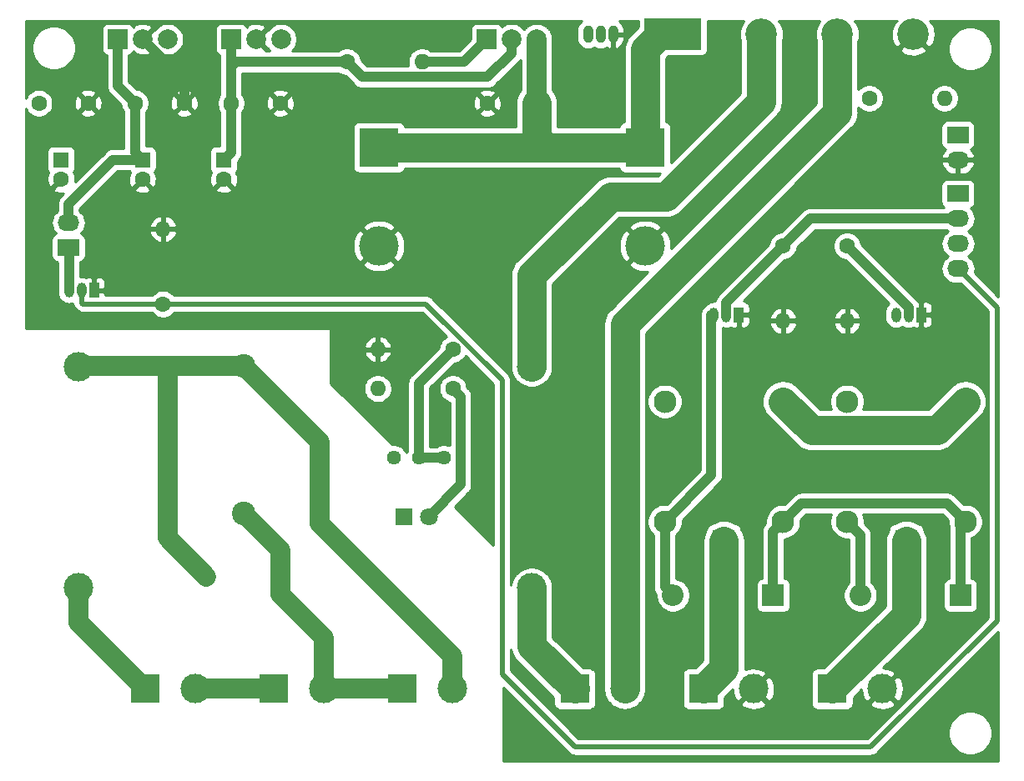
<source format=gbr>
G04 #@! TF.GenerationSoftware,KiCad,Pcbnew,(5.1.7)-1*
G04 #@! TF.CreationDate,2020-11-03T19:28:51+01:00*
G04 #@! TF.ProjectId,PSU,5053552e-6b69-4636-9164-5f7063625858,rev?*
G04 #@! TF.SameCoordinates,Original*
G04 #@! TF.FileFunction,Copper,L1,Top*
G04 #@! TF.FilePolarity,Positive*
%FSLAX46Y46*%
G04 Gerber Fmt 4.6, Leading zero omitted, Abs format (unit mm)*
G04 Created by KiCad (PCBNEW (5.1.7)-1) date 2020-11-03 19:28:51*
%MOMM*%
%LPD*%
G01*
G04 APERTURE LIST*
G04 #@! TA.AperFunction,ComponentPad*
%ADD10O,1.000000X1.800000*%
G04 #@! TD*
G04 #@! TA.AperFunction,ComponentPad*
%ADD11O,1.600000X1.600000*%
G04 #@! TD*
G04 #@! TA.AperFunction,ComponentPad*
%ADD12C,1.600000*%
G04 #@! TD*
G04 #@! TA.AperFunction,ComponentPad*
%ADD13R,1.000000X1.500000*%
G04 #@! TD*
G04 #@! TA.AperFunction,ComponentPad*
%ADD14O,1.000000X1.500000*%
G04 #@! TD*
G04 #@! TA.AperFunction,ComponentPad*
%ADD15O,2.200000X1.700000*%
G04 #@! TD*
G04 #@! TA.AperFunction,ComponentPad*
%ADD16R,2.200000X1.700000*%
G04 #@! TD*
G04 #@! TA.AperFunction,ComponentPad*
%ADD17C,2.000000*%
G04 #@! TD*
G04 #@! TA.AperFunction,ComponentPad*
%ADD18R,2.000000X2.000000*%
G04 #@! TD*
G04 #@! TA.AperFunction,ComponentPad*
%ADD19R,1.600000X1.600000*%
G04 #@! TD*
G04 #@! TA.AperFunction,ComponentPad*
%ADD20C,1.440000*%
G04 #@! TD*
G04 #@! TA.AperFunction,ComponentPad*
%ADD21C,1.800000*%
G04 #@! TD*
G04 #@! TA.AperFunction,ComponentPad*
%ADD22C,2.300000*%
G04 #@! TD*
G04 #@! TA.AperFunction,ComponentPad*
%ADD23R,2.300000X2.300000*%
G04 #@! TD*
G04 #@! TA.AperFunction,ComponentPad*
%ADD24C,3.000000*%
G04 #@! TD*
G04 #@! TA.AperFunction,ComponentPad*
%ADD25R,3.000000X3.000000*%
G04 #@! TD*
G04 #@! TA.AperFunction,ComponentPad*
%ADD26R,1.800000X1.800000*%
G04 #@! TD*
G04 #@! TA.AperFunction,ComponentPad*
%ADD27O,2.200000X2.200000*%
G04 #@! TD*
G04 #@! TA.AperFunction,ComponentPad*
%ADD28R,2.200000X2.200000*%
G04 #@! TD*
G04 #@! TA.AperFunction,ComponentPad*
%ADD29R,3.200000X3.200000*%
G04 #@! TD*
G04 #@! TA.AperFunction,ComponentPad*
%ADD30C,3.200000*%
G04 #@! TD*
G04 #@! TA.AperFunction,ComponentPad*
%ADD31C,4.000000*%
G04 #@! TD*
G04 #@! TA.AperFunction,ComponentPad*
%ADD32R,4.000000X4.000000*%
G04 #@! TD*
G04 #@! TA.AperFunction,ComponentPad*
%ADD33C,2.400000*%
G04 #@! TD*
G04 #@! TA.AperFunction,ViaPad*
%ADD34C,0.800000*%
G04 #@! TD*
G04 #@! TA.AperFunction,Conductor*
%ADD35C,3.000000*%
G04 #@! TD*
G04 #@! TA.AperFunction,Conductor*
%ADD36C,2.000000*%
G04 #@! TD*
G04 #@! TA.AperFunction,Conductor*
%ADD37C,1.000000*%
G04 #@! TD*
G04 #@! TA.AperFunction,Conductor*
%ADD38C,0.500000*%
G04 #@! TD*
G04 #@! TA.AperFunction,Conductor*
%ADD39C,0.254000*%
G04 #@! TD*
G04 #@! TA.AperFunction,Conductor*
%ADD40C,0.100000*%
G04 #@! TD*
G04 APERTURE END LIST*
D10*
X156710000Y-39000000D03*
X157980000Y-39000000D03*
X159250000Y-39000000D03*
D11*
X113600000Y-58780000D03*
D12*
X113600000Y-66400000D03*
D13*
X106600000Y-65000000D03*
D14*
X104060000Y-65000000D03*
X105330000Y-65000000D03*
D15*
X104000000Y-58130000D03*
D16*
X104000000Y-60670000D03*
D17*
X125580000Y-39500000D03*
X123040000Y-39500000D03*
D18*
X120500000Y-39500000D03*
D11*
X192870000Y-45500000D03*
D12*
X185250000Y-45500000D03*
D15*
X194250000Y-51770000D03*
D16*
X194250000Y-49230000D03*
D15*
X194250000Y-62810000D03*
X194250000Y-60270000D03*
X194250000Y-57730000D03*
D16*
X194250000Y-55190000D03*
D12*
X106000000Y-46000000D03*
X101000000Y-46000000D03*
X103250000Y-53750000D03*
D19*
X103250000Y-51750000D03*
D12*
X115750000Y-46000000D03*
X110750000Y-46000000D03*
X125500000Y-46000000D03*
X120500000Y-46000000D03*
X111500000Y-53750000D03*
D19*
X111500000Y-51750000D03*
D12*
X119750000Y-53750000D03*
D19*
X119750000Y-51750000D03*
D12*
X146500000Y-46000000D03*
X151500000Y-46000000D03*
D17*
X114080000Y-39500000D03*
X111540000Y-39500000D03*
D18*
X109000000Y-39500000D03*
D17*
X151500000Y-39500000D03*
X148960000Y-39500000D03*
D18*
X146420000Y-39500000D03*
D20*
X142080000Y-82000000D03*
X139540000Y-82000000D03*
X137000000Y-82000000D03*
D21*
X125500000Y-95900000D03*
X118000000Y-94100000D03*
D22*
X183000000Y-76300000D03*
X195000000Y-76300000D03*
X183000000Y-88500000D03*
X195000000Y-88500000D03*
D23*
X189000000Y-90500000D03*
D22*
X164500000Y-76300000D03*
X176500000Y-76300000D03*
X164500000Y-88500000D03*
X176500000Y-88500000D03*
D23*
X170500000Y-90500000D03*
D11*
X135380000Y-71000000D03*
D12*
X143000000Y-71000000D03*
D11*
X135380000Y-75000000D03*
D12*
X143000000Y-75000000D03*
D11*
X183000000Y-68120000D03*
D12*
X183000000Y-60500000D03*
D11*
X176500000Y-68120000D03*
D12*
X176500000Y-60500000D03*
D11*
X139870000Y-41800000D03*
D12*
X132250000Y-41800000D03*
D13*
X190500000Y-67500000D03*
D14*
X187960000Y-67500000D03*
X189230000Y-67500000D03*
D13*
X172000000Y-67500000D03*
D14*
X169460000Y-67500000D03*
X170730000Y-67500000D03*
D24*
X186580000Y-105500000D03*
D25*
X181500000Y-105500000D03*
D24*
X173507379Y-105500000D03*
D25*
X168427379Y-105500000D03*
D24*
X129902619Y-105500000D03*
D25*
X124822619Y-105500000D03*
D24*
X116830000Y-105500000D03*
D25*
X111750000Y-105500000D03*
D24*
X142975238Y-105500000D03*
D25*
X137895238Y-105500000D03*
D24*
X160434760Y-105500000D03*
D25*
X155354760Y-105500000D03*
D24*
X151000000Y-95250000D03*
X151000000Y-72750000D03*
X105000000Y-95250000D03*
X105000000Y-72750000D03*
D21*
X140540000Y-88000000D03*
D26*
X138000000Y-88000000D03*
D27*
X184340000Y-96000000D03*
D28*
X194500000Y-96000000D03*
D27*
X165340000Y-96000000D03*
D28*
X175500000Y-96000000D03*
D29*
X166600000Y-39000000D03*
D30*
X174300000Y-39000000D03*
X182000000Y-39000000D03*
X189700000Y-39000000D03*
D29*
X164060000Y-39000000D03*
D31*
X162500000Y-60500000D03*
D32*
X162500000Y-50500000D03*
D31*
X135500000Y-60500000D03*
D32*
X135500000Y-50500000D03*
D33*
X121800000Y-87700000D03*
X121800000Y-72700000D03*
D34*
X170000000Y-41500000D03*
X146500000Y-86500000D03*
X151000000Y-111000000D03*
X146000000Y-59000000D03*
X146000000Y-63500000D03*
X146000000Y-68500000D03*
X153000000Y-80000000D03*
X153500000Y-88500000D03*
X165000000Y-84000000D03*
X173000000Y-86000000D03*
X176000000Y-81000000D03*
X183000000Y-83000000D03*
X194000000Y-83500000D03*
X192000000Y-72500000D03*
X182000000Y-53500000D03*
X177000000Y-105500000D03*
X189500000Y-105500000D03*
X117500000Y-57500000D03*
X117500000Y-60500000D03*
X120000000Y-57500000D03*
X120000000Y-60500000D03*
X132500000Y-69000000D03*
X121500000Y-68000000D03*
X100500000Y-67500000D03*
X101000000Y-53500000D03*
X197500000Y-45000000D03*
X187000000Y-40000000D03*
X187000000Y-42500000D03*
X196500000Y-103500000D03*
X190500000Y-110500000D03*
X155000000Y-42500000D03*
X189750000Y-46250000D03*
D35*
X166600000Y-39000000D02*
X164060000Y-39000000D01*
X162500000Y-40560000D02*
X164060000Y-39000000D01*
X162500000Y-50500000D02*
X162500000Y-40560000D01*
X150750000Y-50500000D02*
X135500000Y-50500000D01*
X151500000Y-49500000D02*
X152500000Y-50500000D01*
X151500000Y-46000000D02*
X151500000Y-49500000D01*
X152500000Y-50500000D02*
X150750000Y-50500000D01*
X162500000Y-50500000D02*
X152500000Y-50500000D01*
D36*
X151500000Y-39500000D02*
X151500000Y-46000000D01*
D37*
X115750000Y-43710000D02*
X111540000Y-39500000D01*
X115750000Y-46000000D02*
X115750000Y-43710000D01*
D36*
X125500000Y-91400000D02*
X121800000Y-87700000D01*
X125500000Y-95900000D02*
X125500000Y-91400000D01*
X129902619Y-100302619D02*
X125500000Y-95900000D01*
X129902619Y-105500000D02*
X129902619Y-100302619D01*
X137895238Y-105500000D02*
X129902619Y-105500000D01*
X105050000Y-72700000D02*
X105000000Y-72750000D01*
X114050000Y-90150000D02*
X114050000Y-72700000D01*
X118000000Y-94100000D02*
X114050000Y-90150000D01*
X114050000Y-72700000D02*
X105050000Y-72700000D01*
X121800000Y-72700000D02*
X114050000Y-72700000D01*
X129500009Y-88704769D02*
X142975238Y-102179998D01*
X142975238Y-102179998D02*
X142975238Y-105500000D01*
X121800000Y-72700000D02*
X129500009Y-80400009D01*
X129500009Y-80400009D02*
X129500009Y-88704769D01*
D37*
X120250000Y-46250000D02*
X120500000Y-46000000D01*
D35*
X179400001Y-79200001D02*
X176500000Y-76300000D01*
X192099999Y-79200001D02*
X179400001Y-79200001D01*
X195000000Y-76300000D02*
X192099999Y-79200001D01*
D37*
X121000000Y-41800000D02*
X120500000Y-42300000D01*
X132250000Y-41800000D02*
X121000000Y-41800000D01*
X120500000Y-42300000D02*
X120500000Y-39500000D01*
X120500000Y-46000000D02*
X120500000Y-42300000D01*
X148960000Y-40914213D02*
X148960000Y-39500000D01*
X146524212Y-43350001D02*
X148960000Y-40914213D01*
X133800001Y-43350001D02*
X146524212Y-43350001D01*
X132250000Y-41800000D02*
X133800001Y-43350001D01*
X120500000Y-51000000D02*
X119750000Y-51750000D01*
X120500000Y-46000000D02*
X120500000Y-51000000D01*
D35*
X151000000Y-63500000D02*
X159000000Y-55500000D01*
X159000000Y-55500000D02*
X164650002Y-55500000D01*
X174300000Y-45850002D02*
X164650002Y-55500000D01*
X174300000Y-39000000D02*
X174300000Y-45850002D01*
X151000000Y-72750000D02*
X151000000Y-63500000D01*
X182000000Y-46920002D02*
X182000000Y-39025010D01*
X160434760Y-68485242D02*
X182000000Y-46920002D01*
X160434760Y-105500000D02*
X160434760Y-68485242D01*
D37*
X169229990Y-83770010D02*
X169229990Y-67500000D01*
X164500000Y-88500000D02*
X169229990Y-83770010D01*
X164500000Y-95160000D02*
X165340000Y-96000000D01*
X164500000Y-88500000D02*
X164500000Y-95160000D01*
X184340000Y-89840000D02*
X183000000Y-88500000D01*
X184340000Y-96000000D02*
X184340000Y-89840000D01*
X143799999Y-84740001D02*
X140540000Y-88000000D01*
X143799999Y-75799999D02*
X143799999Y-84740001D01*
X143000000Y-75000000D02*
X143799999Y-75799999D01*
D36*
X105000000Y-98750000D02*
X111750000Y-105500000D01*
X105000000Y-95250000D02*
X105000000Y-98750000D01*
D35*
X151000000Y-101145240D02*
X155354760Y-105500000D01*
X151000000Y-95250000D02*
X151000000Y-101145240D01*
D36*
X124822619Y-105500000D02*
X116830000Y-105500000D01*
D37*
X170730000Y-66270000D02*
X170730000Y-67500000D01*
X176500000Y-60500000D02*
X170730000Y-66270000D01*
X189230000Y-66730000D02*
X189230000Y-67500000D01*
X183000000Y-60500000D02*
X189230000Y-66730000D01*
D35*
X170500000Y-103427379D02*
X170500000Y-90500000D01*
X168427379Y-105500000D02*
X170500000Y-103427379D01*
X189000000Y-98000000D02*
X189000000Y-90500000D01*
X181500000Y-105500000D02*
X189000000Y-98000000D01*
D38*
X105480000Y-66400000D02*
X113600000Y-66400000D01*
X105330000Y-66250000D02*
X105480000Y-66400000D01*
X105330000Y-65000000D02*
X105330000Y-66250000D01*
X140250002Y-66400000D02*
X148000000Y-74149998D01*
X113600000Y-66400000D02*
X140250002Y-66400000D01*
X148000000Y-74149998D02*
X148000000Y-104000000D01*
X148000000Y-104000000D02*
X155400000Y-111400000D01*
X155400000Y-111400000D02*
X185400000Y-111400000D01*
X185400000Y-111400000D02*
X198200000Y-98600000D01*
X198200000Y-66760000D02*
X194250000Y-62810000D01*
X198200000Y-98600000D02*
X198200000Y-66760000D01*
D37*
X179270000Y-57730000D02*
X194250000Y-57730000D01*
X176500000Y-60500000D02*
X179270000Y-57730000D01*
X139540000Y-82000000D02*
X142080000Y-82000000D01*
X139540000Y-74460000D02*
X139540000Y-82000000D01*
X143000000Y-71000000D02*
X139540000Y-74460000D01*
X144120000Y-41800000D02*
X146420000Y-39500000D01*
X139870000Y-41800000D02*
X144120000Y-41800000D01*
X109000000Y-39500000D02*
X109000000Y-44250000D01*
X109000000Y-44250000D02*
X110750000Y-46000000D01*
X175500000Y-89500000D02*
X176500000Y-88500000D01*
X175500000Y-96000000D02*
X175500000Y-89500000D01*
X194500000Y-89000000D02*
X195000000Y-88500000D01*
X194500000Y-96000000D02*
X194500000Y-89000000D01*
X178350001Y-86649999D02*
X193149999Y-86649999D01*
X193149999Y-86649999D02*
X195000000Y-88500000D01*
X176500000Y-88500000D02*
X178350001Y-86649999D01*
X108530000Y-51750000D02*
X111500000Y-51750000D01*
X104000000Y-56280000D02*
X108530000Y-51750000D01*
X104000000Y-58130000D02*
X104000000Y-56280000D01*
X110750000Y-51000000D02*
X111500000Y-51750000D01*
X110750000Y-46000000D02*
X110750000Y-51000000D01*
X104060000Y-60730000D02*
X104000000Y-60670000D01*
X104060000Y-65000000D02*
X104060000Y-60730000D01*
D39*
X198340001Y-112840000D02*
X148127000Y-112840000D01*
X148127000Y-105378578D01*
X154743470Y-111995049D01*
X154771183Y-112028817D01*
X154804951Y-112056530D01*
X154804953Y-112056532D01*
X154876452Y-112115210D01*
X154905941Y-112139411D01*
X155059687Y-112221589D01*
X155226510Y-112272195D01*
X155356523Y-112285000D01*
X155356533Y-112285000D01*
X155399999Y-112289281D01*
X155443465Y-112285000D01*
X185356531Y-112285000D01*
X185400000Y-112289281D01*
X185443469Y-112285000D01*
X185443477Y-112285000D01*
X185573490Y-112272195D01*
X185740313Y-112221589D01*
X185894059Y-112139411D01*
X186028817Y-112028817D01*
X186056534Y-111995044D01*
X188271706Y-109779872D01*
X193265000Y-109779872D01*
X193265000Y-110220128D01*
X193350890Y-110651925D01*
X193519369Y-111058669D01*
X193763962Y-111424729D01*
X194075271Y-111736038D01*
X194441331Y-111980631D01*
X194848075Y-112149110D01*
X195279872Y-112235000D01*
X195720128Y-112235000D01*
X196151925Y-112149110D01*
X196558669Y-111980631D01*
X196924729Y-111736038D01*
X197236038Y-111424729D01*
X197480631Y-111058669D01*
X197649110Y-110651925D01*
X197735000Y-110220128D01*
X197735000Y-109779872D01*
X197649110Y-109348075D01*
X197480631Y-108941331D01*
X197236038Y-108575271D01*
X196924729Y-108263962D01*
X196558669Y-108019369D01*
X196151925Y-107850890D01*
X195720128Y-107765000D01*
X195279872Y-107765000D01*
X194848075Y-107850890D01*
X194441331Y-108019369D01*
X194075271Y-108263962D01*
X193763962Y-108575271D01*
X193519369Y-108941331D01*
X193350890Y-109348075D01*
X193265000Y-109779872D01*
X188271706Y-109779872D01*
X198340001Y-99711578D01*
X198340001Y-112840000D01*
G04 #@! TA.AperFunction,Conductor*
D40*
G36*
X198340001Y-112840000D02*
G01*
X148127000Y-112840000D01*
X148127000Y-105378578D01*
X154743470Y-111995049D01*
X154771183Y-112028817D01*
X154804951Y-112056530D01*
X154804953Y-112056532D01*
X154876452Y-112115210D01*
X154905941Y-112139411D01*
X155059687Y-112221589D01*
X155226510Y-112272195D01*
X155356523Y-112285000D01*
X155356533Y-112285000D01*
X155399999Y-112289281D01*
X155443465Y-112285000D01*
X185356531Y-112285000D01*
X185400000Y-112289281D01*
X185443469Y-112285000D01*
X185443477Y-112285000D01*
X185573490Y-112272195D01*
X185740313Y-112221589D01*
X185894059Y-112139411D01*
X186028817Y-112028817D01*
X186056534Y-111995044D01*
X188271706Y-109779872D01*
X193265000Y-109779872D01*
X193265000Y-110220128D01*
X193350890Y-110651925D01*
X193519369Y-111058669D01*
X193763962Y-111424729D01*
X194075271Y-111736038D01*
X194441331Y-111980631D01*
X194848075Y-112149110D01*
X195279872Y-112235000D01*
X195720128Y-112235000D01*
X196151925Y-112149110D01*
X196558669Y-111980631D01*
X196924729Y-111736038D01*
X197236038Y-111424729D01*
X197480631Y-111058669D01*
X197649110Y-110651925D01*
X197735000Y-110220128D01*
X197735000Y-109779872D01*
X197649110Y-109348075D01*
X197480631Y-108941331D01*
X197236038Y-108575271D01*
X196924729Y-108263962D01*
X196558669Y-108019369D01*
X196151925Y-107850890D01*
X195720128Y-107765000D01*
X195279872Y-107765000D01*
X194848075Y-107850890D01*
X194441331Y-108019369D01*
X194075271Y-108263962D01*
X193763962Y-108575271D01*
X193519369Y-108941331D01*
X193350890Y-109348075D01*
X193265000Y-109779872D01*
X188271706Y-109779872D01*
X198340001Y-99711578D01*
X198340001Y-112840000D01*
G37*
G04 #@! TD.AperFunction*
D39*
X155903552Y-37793551D02*
X155761717Y-37966377D01*
X155656324Y-38163553D01*
X155591423Y-38377501D01*
X155575000Y-38544248D01*
X155575000Y-39455751D01*
X155591423Y-39622498D01*
X155656324Y-39836446D01*
X155761716Y-40033623D01*
X155903551Y-40206449D01*
X156076377Y-40348284D01*
X156273553Y-40453676D01*
X156487501Y-40518577D01*
X156710000Y-40540491D01*
X156932498Y-40518577D01*
X157146446Y-40453676D01*
X157343623Y-40348284D01*
X157345000Y-40347154D01*
X157346377Y-40348284D01*
X157543553Y-40453676D01*
X157757501Y-40518577D01*
X157980000Y-40540491D01*
X158202498Y-40518577D01*
X158416446Y-40453676D01*
X158613623Y-40348284D01*
X158617927Y-40344752D01*
X158725024Y-40414276D01*
X158948126Y-40494119D01*
X159123000Y-40367954D01*
X159123000Y-39127000D01*
X159377000Y-39127000D01*
X159377000Y-40367954D01*
X159551874Y-40494119D01*
X159774976Y-40414276D01*
X159962764Y-40292369D01*
X160123161Y-40136169D01*
X160250003Y-39951678D01*
X160338415Y-39745987D01*
X160385000Y-39527000D01*
X160385000Y-39127000D01*
X159377000Y-39127000D01*
X159123000Y-39127000D01*
X159115000Y-39127000D01*
X159115000Y-38873000D01*
X159123000Y-38873000D01*
X159123000Y-38853000D01*
X159377000Y-38853000D01*
X159377000Y-38873000D01*
X160385000Y-38873000D01*
X160385000Y-38473000D01*
X160338415Y-38254013D01*
X160250003Y-38048322D01*
X160123161Y-37863831D01*
X159962764Y-37707631D01*
X159889392Y-37660000D01*
X161821928Y-37660000D01*
X161821928Y-38218726D01*
X161064487Y-38976168D01*
X160983024Y-39043023D01*
X160916168Y-39124487D01*
X160916165Y-39124490D01*
X160716224Y-39368119D01*
X160517975Y-39739018D01*
X160395893Y-40141467D01*
X160354671Y-40560000D01*
X160365001Y-40664882D01*
X160365000Y-47877379D01*
X160255820Y-47910498D01*
X160145506Y-47969463D01*
X160048815Y-48048815D01*
X159969463Y-48145506D01*
X159910498Y-48255820D01*
X159877379Y-48365000D01*
X153635000Y-48365000D01*
X153635000Y-45895118D01*
X153604108Y-45581467D01*
X153482026Y-45179018D01*
X153283777Y-44808119D01*
X153135000Y-44626834D01*
X153135000Y-39338967D01*
X153119254Y-39259807D01*
X153111343Y-39179484D01*
X153087914Y-39102249D01*
X153072168Y-39023088D01*
X153041281Y-38948521D01*
X153017852Y-38871285D01*
X152979804Y-38800102D01*
X152948918Y-38725537D01*
X152904079Y-38658431D01*
X152866031Y-38587248D01*
X152814826Y-38524854D01*
X152769987Y-38457748D01*
X152712920Y-38400681D01*
X152661714Y-38338286D01*
X152599320Y-38287081D01*
X152542252Y-38230013D01*
X152475142Y-38185171D01*
X152412751Y-38133969D01*
X152341573Y-38095924D01*
X152274463Y-38051082D01*
X152199893Y-38020194D01*
X152128714Y-37982148D01*
X152051482Y-37958720D01*
X151976912Y-37927832D01*
X151897748Y-37912085D01*
X151820515Y-37888657D01*
X151740194Y-37880746D01*
X151661033Y-37865000D01*
X151580322Y-37865000D01*
X151500000Y-37857089D01*
X151419678Y-37865000D01*
X151338967Y-37865000D01*
X151259807Y-37880746D01*
X151179484Y-37888657D01*
X151102249Y-37912086D01*
X151023088Y-37927832D01*
X150948521Y-37958719D01*
X150871285Y-37982148D01*
X150800102Y-38020196D01*
X150725537Y-38051082D01*
X150658431Y-38095921D01*
X150587248Y-38133969D01*
X150524854Y-38185174D01*
X150457748Y-38230013D01*
X150400681Y-38287080D01*
X150338286Y-38338286D01*
X150287081Y-38400680D01*
X150230013Y-38457748D01*
X150230000Y-38457767D01*
X150229987Y-38457748D01*
X150002252Y-38230013D01*
X149734463Y-38051082D01*
X149436912Y-37927832D01*
X149121033Y-37865000D01*
X148798967Y-37865000D01*
X148483088Y-37927832D01*
X148185537Y-38051082D01*
X147975191Y-38191630D01*
X147950537Y-38145506D01*
X147871185Y-38048815D01*
X147774494Y-37969463D01*
X147664180Y-37910498D01*
X147544482Y-37874188D01*
X147420000Y-37861928D01*
X145420000Y-37861928D01*
X145295518Y-37874188D01*
X145175820Y-37910498D01*
X145065506Y-37969463D01*
X144968815Y-38048815D01*
X144889463Y-38145506D01*
X144830498Y-38255820D01*
X144794188Y-38375518D01*
X144781928Y-38500000D01*
X144781928Y-39532940D01*
X143649869Y-40665000D01*
X140754284Y-40665000D01*
X140549727Y-40528320D01*
X140288574Y-40420147D01*
X140011335Y-40365000D01*
X139728665Y-40365000D01*
X139451426Y-40420147D01*
X139190273Y-40528320D01*
X138955241Y-40685363D01*
X138755363Y-40885241D01*
X138598320Y-41120273D01*
X138490147Y-41381426D01*
X138435000Y-41658665D01*
X138435000Y-41941335D01*
X138489436Y-42215001D01*
X134270133Y-42215001D01*
X133677850Y-41622718D01*
X133629853Y-41381426D01*
X133521680Y-41120273D01*
X133364637Y-40885241D01*
X133164759Y-40685363D01*
X132929727Y-40528320D01*
X132668574Y-40420147D01*
X132391335Y-40365000D01*
X132108665Y-40365000D01*
X131831426Y-40420147D01*
X131570273Y-40528320D01*
X131365716Y-40665000D01*
X126727239Y-40665000D01*
X126849987Y-40542252D01*
X127028918Y-40274463D01*
X127152168Y-39976912D01*
X127215000Y-39661033D01*
X127215000Y-39338967D01*
X127152168Y-39023088D01*
X127028918Y-38725537D01*
X126849987Y-38457748D01*
X126622252Y-38230013D01*
X126354463Y-38051082D01*
X126056912Y-37927832D01*
X125741033Y-37865000D01*
X125418967Y-37865000D01*
X125103088Y-37927832D01*
X124805537Y-38051082D01*
X124537748Y-38230013D01*
X124310013Y-38457748D01*
X124237280Y-38566600D01*
X124175413Y-38544192D01*
X123219605Y-39500000D01*
X124175413Y-40455808D01*
X124237280Y-40433400D01*
X124310013Y-40542252D01*
X124432761Y-40665000D01*
X123985092Y-40665000D01*
X123995808Y-40635413D01*
X123040000Y-39679605D01*
X123025858Y-39693748D01*
X122846253Y-39514143D01*
X122860395Y-39500000D01*
X122846253Y-39485858D01*
X123025858Y-39306253D01*
X123040000Y-39320395D01*
X123995808Y-38364587D01*
X123900044Y-38100186D01*
X123610429Y-37959296D01*
X123298892Y-37877616D01*
X122977405Y-37858282D01*
X122658325Y-37902039D01*
X122353912Y-38007205D01*
X122179956Y-38100186D01*
X122105037Y-38307033D01*
X122089502Y-38255820D01*
X122030537Y-38145506D01*
X121951185Y-38048815D01*
X121854494Y-37969463D01*
X121744180Y-37910498D01*
X121624482Y-37874188D01*
X121500000Y-37861928D01*
X119500000Y-37861928D01*
X119375518Y-37874188D01*
X119255820Y-37910498D01*
X119145506Y-37969463D01*
X119048815Y-38048815D01*
X118969463Y-38145506D01*
X118910498Y-38255820D01*
X118874188Y-38375518D01*
X118861928Y-38500000D01*
X118861928Y-40500000D01*
X118874188Y-40624482D01*
X118910498Y-40744180D01*
X118969463Y-40854494D01*
X119048815Y-40951185D01*
X119145506Y-41030537D01*
X119255820Y-41089502D01*
X119365000Y-41122622D01*
X119365000Y-42244248D01*
X119359509Y-42300000D01*
X119365000Y-42355751D01*
X119365001Y-42355761D01*
X119365000Y-45115716D01*
X119228320Y-45320273D01*
X119120147Y-45581426D01*
X119065000Y-45858665D01*
X119065000Y-46141335D01*
X119120147Y-46418574D01*
X119127973Y-46437467D01*
X119131423Y-46472498D01*
X119196324Y-46686446D01*
X119301717Y-46883622D01*
X119365000Y-46960733D01*
X119365001Y-50311928D01*
X118950000Y-50311928D01*
X118825518Y-50324188D01*
X118705820Y-50360498D01*
X118595506Y-50419463D01*
X118498815Y-50498815D01*
X118419463Y-50595506D01*
X118360498Y-50705820D01*
X118324188Y-50825518D01*
X118311928Y-50950000D01*
X118311928Y-52550000D01*
X118324188Y-52674482D01*
X118360498Y-52794180D01*
X118419463Y-52904494D01*
X118498815Y-53001185D01*
X118511758Y-53011807D01*
X118392429Y-53263996D01*
X118323700Y-53538184D01*
X118309783Y-53820512D01*
X118351213Y-54100130D01*
X118446397Y-54366292D01*
X118513329Y-54491514D01*
X118757298Y-54563097D01*
X119570395Y-53750000D01*
X119556253Y-53735858D01*
X119735858Y-53556253D01*
X119750000Y-53570395D01*
X119764143Y-53556253D01*
X119943748Y-53735858D01*
X119929605Y-53750000D01*
X120742702Y-54563097D01*
X120986671Y-54491514D01*
X121107571Y-54236004D01*
X121176300Y-53961816D01*
X121190217Y-53679488D01*
X121148787Y-53399870D01*
X121053603Y-53133708D01*
X120988384Y-53011691D01*
X121001185Y-53001185D01*
X121080537Y-52904494D01*
X121139502Y-52794180D01*
X121175812Y-52674482D01*
X121188072Y-52550000D01*
X121188072Y-51917059D01*
X121263135Y-51841996D01*
X121306449Y-51806449D01*
X121448284Y-51633623D01*
X121553676Y-51436447D01*
X121618577Y-51222499D01*
X121635000Y-51055752D01*
X121635000Y-51055745D01*
X121640490Y-51000001D01*
X121635000Y-50944257D01*
X121635000Y-46992702D01*
X124686903Y-46992702D01*
X124758486Y-47236671D01*
X125013996Y-47357571D01*
X125288184Y-47426300D01*
X125570512Y-47440217D01*
X125850130Y-47398787D01*
X126116292Y-47303603D01*
X126241514Y-47236671D01*
X126313097Y-46992702D01*
X145686903Y-46992702D01*
X145758486Y-47236671D01*
X146013996Y-47357571D01*
X146288184Y-47426300D01*
X146570512Y-47440217D01*
X146850130Y-47398787D01*
X147116292Y-47303603D01*
X147241514Y-47236671D01*
X147313097Y-46992702D01*
X146500000Y-46179605D01*
X145686903Y-46992702D01*
X126313097Y-46992702D01*
X125500000Y-46179605D01*
X124686903Y-46992702D01*
X121635000Y-46992702D01*
X121635000Y-46884284D01*
X121771680Y-46679727D01*
X121879853Y-46418574D01*
X121935000Y-46141335D01*
X121935000Y-46070512D01*
X124059783Y-46070512D01*
X124101213Y-46350130D01*
X124196397Y-46616292D01*
X124263329Y-46741514D01*
X124507298Y-46813097D01*
X125320395Y-46000000D01*
X125679605Y-46000000D01*
X126492702Y-46813097D01*
X126736671Y-46741514D01*
X126857571Y-46486004D01*
X126926300Y-46211816D01*
X126933265Y-46070512D01*
X145059783Y-46070512D01*
X145101213Y-46350130D01*
X145196397Y-46616292D01*
X145263329Y-46741514D01*
X145507298Y-46813097D01*
X146320395Y-46000000D01*
X146679605Y-46000000D01*
X147492702Y-46813097D01*
X147736671Y-46741514D01*
X147857571Y-46486004D01*
X147926300Y-46211816D01*
X147940217Y-45929488D01*
X147898787Y-45649870D01*
X147803603Y-45383708D01*
X147736671Y-45258486D01*
X147492702Y-45186903D01*
X146679605Y-46000000D01*
X146320395Y-46000000D01*
X145507298Y-45186903D01*
X145263329Y-45258486D01*
X145142429Y-45513996D01*
X145073700Y-45788184D01*
X145059783Y-46070512D01*
X126933265Y-46070512D01*
X126940217Y-45929488D01*
X126898787Y-45649870D01*
X126803603Y-45383708D01*
X126736671Y-45258486D01*
X126492702Y-45186903D01*
X125679605Y-46000000D01*
X125320395Y-46000000D01*
X124507298Y-45186903D01*
X124263329Y-45258486D01*
X124142429Y-45513996D01*
X124073700Y-45788184D01*
X124059783Y-46070512D01*
X121935000Y-46070512D01*
X121935000Y-45858665D01*
X121879853Y-45581426D01*
X121771680Y-45320273D01*
X121635000Y-45115716D01*
X121635000Y-45007298D01*
X124686903Y-45007298D01*
X125500000Y-45820395D01*
X126313097Y-45007298D01*
X145686903Y-45007298D01*
X146500000Y-45820395D01*
X147313097Y-45007298D01*
X147241514Y-44763329D01*
X146986004Y-44642429D01*
X146711816Y-44573700D01*
X146429488Y-44559783D01*
X146149870Y-44601213D01*
X145883708Y-44696397D01*
X145758486Y-44763329D01*
X145686903Y-45007298D01*
X126313097Y-45007298D01*
X126241514Y-44763329D01*
X125986004Y-44642429D01*
X125711816Y-44573700D01*
X125429488Y-44559783D01*
X125149870Y-44601213D01*
X124883708Y-44696397D01*
X124758486Y-44763329D01*
X124686903Y-45007298D01*
X121635000Y-45007298D01*
X121635000Y-42935000D01*
X131365716Y-42935000D01*
X131570273Y-43071680D01*
X131831426Y-43179853D01*
X132072718Y-43227850D01*
X132958010Y-44113141D01*
X132993552Y-44156450D01*
X133166378Y-44298285D01*
X133363554Y-44403677D01*
X133577502Y-44468578D01*
X133744249Y-44485001D01*
X133744258Y-44485001D01*
X133800000Y-44490491D01*
X133855742Y-44485001D01*
X146468461Y-44485001D01*
X146524212Y-44490492D01*
X146579963Y-44485001D01*
X146579964Y-44485001D01*
X146746711Y-44468578D01*
X146960659Y-44403677D01*
X147157835Y-44298285D01*
X147330661Y-44156450D01*
X147366208Y-44113136D01*
X149723141Y-41756204D01*
X149766449Y-41720662D01*
X149865000Y-41600577D01*
X149865001Y-44626833D01*
X149716223Y-44808119D01*
X149517974Y-45179019D01*
X149395892Y-45581468D01*
X149365000Y-45895119D01*
X149365000Y-48365000D01*
X138122621Y-48365000D01*
X138089502Y-48255820D01*
X138030537Y-48145506D01*
X137951185Y-48048815D01*
X137854494Y-47969463D01*
X137744180Y-47910498D01*
X137624482Y-47874188D01*
X137500000Y-47861928D01*
X133500000Y-47861928D01*
X133375518Y-47874188D01*
X133255820Y-47910498D01*
X133145506Y-47969463D01*
X133048815Y-48048815D01*
X132969463Y-48145506D01*
X132910498Y-48255820D01*
X132874188Y-48375518D01*
X132861928Y-48500000D01*
X132861928Y-52500000D01*
X132874188Y-52624482D01*
X132910498Y-52744180D01*
X132969463Y-52854494D01*
X133048815Y-52951185D01*
X133145506Y-53030537D01*
X133255820Y-53089502D01*
X133375518Y-53125812D01*
X133500000Y-53138072D01*
X137500000Y-53138072D01*
X137624482Y-53125812D01*
X137744180Y-53089502D01*
X137854494Y-53030537D01*
X137951185Y-52951185D01*
X138030537Y-52854494D01*
X138089502Y-52744180D01*
X138122621Y-52635000D01*
X152395125Y-52635000D01*
X152500000Y-52645329D01*
X152604874Y-52635000D01*
X159877379Y-52635000D01*
X159910498Y-52744180D01*
X159969463Y-52854494D01*
X160048815Y-52951185D01*
X160145506Y-53030537D01*
X160255820Y-53089502D01*
X160375518Y-53125812D01*
X160500000Y-53138072D01*
X163992585Y-53138072D01*
X163765657Y-53365000D01*
X159104871Y-53365000D01*
X158999999Y-53354671D01*
X158895127Y-53365000D01*
X158895118Y-53365000D01*
X158581467Y-53395892D01*
X158179018Y-53517974D01*
X157808119Y-53716223D01*
X157808117Y-53716224D01*
X157808118Y-53716224D01*
X157564489Y-53916165D01*
X157564487Y-53916167D01*
X157483023Y-53983023D01*
X157416167Y-54064487D01*
X149564488Y-61916167D01*
X149483024Y-61983023D01*
X149416168Y-62064487D01*
X149416165Y-62064490D01*
X149216224Y-62308119D01*
X149017975Y-62679018D01*
X148895893Y-63081467D01*
X148854671Y-63500000D01*
X148865001Y-63604882D01*
X148865000Y-72539721D01*
X148865000Y-72960279D01*
X148885562Y-73063652D01*
X148895892Y-73168532D01*
X148926484Y-73269382D01*
X148947047Y-73372756D01*
X148987382Y-73470134D01*
X149017974Y-73570981D01*
X149067653Y-73663924D01*
X149107988Y-73761302D01*
X149166543Y-73848937D01*
X149216223Y-73941881D01*
X149283081Y-74023347D01*
X149341637Y-74110983D01*
X149416167Y-74185513D01*
X149483023Y-74266977D01*
X149564487Y-74333833D01*
X149639017Y-74408363D01*
X149726653Y-74466919D01*
X149808119Y-74533777D01*
X149901064Y-74583457D01*
X149988698Y-74642012D01*
X150086073Y-74682346D01*
X150179018Y-74732026D01*
X150279869Y-74762619D01*
X150377244Y-74802953D01*
X150480616Y-74823515D01*
X150581467Y-74854108D01*
X150686349Y-74864438D01*
X150789721Y-74885000D01*
X150895118Y-74885000D01*
X151000000Y-74895330D01*
X151104882Y-74885000D01*
X151210279Y-74885000D01*
X151313651Y-74864438D01*
X151418532Y-74854108D01*
X151519382Y-74823516D01*
X151622756Y-74802953D01*
X151720134Y-74762618D01*
X151820981Y-74732026D01*
X151913924Y-74682347D01*
X152011302Y-74642012D01*
X152098937Y-74583457D01*
X152191881Y-74533777D01*
X152273347Y-74466919D01*
X152360983Y-74408363D01*
X152435513Y-74333833D01*
X152516977Y-74266977D01*
X152583833Y-74185513D01*
X152658363Y-74110983D01*
X152716919Y-74023347D01*
X152783777Y-73941881D01*
X152833457Y-73848936D01*
X152892012Y-73761302D01*
X152932346Y-73663927D01*
X152982026Y-73570982D01*
X153012619Y-73470131D01*
X153052953Y-73372756D01*
X153073515Y-73269384D01*
X153104108Y-73168533D01*
X153114438Y-73063651D01*
X153135000Y-72960279D01*
X153135000Y-64384345D01*
X156996274Y-60523071D01*
X159852352Y-60523071D01*
X159907727Y-61039159D01*
X160062721Y-61534526D01*
X160285742Y-61951772D01*
X160652501Y-62167894D01*
X162320395Y-60500000D01*
X160652501Y-58832106D01*
X160285742Y-59048228D01*
X160045062Y-59508105D01*
X159898725Y-60006098D01*
X159852352Y-60523071D01*
X156996274Y-60523071D01*
X158866844Y-58652501D01*
X160832106Y-58652501D01*
X162500000Y-60320395D01*
X164167894Y-58652501D01*
X163951772Y-58285742D01*
X163491895Y-58045062D01*
X162993902Y-57898725D01*
X162476929Y-57852352D01*
X161960841Y-57907727D01*
X161465474Y-58062721D01*
X161048228Y-58285742D01*
X160832106Y-58652501D01*
X158866844Y-58652501D01*
X159884346Y-57635000D01*
X164545130Y-57635000D01*
X164650002Y-57645329D01*
X164754874Y-57635000D01*
X164754884Y-57635000D01*
X165068535Y-57604108D01*
X165470984Y-57482026D01*
X165841883Y-57283777D01*
X166166979Y-57016977D01*
X166233839Y-56935508D01*
X175735513Y-47433835D01*
X175816977Y-47366979D01*
X175923919Y-47236671D01*
X176083776Y-47041884D01*
X176092863Y-47024884D01*
X176282026Y-46670984D01*
X176404108Y-46268535D01*
X176435000Y-45954884D01*
X176435000Y-45954875D01*
X176445329Y-45850003D01*
X176435000Y-45745131D01*
X176435000Y-39685990D01*
X176449110Y-39651925D01*
X176535000Y-39220128D01*
X176535000Y-38779872D01*
X176449110Y-38348075D01*
X176280631Y-37941331D01*
X176092652Y-37660000D01*
X180207348Y-37660000D01*
X180019369Y-37941331D01*
X179850890Y-38348075D01*
X179765000Y-38779872D01*
X179765000Y-39220128D01*
X179850890Y-39651925D01*
X179865001Y-39685992D01*
X179865000Y-46035656D01*
X165120443Y-60780214D01*
X165147648Y-60476929D01*
X165092273Y-59960841D01*
X164937279Y-59465474D01*
X164714258Y-59048228D01*
X164347499Y-58832106D01*
X162679605Y-60500000D01*
X162693748Y-60514143D01*
X162514143Y-60693748D01*
X162500000Y-60679605D01*
X160832106Y-62347499D01*
X161048228Y-62714258D01*
X161508105Y-62954938D01*
X162006098Y-63101275D01*
X162523071Y-63147648D01*
X162780646Y-63120011D01*
X158999248Y-66901409D01*
X158917784Y-66968265D01*
X158850928Y-67049729D01*
X158850925Y-67049732D01*
X158650984Y-67293361D01*
X158452735Y-67664260D01*
X158330653Y-68066709D01*
X158289431Y-68485242D01*
X158299761Y-68590124D01*
X158299760Y-105289721D01*
X158299760Y-105710279D01*
X158320322Y-105813652D01*
X158330652Y-105918532D01*
X158361244Y-106019382D01*
X158381807Y-106122756D01*
X158422142Y-106220134D01*
X158452734Y-106320981D01*
X158502413Y-106413924D01*
X158542748Y-106511302D01*
X158601303Y-106598937D01*
X158650983Y-106691881D01*
X158717841Y-106773347D01*
X158776397Y-106860983D01*
X158850927Y-106935513D01*
X158917783Y-107016977D01*
X158999247Y-107083833D01*
X159073777Y-107158363D01*
X159161413Y-107216919D01*
X159242879Y-107283777D01*
X159335824Y-107333457D01*
X159423458Y-107392012D01*
X159520833Y-107432346D01*
X159613778Y-107482026D01*
X159714629Y-107512619D01*
X159812004Y-107552953D01*
X159915376Y-107573515D01*
X160016227Y-107604108D01*
X160121109Y-107614438D01*
X160224481Y-107635000D01*
X160329878Y-107635000D01*
X160434760Y-107645330D01*
X160539642Y-107635000D01*
X160645039Y-107635000D01*
X160748411Y-107614438D01*
X160853292Y-107604108D01*
X160954142Y-107573516D01*
X161057516Y-107552953D01*
X161154894Y-107512618D01*
X161255741Y-107482026D01*
X161348684Y-107432347D01*
X161446062Y-107392012D01*
X161533697Y-107333457D01*
X161626641Y-107283777D01*
X161708107Y-107216919D01*
X161795743Y-107158363D01*
X161870273Y-107083833D01*
X161951737Y-107016977D01*
X162018593Y-106935513D01*
X162093123Y-106860983D01*
X162151679Y-106773347D01*
X162218537Y-106691881D01*
X162268217Y-106598936D01*
X162326772Y-106511302D01*
X162367106Y-106413927D01*
X162416786Y-106320982D01*
X162447379Y-106220131D01*
X162487713Y-106122756D01*
X162508275Y-106019384D01*
X162538868Y-105918533D01*
X162549198Y-105813651D01*
X162569760Y-105710279D01*
X162569760Y-105500000D01*
X166282050Y-105500000D01*
X166289307Y-105573681D01*
X166289307Y-107000000D01*
X166301567Y-107124482D01*
X166337877Y-107244180D01*
X166396842Y-107354494D01*
X166476194Y-107451185D01*
X166572885Y-107530537D01*
X166683199Y-107589502D01*
X166802897Y-107625812D01*
X166927379Y-107638072D01*
X168353698Y-107638072D01*
X168427379Y-107645329D01*
X168501060Y-107638072D01*
X169927379Y-107638072D01*
X170051861Y-107625812D01*
X170171559Y-107589502D01*
X170281873Y-107530537D01*
X170378564Y-107451185D01*
X170457916Y-107354494D01*
X170516881Y-107244180D01*
X170553191Y-107124482D01*
X170565451Y-107000000D01*
X170565451Y-106991653D01*
X172195331Y-106991653D01*
X172351341Y-107307214D01*
X172726124Y-107498020D01*
X173130930Y-107612044D01*
X173550203Y-107644902D01*
X173967830Y-107595334D01*
X174367762Y-107465243D01*
X174663417Y-107307214D01*
X174819427Y-106991653D01*
X173507379Y-105679605D01*
X172195331Y-106991653D01*
X170565451Y-106991653D01*
X170565451Y-106381273D01*
X171366872Y-105579853D01*
X171412045Y-105960451D01*
X171542136Y-106360383D01*
X171700165Y-106656038D01*
X172015726Y-106812048D01*
X173327774Y-105500000D01*
X173686984Y-105500000D01*
X174999032Y-106812048D01*
X175314593Y-106656038D01*
X175505399Y-106281255D01*
X175619423Y-105876449D01*
X175648924Y-105500000D01*
X179354671Y-105500000D01*
X179361928Y-105573681D01*
X179361928Y-107000000D01*
X179374188Y-107124482D01*
X179410498Y-107244180D01*
X179469463Y-107354494D01*
X179548815Y-107451185D01*
X179645506Y-107530537D01*
X179755820Y-107589502D01*
X179875518Y-107625812D01*
X180000000Y-107638072D01*
X181426319Y-107638072D01*
X181500000Y-107645329D01*
X181573681Y-107638072D01*
X183000000Y-107638072D01*
X183124482Y-107625812D01*
X183244180Y-107589502D01*
X183354494Y-107530537D01*
X183451185Y-107451185D01*
X183530537Y-107354494D01*
X183589502Y-107244180D01*
X183625812Y-107124482D01*
X183638072Y-107000000D01*
X183638072Y-106991653D01*
X185267952Y-106991653D01*
X185423962Y-107307214D01*
X185798745Y-107498020D01*
X186203551Y-107612044D01*
X186622824Y-107644902D01*
X187040451Y-107595334D01*
X187440383Y-107465243D01*
X187736038Y-107307214D01*
X187892048Y-106991653D01*
X186580000Y-105679605D01*
X185267952Y-106991653D01*
X183638072Y-106991653D01*
X183638072Y-106381273D01*
X184439493Y-105579852D01*
X184484666Y-105960451D01*
X184614757Y-106360383D01*
X184772786Y-106656038D01*
X185088347Y-106812048D01*
X186400395Y-105500000D01*
X186759605Y-105500000D01*
X188071653Y-106812048D01*
X188387214Y-106656038D01*
X188578020Y-106281255D01*
X188692044Y-105876449D01*
X188724902Y-105457176D01*
X188675334Y-105039549D01*
X188545243Y-104639617D01*
X188387214Y-104343962D01*
X188071653Y-104187952D01*
X186759605Y-105500000D01*
X186400395Y-105500000D01*
X186386253Y-105485858D01*
X186565858Y-105306253D01*
X186580000Y-105320395D01*
X187892048Y-104008347D01*
X187736038Y-103692786D01*
X187361255Y-103501980D01*
X186956449Y-103387956D01*
X186655013Y-103364333D01*
X190435513Y-99583833D01*
X190516977Y-99516977D01*
X190783777Y-99191881D01*
X190982026Y-98820982D01*
X191035872Y-98643476D01*
X191104108Y-98418534D01*
X191119753Y-98259687D01*
X191135000Y-98104882D01*
X191135000Y-98104875D01*
X191145329Y-98000000D01*
X191135000Y-97895126D01*
X191135000Y-90395118D01*
X191104108Y-90081467D01*
X190982026Y-89679018D01*
X190783986Y-89308509D01*
X190775812Y-89225518D01*
X190739502Y-89105820D01*
X190680537Y-88995506D01*
X190601185Y-88898815D01*
X190504494Y-88819463D01*
X190394180Y-88760498D01*
X190274482Y-88724188D01*
X190191491Y-88716014D01*
X189820982Y-88517974D01*
X189418533Y-88395892D01*
X189000000Y-88354670D01*
X188581468Y-88395892D01*
X188179019Y-88517974D01*
X187808511Y-88716014D01*
X187725518Y-88724188D01*
X187605820Y-88760498D01*
X187495506Y-88819463D01*
X187398815Y-88898815D01*
X187319463Y-88995506D01*
X187260498Y-89105820D01*
X187224188Y-89225518D01*
X187216014Y-89308512D01*
X187017975Y-89679018D01*
X186895893Y-90081467D01*
X186865001Y-90395118D01*
X186865000Y-97115654D01*
X180618727Y-103361928D01*
X180000000Y-103361928D01*
X179875518Y-103374188D01*
X179755820Y-103410498D01*
X179645506Y-103469463D01*
X179548815Y-103548815D01*
X179469463Y-103645506D01*
X179410498Y-103755820D01*
X179374188Y-103875518D01*
X179361928Y-104000000D01*
X179361928Y-105426319D01*
X179354671Y-105500000D01*
X175648924Y-105500000D01*
X175652281Y-105457176D01*
X175602713Y-105039549D01*
X175472622Y-104639617D01*
X175314593Y-104343962D01*
X174999032Y-104187952D01*
X173686984Y-105500000D01*
X173327774Y-105500000D01*
X173313632Y-105485858D01*
X173493237Y-105306253D01*
X173507379Y-105320395D01*
X174819427Y-104008347D01*
X174663417Y-103692786D01*
X174288634Y-103501980D01*
X173883828Y-103387956D01*
X173464555Y-103355098D01*
X173046928Y-103404666D01*
X172646996Y-103534757D01*
X172634074Y-103541664D01*
X172635000Y-103532261D01*
X172635000Y-103532254D01*
X172645329Y-103427379D01*
X172635000Y-103322505D01*
X172635000Y-94900000D01*
X173761928Y-94900000D01*
X173761928Y-97100000D01*
X173774188Y-97224482D01*
X173810498Y-97344180D01*
X173869463Y-97454494D01*
X173948815Y-97551185D01*
X174045506Y-97630537D01*
X174155820Y-97689502D01*
X174275518Y-97725812D01*
X174400000Y-97738072D01*
X176600000Y-97738072D01*
X176724482Y-97725812D01*
X176844180Y-97689502D01*
X176954494Y-97630537D01*
X177051185Y-97551185D01*
X177130537Y-97454494D01*
X177189502Y-97344180D01*
X177225812Y-97224482D01*
X177238072Y-97100000D01*
X177238072Y-94900000D01*
X177225812Y-94775518D01*
X177189502Y-94655820D01*
X177130537Y-94545506D01*
X177051185Y-94448815D01*
X176954494Y-94369463D01*
X176844180Y-94310498D01*
X176724482Y-94274188D01*
X176635000Y-94265375D01*
X176635000Y-90285000D01*
X176675807Y-90285000D01*
X177020665Y-90216404D01*
X177345515Y-90081847D01*
X177637871Y-89886500D01*
X177886500Y-89637871D01*
X178081847Y-89345515D01*
X178216404Y-89020665D01*
X178285000Y-88675807D01*
X178285000Y-88324193D01*
X178284326Y-88320806D01*
X178820134Y-87784999D01*
X181364092Y-87784999D01*
X181283596Y-87979335D01*
X181215000Y-88324193D01*
X181215000Y-88675807D01*
X181283596Y-89020665D01*
X181418153Y-89345515D01*
X181613500Y-89637871D01*
X181862129Y-89886500D01*
X182154485Y-90081847D01*
X182479335Y-90216404D01*
X182824193Y-90285000D01*
X183175807Y-90285000D01*
X183179194Y-90284326D01*
X183205001Y-90310133D01*
X183205000Y-94681339D01*
X182992337Y-94894002D01*
X182802463Y-95178169D01*
X182671675Y-95493919D01*
X182605000Y-95829117D01*
X182605000Y-96170883D01*
X182671675Y-96506081D01*
X182802463Y-96821831D01*
X182992337Y-97105998D01*
X183234002Y-97347663D01*
X183518169Y-97537537D01*
X183833919Y-97668325D01*
X184169117Y-97735000D01*
X184510883Y-97735000D01*
X184846081Y-97668325D01*
X185161831Y-97537537D01*
X185445998Y-97347663D01*
X185687663Y-97105998D01*
X185877537Y-96821831D01*
X186008325Y-96506081D01*
X186075000Y-96170883D01*
X186075000Y-95829117D01*
X186008325Y-95493919D01*
X185877537Y-95178169D01*
X185687663Y-94894002D01*
X185475000Y-94681339D01*
X185475000Y-89895743D01*
X185480490Y-89839999D01*
X185475000Y-89784255D01*
X185475000Y-89784248D01*
X185458577Y-89617501D01*
X185393676Y-89403553D01*
X185288284Y-89206377D01*
X185146449Y-89033551D01*
X185103140Y-88998008D01*
X184784326Y-88679194D01*
X184785000Y-88675807D01*
X184785000Y-88324193D01*
X184716404Y-87979335D01*
X184635908Y-87784999D01*
X192679868Y-87784999D01*
X193215674Y-88320806D01*
X193215000Y-88324193D01*
X193215000Y-88675807D01*
X193283596Y-89020665D01*
X193365001Y-89217194D01*
X193365000Y-94265375D01*
X193275518Y-94274188D01*
X193155820Y-94310498D01*
X193045506Y-94369463D01*
X192948815Y-94448815D01*
X192869463Y-94545506D01*
X192810498Y-94655820D01*
X192774188Y-94775518D01*
X192761928Y-94900000D01*
X192761928Y-97100000D01*
X192774188Y-97224482D01*
X192810498Y-97344180D01*
X192869463Y-97454494D01*
X192948815Y-97551185D01*
X193045506Y-97630537D01*
X193155820Y-97689502D01*
X193275518Y-97725812D01*
X193400000Y-97738072D01*
X195600000Y-97738072D01*
X195724482Y-97725812D01*
X195844180Y-97689502D01*
X195954494Y-97630537D01*
X196051185Y-97551185D01*
X196130537Y-97454494D01*
X196189502Y-97344180D01*
X196225812Y-97224482D01*
X196238072Y-97100000D01*
X196238072Y-94900000D01*
X196225812Y-94775518D01*
X196189502Y-94655820D01*
X196130537Y-94545506D01*
X196051185Y-94448815D01*
X195954494Y-94369463D01*
X195844180Y-94310498D01*
X195724482Y-94274188D01*
X195635000Y-94265375D01*
X195635000Y-90169045D01*
X195845515Y-90081847D01*
X196137871Y-89886500D01*
X196386500Y-89637871D01*
X196581847Y-89345515D01*
X196716404Y-89020665D01*
X196785000Y-88675807D01*
X196785000Y-88324193D01*
X196716404Y-87979335D01*
X196581847Y-87654485D01*
X196386500Y-87362129D01*
X196137871Y-87113500D01*
X195845515Y-86918153D01*
X195520665Y-86783596D01*
X195175807Y-86715000D01*
X194824193Y-86715000D01*
X194820806Y-86715674D01*
X193991994Y-85886863D01*
X193956448Y-85843550D01*
X193783622Y-85701715D01*
X193586446Y-85596323D01*
X193372498Y-85531422D01*
X193205751Y-85514999D01*
X193205750Y-85514999D01*
X193149999Y-85509508D01*
X193094248Y-85514999D01*
X178405753Y-85514999D01*
X178350001Y-85509508D01*
X178127502Y-85531422D01*
X177913554Y-85596323D01*
X177716378Y-85701715D01*
X177586857Y-85808010D01*
X177586856Y-85808011D01*
X177543552Y-85843550D01*
X177508014Y-85886853D01*
X176679194Y-86715674D01*
X176675807Y-86715000D01*
X176324193Y-86715000D01*
X175979335Y-86783596D01*
X175654485Y-86918153D01*
X175362129Y-87113500D01*
X175113500Y-87362129D01*
X174918153Y-87654485D01*
X174783596Y-87979335D01*
X174715000Y-88324193D01*
X174715000Y-88675807D01*
X174715024Y-88675929D01*
X174693552Y-88693551D01*
X174551717Y-88866377D01*
X174508325Y-88947559D01*
X174446324Y-89063554D01*
X174381423Y-89277502D01*
X174359509Y-89500000D01*
X174365001Y-89555761D01*
X174365000Y-94265375D01*
X174275518Y-94274188D01*
X174155820Y-94310498D01*
X174045506Y-94369463D01*
X173948815Y-94448815D01*
X173869463Y-94545506D01*
X173810498Y-94655820D01*
X173774188Y-94775518D01*
X173761928Y-94900000D01*
X172635000Y-94900000D01*
X172635000Y-90395118D01*
X172604108Y-90081467D01*
X172482026Y-89679018D01*
X172283986Y-89308509D01*
X172275812Y-89225518D01*
X172239502Y-89105820D01*
X172180537Y-88995506D01*
X172101185Y-88898815D01*
X172004494Y-88819463D01*
X171894180Y-88760498D01*
X171774482Y-88724188D01*
X171691491Y-88716014D01*
X171320982Y-88517974D01*
X170918533Y-88395892D01*
X170500000Y-88354670D01*
X170081468Y-88395892D01*
X169679019Y-88517974D01*
X169308511Y-88716014D01*
X169225518Y-88724188D01*
X169105820Y-88760498D01*
X168995506Y-88819463D01*
X168898815Y-88898815D01*
X168819463Y-88995506D01*
X168760498Y-89105820D01*
X168724188Y-89225518D01*
X168716014Y-89308512D01*
X168517975Y-89679018D01*
X168395893Y-90081467D01*
X168365001Y-90395118D01*
X168365000Y-102543033D01*
X167546106Y-103361928D01*
X166927379Y-103361928D01*
X166802897Y-103374188D01*
X166683199Y-103410498D01*
X166572885Y-103469463D01*
X166476194Y-103548815D01*
X166396842Y-103645506D01*
X166337877Y-103755820D01*
X166301567Y-103875518D01*
X166289307Y-104000000D01*
X166289307Y-105426319D01*
X166282050Y-105500000D01*
X162569760Y-105500000D01*
X162569760Y-76124193D01*
X162715000Y-76124193D01*
X162715000Y-76475807D01*
X162783596Y-76820665D01*
X162918153Y-77145515D01*
X163113500Y-77437871D01*
X163362129Y-77686500D01*
X163654485Y-77881847D01*
X163979335Y-78016404D01*
X164324193Y-78085000D01*
X164675807Y-78085000D01*
X165020665Y-78016404D01*
X165345515Y-77881847D01*
X165637871Y-77686500D01*
X165886500Y-77437871D01*
X166081847Y-77145515D01*
X166216404Y-76820665D01*
X166285000Y-76475807D01*
X166285000Y-76124193D01*
X166216404Y-75779335D01*
X166081847Y-75454485D01*
X165886500Y-75162129D01*
X165637871Y-74913500D01*
X165345515Y-74718153D01*
X165020665Y-74583596D01*
X164675807Y-74515000D01*
X164324193Y-74515000D01*
X163979335Y-74583596D01*
X163654485Y-74718153D01*
X163362129Y-74913500D01*
X163113500Y-75162129D01*
X162918153Y-75454485D01*
X162783596Y-75779335D01*
X162715000Y-76124193D01*
X162569760Y-76124193D01*
X162569760Y-69369587D01*
X179812457Y-52126890D01*
X192558524Y-52126890D01*
X192579643Y-52237493D01*
X192698138Y-52505608D01*
X192866663Y-52745454D01*
X193078741Y-52947814D01*
X193326223Y-53104911D01*
X193599598Y-53210708D01*
X193888360Y-53261140D01*
X194123000Y-53101496D01*
X194123000Y-51897000D01*
X194377000Y-51897000D01*
X194377000Y-53101496D01*
X194611640Y-53261140D01*
X194900402Y-53210708D01*
X195173777Y-53104911D01*
X195421259Y-52947814D01*
X195633337Y-52745454D01*
X195801862Y-52505608D01*
X195920357Y-52237493D01*
X195941476Y-52126890D01*
X195820155Y-51897000D01*
X194377000Y-51897000D01*
X194123000Y-51897000D01*
X192679845Y-51897000D01*
X192558524Y-52126890D01*
X179812457Y-52126890D01*
X183435513Y-48503835D01*
X183516977Y-48436979D01*
X183563738Y-48380000D01*
X192511928Y-48380000D01*
X192511928Y-50080000D01*
X192524188Y-50204482D01*
X192560498Y-50324180D01*
X192619463Y-50434494D01*
X192698815Y-50531185D01*
X192795506Y-50610537D01*
X192905820Y-50669502D01*
X192975545Y-50690653D01*
X192866663Y-50794546D01*
X192698138Y-51034392D01*
X192579643Y-51302507D01*
X192558524Y-51413110D01*
X192679845Y-51643000D01*
X194123000Y-51643000D01*
X194123000Y-51623000D01*
X194377000Y-51623000D01*
X194377000Y-51643000D01*
X195820155Y-51643000D01*
X195941476Y-51413110D01*
X195920357Y-51302507D01*
X195801862Y-51034392D01*
X195633337Y-50794546D01*
X195524455Y-50690653D01*
X195594180Y-50669502D01*
X195704494Y-50610537D01*
X195801185Y-50531185D01*
X195880537Y-50434494D01*
X195939502Y-50324180D01*
X195975812Y-50204482D01*
X195988072Y-50080000D01*
X195988072Y-48380000D01*
X195975812Y-48255518D01*
X195939502Y-48135820D01*
X195880537Y-48025506D01*
X195801185Y-47928815D01*
X195704494Y-47849463D01*
X195594180Y-47790498D01*
X195474482Y-47754188D01*
X195350000Y-47741928D01*
X193150000Y-47741928D01*
X193025518Y-47754188D01*
X192905820Y-47790498D01*
X192795506Y-47849463D01*
X192698815Y-47928815D01*
X192619463Y-48025506D01*
X192560498Y-48135820D01*
X192524188Y-48255518D01*
X192511928Y-48380000D01*
X183563738Y-48380000D01*
X183783777Y-48111883D01*
X183910827Y-47874188D01*
X183982026Y-47740985D01*
X184104108Y-47338536D01*
X184114141Y-47236671D01*
X184135000Y-47024884D01*
X184135000Y-47024877D01*
X184145329Y-46920002D01*
X184135000Y-46815128D01*
X184135000Y-46414216D01*
X184135363Y-46414759D01*
X184335241Y-46614637D01*
X184570273Y-46771680D01*
X184831426Y-46879853D01*
X185108665Y-46935000D01*
X185391335Y-46935000D01*
X185668574Y-46879853D01*
X185929727Y-46771680D01*
X186164759Y-46614637D01*
X186364637Y-46414759D01*
X186521680Y-46179727D01*
X186629853Y-45918574D01*
X186685000Y-45641335D01*
X186685000Y-45358665D01*
X191435000Y-45358665D01*
X191435000Y-45641335D01*
X191490147Y-45918574D01*
X191598320Y-46179727D01*
X191755363Y-46414759D01*
X191955241Y-46614637D01*
X192190273Y-46771680D01*
X192451426Y-46879853D01*
X192728665Y-46935000D01*
X193011335Y-46935000D01*
X193288574Y-46879853D01*
X193549727Y-46771680D01*
X193784759Y-46614637D01*
X193984637Y-46414759D01*
X194141680Y-46179727D01*
X194249853Y-45918574D01*
X194305000Y-45641335D01*
X194305000Y-45358665D01*
X194249853Y-45081426D01*
X194141680Y-44820273D01*
X193984637Y-44585241D01*
X193784759Y-44385363D01*
X193549727Y-44228320D01*
X193288574Y-44120147D01*
X193011335Y-44065000D01*
X192728665Y-44065000D01*
X192451426Y-44120147D01*
X192190273Y-44228320D01*
X191955241Y-44385363D01*
X191755363Y-44585241D01*
X191598320Y-44820273D01*
X191490147Y-45081426D01*
X191435000Y-45358665D01*
X186685000Y-45358665D01*
X186629853Y-45081426D01*
X186521680Y-44820273D01*
X186364637Y-44585241D01*
X186164759Y-44385363D01*
X185929727Y-44228320D01*
X185668574Y-44120147D01*
X185391335Y-44065000D01*
X185108665Y-44065000D01*
X184831426Y-44120147D01*
X184570273Y-44228320D01*
X184335241Y-44385363D01*
X184135363Y-44585241D01*
X184135000Y-44585784D01*
X184135000Y-40562845D01*
X188316761Y-40562845D01*
X188484802Y-40888643D01*
X188876607Y-41089426D01*
X189300055Y-41209914D01*
X189738873Y-41245476D01*
X190176197Y-41194746D01*
X190595221Y-41059674D01*
X190915198Y-40888643D01*
X191083239Y-40562845D01*
X189700000Y-39179605D01*
X188316761Y-40562845D01*
X184135000Y-40562845D01*
X184135000Y-39685990D01*
X184149110Y-39651925D01*
X184235000Y-39220128D01*
X184235000Y-38779872D01*
X184149110Y-38348075D01*
X183980631Y-37941331D01*
X183792652Y-37660000D01*
X188053323Y-37660000D01*
X187811357Y-37784802D01*
X187610574Y-38176607D01*
X187490086Y-38600055D01*
X187454524Y-39038873D01*
X187505254Y-39476197D01*
X187640326Y-39895221D01*
X187811357Y-40215198D01*
X188137155Y-40383239D01*
X189520395Y-39000000D01*
X189506252Y-38985858D01*
X189685858Y-38806252D01*
X189700000Y-38820395D01*
X189714142Y-38806252D01*
X189893748Y-38985858D01*
X189879605Y-39000000D01*
X191262845Y-40383239D01*
X191463253Y-40279872D01*
X193265000Y-40279872D01*
X193265000Y-40720128D01*
X193350890Y-41151925D01*
X193519369Y-41558669D01*
X193763962Y-41924729D01*
X194075271Y-42236038D01*
X194441331Y-42480631D01*
X194848075Y-42649110D01*
X195279872Y-42735000D01*
X195720128Y-42735000D01*
X196151925Y-42649110D01*
X196558669Y-42480631D01*
X196924729Y-42236038D01*
X197236038Y-41924729D01*
X197480631Y-41558669D01*
X197649110Y-41151925D01*
X197735000Y-40720128D01*
X197735000Y-40279872D01*
X197649110Y-39848075D01*
X197480631Y-39441331D01*
X197236038Y-39075271D01*
X196924729Y-38763962D01*
X196558669Y-38519369D01*
X196151925Y-38350890D01*
X195720128Y-38265000D01*
X195279872Y-38265000D01*
X194848075Y-38350890D01*
X194441331Y-38519369D01*
X194075271Y-38763962D01*
X193763962Y-39075271D01*
X193519369Y-39441331D01*
X193350890Y-39848075D01*
X193265000Y-40279872D01*
X191463253Y-40279872D01*
X191588643Y-40215198D01*
X191789426Y-39823393D01*
X191909914Y-39399945D01*
X191945476Y-38961127D01*
X191894746Y-38523803D01*
X191759674Y-38104779D01*
X191588643Y-37784802D01*
X191346677Y-37660000D01*
X198340000Y-37660000D01*
X198340000Y-65648422D01*
X195923755Y-63232176D01*
X195963513Y-63101111D01*
X195992185Y-62810000D01*
X195963513Y-62518889D01*
X195878599Y-62238966D01*
X195740706Y-61980986D01*
X195555134Y-61754866D01*
X195329014Y-61569294D01*
X195274209Y-61540000D01*
X195329014Y-61510706D01*
X195555134Y-61325134D01*
X195740706Y-61099014D01*
X195878599Y-60841034D01*
X195963513Y-60561111D01*
X195992185Y-60270000D01*
X195963513Y-59978889D01*
X195878599Y-59698966D01*
X195740706Y-59440986D01*
X195555134Y-59214866D01*
X195329014Y-59029294D01*
X195274209Y-59000000D01*
X195329014Y-58970706D01*
X195555134Y-58785134D01*
X195740706Y-58559014D01*
X195878599Y-58301034D01*
X195963513Y-58021111D01*
X195992185Y-57730000D01*
X195963513Y-57438889D01*
X195878599Y-57158966D01*
X195740706Y-56900986D01*
X195555134Y-56674866D01*
X195525313Y-56650393D01*
X195594180Y-56629502D01*
X195704494Y-56570537D01*
X195801185Y-56491185D01*
X195880537Y-56394494D01*
X195939502Y-56284180D01*
X195975812Y-56164482D01*
X195988072Y-56040000D01*
X195988072Y-54340000D01*
X195975812Y-54215518D01*
X195939502Y-54095820D01*
X195880537Y-53985506D01*
X195801185Y-53888815D01*
X195704494Y-53809463D01*
X195594180Y-53750498D01*
X195474482Y-53714188D01*
X195350000Y-53701928D01*
X193150000Y-53701928D01*
X193025518Y-53714188D01*
X192905820Y-53750498D01*
X192795506Y-53809463D01*
X192698815Y-53888815D01*
X192619463Y-53985506D01*
X192560498Y-54095820D01*
X192524188Y-54215518D01*
X192511928Y-54340000D01*
X192511928Y-56040000D01*
X192524188Y-56164482D01*
X192560498Y-56284180D01*
X192619463Y-56394494D01*
X192698815Y-56491185D01*
X192795506Y-56570537D01*
X192841272Y-56595000D01*
X179325752Y-56595000D01*
X179270000Y-56589509D01*
X179047501Y-56611423D01*
X178833553Y-56676324D01*
X178636377Y-56781716D01*
X178506856Y-56888011D01*
X178506854Y-56888013D01*
X178463551Y-56923551D01*
X178428013Y-56966854D01*
X176322718Y-59072150D01*
X176081426Y-59120147D01*
X175820273Y-59228320D01*
X175585241Y-59385363D01*
X175385363Y-59585241D01*
X175228320Y-59820273D01*
X175120147Y-60081426D01*
X175072150Y-60322718D01*
X169966865Y-65428004D01*
X169923551Y-65463551D01*
X169781716Y-65636377D01*
X169717809Y-65755941D01*
X169676324Y-65833554D01*
X169611423Y-66047502D01*
X169603920Y-66123684D01*
X169460000Y-66109509D01*
X169237501Y-66131423D01*
X169023553Y-66196324D01*
X168826377Y-66301716D01*
X168653551Y-66443551D01*
X168511716Y-66616377D01*
X168507135Y-66624948D01*
X168423542Y-66693551D01*
X168281707Y-66866377D01*
X168176315Y-67063553D01*
X168111414Y-67277501D01*
X168094991Y-67444248D01*
X168094990Y-83299878D01*
X164679195Y-86715674D01*
X164675807Y-86715000D01*
X164324193Y-86715000D01*
X163979335Y-86783596D01*
X163654485Y-86918153D01*
X163362129Y-87113500D01*
X163113500Y-87362129D01*
X162918153Y-87654485D01*
X162783596Y-87979335D01*
X162715000Y-88324193D01*
X162715000Y-88675807D01*
X162783596Y-89020665D01*
X162918153Y-89345515D01*
X163113500Y-89637871D01*
X163362129Y-89886500D01*
X163365000Y-89888418D01*
X163365001Y-95104239D01*
X163359509Y-95160000D01*
X163381423Y-95382498D01*
X163446324Y-95596446D01*
X163446325Y-95596447D01*
X163551717Y-95793623D01*
X163605000Y-95858548D01*
X163605000Y-96170883D01*
X163671675Y-96506081D01*
X163802463Y-96821831D01*
X163992337Y-97105998D01*
X164234002Y-97347663D01*
X164518169Y-97537537D01*
X164833919Y-97668325D01*
X165169117Y-97735000D01*
X165510883Y-97735000D01*
X165846081Y-97668325D01*
X166161831Y-97537537D01*
X166445998Y-97347663D01*
X166687663Y-97105998D01*
X166877537Y-96821831D01*
X167008325Y-96506081D01*
X167075000Y-96170883D01*
X167075000Y-95829117D01*
X167008325Y-95493919D01*
X166877537Y-95178169D01*
X166687663Y-94894002D01*
X166445998Y-94652337D01*
X166161831Y-94462463D01*
X165846081Y-94331675D01*
X165635000Y-94289688D01*
X165635000Y-89888418D01*
X165637871Y-89886500D01*
X165886500Y-89637871D01*
X166081847Y-89345515D01*
X166216404Y-89020665D01*
X166285000Y-88675807D01*
X166285000Y-88324193D01*
X166284326Y-88320805D01*
X169993131Y-84612001D01*
X170036439Y-84576459D01*
X170178274Y-84403633D01*
X170283666Y-84206457D01*
X170348567Y-83992509D01*
X170364990Y-83825762D01*
X170364990Y-83825761D01*
X170370481Y-83770011D01*
X170364990Y-83714259D01*
X170364990Y-76300000D01*
X174354671Y-76300000D01*
X174395893Y-76718533D01*
X174517975Y-77120982D01*
X174716224Y-77491881D01*
X174916165Y-77735510D01*
X177816168Y-80635514D01*
X177883024Y-80716978D01*
X177964488Y-80783834D01*
X177964490Y-80783836D01*
X178063389Y-80865000D01*
X178208120Y-80983778D01*
X178493354Y-81136238D01*
X178579019Y-81182027D01*
X178981467Y-81304109D01*
X179019002Y-81307806D01*
X179295119Y-81335001D01*
X179295126Y-81335001D01*
X179400001Y-81345330D01*
X179504875Y-81335001D01*
X191995127Y-81335001D01*
X192099999Y-81345330D01*
X192204871Y-81335001D01*
X192204881Y-81335001D01*
X192518532Y-81304109D01*
X192920981Y-81182027D01*
X193291880Y-80983778D01*
X193616976Y-80716978D01*
X193683836Y-80635509D01*
X196583835Y-77735511D01*
X196783776Y-77491882D01*
X196982026Y-77120982D01*
X197104108Y-76718534D01*
X197145329Y-76300000D01*
X197104108Y-75881467D01*
X196982026Y-75479018D01*
X196783776Y-75108119D01*
X196516977Y-74783023D01*
X196191881Y-74516224D01*
X195820982Y-74317974D01*
X195418533Y-74195892D01*
X195000000Y-74154671D01*
X194581466Y-74195892D01*
X194179018Y-74317974D01*
X193808118Y-74516224D01*
X193564489Y-74716165D01*
X191215654Y-77065001D01*
X184615197Y-77065001D01*
X184716404Y-76820665D01*
X184785000Y-76475807D01*
X184785000Y-76124193D01*
X184716404Y-75779335D01*
X184581847Y-75454485D01*
X184386500Y-75162129D01*
X184137871Y-74913500D01*
X183845515Y-74718153D01*
X183520665Y-74583596D01*
X183175807Y-74515000D01*
X182824193Y-74515000D01*
X182479335Y-74583596D01*
X182154485Y-74718153D01*
X181862129Y-74913500D01*
X181613500Y-75162129D01*
X181418153Y-75454485D01*
X181283596Y-75779335D01*
X181215000Y-76124193D01*
X181215000Y-76475807D01*
X181283596Y-76820665D01*
X181384803Y-77065001D01*
X180284347Y-77065001D01*
X177935510Y-74716165D01*
X177691881Y-74516224D01*
X177320982Y-74317975D01*
X176918533Y-74195893D01*
X176500000Y-74154671D01*
X176081467Y-74195893D01*
X175679018Y-74317975D01*
X175308119Y-74516224D01*
X174983023Y-74783023D01*
X174716224Y-75108119D01*
X174517975Y-75479018D01*
X174395893Y-75881467D01*
X174354671Y-76300000D01*
X170364990Y-76300000D01*
X170364990Y-68825346D01*
X170507502Y-68868577D01*
X170730000Y-68890491D01*
X170952499Y-68868577D01*
X171166447Y-68803676D01*
X171177621Y-68797703D01*
X171255820Y-68839502D01*
X171375518Y-68875812D01*
X171500000Y-68888072D01*
X171714250Y-68885000D01*
X171873000Y-68726250D01*
X171873000Y-67627000D01*
X172127000Y-67627000D01*
X172127000Y-68726250D01*
X172285750Y-68885000D01*
X172500000Y-68888072D01*
X172624482Y-68875812D01*
X172744180Y-68839502D01*
X172854494Y-68780537D01*
X172951185Y-68701185D01*
X173030537Y-68604494D01*
X173089502Y-68494180D01*
X173097128Y-68469040D01*
X175108091Y-68469040D01*
X175202930Y-68733881D01*
X175347615Y-68975131D01*
X175536586Y-69183519D01*
X175762580Y-69351037D01*
X176016913Y-69471246D01*
X176150961Y-69511904D01*
X176373000Y-69389915D01*
X176373000Y-68247000D01*
X176627000Y-68247000D01*
X176627000Y-69389915D01*
X176849039Y-69511904D01*
X176983087Y-69471246D01*
X177237420Y-69351037D01*
X177463414Y-69183519D01*
X177652385Y-68975131D01*
X177797070Y-68733881D01*
X177891909Y-68469040D01*
X181608091Y-68469040D01*
X181702930Y-68733881D01*
X181847615Y-68975131D01*
X182036586Y-69183519D01*
X182262580Y-69351037D01*
X182516913Y-69471246D01*
X182650961Y-69511904D01*
X182873000Y-69389915D01*
X182873000Y-68247000D01*
X183127000Y-68247000D01*
X183127000Y-69389915D01*
X183349039Y-69511904D01*
X183483087Y-69471246D01*
X183737420Y-69351037D01*
X183963414Y-69183519D01*
X184152385Y-68975131D01*
X184297070Y-68733881D01*
X184391909Y-68469040D01*
X184270624Y-68247000D01*
X183127000Y-68247000D01*
X182873000Y-68247000D01*
X181729376Y-68247000D01*
X181608091Y-68469040D01*
X177891909Y-68469040D01*
X177770624Y-68247000D01*
X176627000Y-68247000D01*
X176373000Y-68247000D01*
X175229376Y-68247000D01*
X175108091Y-68469040D01*
X173097128Y-68469040D01*
X173125812Y-68374482D01*
X173138072Y-68250000D01*
X173135000Y-67785750D01*
X173120210Y-67770960D01*
X175108091Y-67770960D01*
X175229376Y-67993000D01*
X176373000Y-67993000D01*
X176373000Y-66850085D01*
X176627000Y-66850085D01*
X176627000Y-67993000D01*
X177770624Y-67993000D01*
X177891909Y-67770960D01*
X181608091Y-67770960D01*
X181729376Y-67993000D01*
X182873000Y-67993000D01*
X182873000Y-66850085D01*
X183127000Y-66850085D01*
X183127000Y-67993000D01*
X184270624Y-67993000D01*
X184391909Y-67770960D01*
X184297070Y-67506119D01*
X184152385Y-67264869D01*
X183963414Y-67056481D01*
X183737420Y-66888963D01*
X183483087Y-66768754D01*
X183349039Y-66728096D01*
X183127000Y-66850085D01*
X182873000Y-66850085D01*
X182650961Y-66728096D01*
X182516913Y-66768754D01*
X182262580Y-66888963D01*
X182036586Y-67056481D01*
X181847615Y-67264869D01*
X181702930Y-67506119D01*
X181608091Y-67770960D01*
X177891909Y-67770960D01*
X177797070Y-67506119D01*
X177652385Y-67264869D01*
X177463414Y-67056481D01*
X177237420Y-66888963D01*
X176983087Y-66768754D01*
X176849039Y-66728096D01*
X176627000Y-66850085D01*
X176373000Y-66850085D01*
X176150961Y-66728096D01*
X176016913Y-66768754D01*
X175762580Y-66888963D01*
X175536586Y-67056481D01*
X175347615Y-67264869D01*
X175202930Y-67506119D01*
X175108091Y-67770960D01*
X173120210Y-67770960D01*
X172976250Y-67627000D01*
X172127000Y-67627000D01*
X171873000Y-67627000D01*
X171865000Y-67627000D01*
X171865000Y-67373000D01*
X171873000Y-67373000D01*
X171873000Y-67353000D01*
X172127000Y-67353000D01*
X172127000Y-67373000D01*
X172976250Y-67373000D01*
X173135000Y-67214250D01*
X173138072Y-66750000D01*
X173125812Y-66625518D01*
X173089502Y-66505820D01*
X173030537Y-66395506D01*
X172951185Y-66298815D01*
X172854494Y-66219463D01*
X172744180Y-66160498D01*
X172624482Y-66124188D01*
X172500000Y-66111928D01*
X172493104Y-66112027D01*
X176677282Y-61927850D01*
X176918574Y-61879853D01*
X177179727Y-61771680D01*
X177414759Y-61614637D01*
X177614637Y-61414759D01*
X177771680Y-61179727D01*
X177879853Y-60918574D01*
X177927850Y-60677282D01*
X178246467Y-60358665D01*
X181565000Y-60358665D01*
X181565000Y-60641335D01*
X181620147Y-60918574D01*
X181728320Y-61179727D01*
X181885363Y-61414759D01*
X182085241Y-61614637D01*
X182320273Y-61771680D01*
X182581426Y-61879853D01*
X182822719Y-61927850D01*
X187255089Y-66360221D01*
X187153551Y-66443551D01*
X187011716Y-66616377D01*
X186906324Y-66813554D01*
X186841423Y-67027502D01*
X186825000Y-67194249D01*
X186825000Y-67805752D01*
X186841423Y-67972499D01*
X186906324Y-68186447D01*
X187011717Y-68383623D01*
X187153552Y-68556449D01*
X187326378Y-68698284D01*
X187523554Y-68803676D01*
X187737502Y-68868577D01*
X187960000Y-68890491D01*
X188182499Y-68868577D01*
X188396447Y-68803676D01*
X188593623Y-68698284D01*
X188595001Y-68697154D01*
X188596378Y-68698284D01*
X188793554Y-68803676D01*
X189007502Y-68868577D01*
X189230000Y-68890491D01*
X189452499Y-68868577D01*
X189666447Y-68803676D01*
X189677621Y-68797703D01*
X189755820Y-68839502D01*
X189875518Y-68875812D01*
X190000000Y-68888072D01*
X190214250Y-68885000D01*
X190373000Y-68726250D01*
X190373000Y-67627000D01*
X190627000Y-67627000D01*
X190627000Y-68726250D01*
X190785750Y-68885000D01*
X191000000Y-68888072D01*
X191124482Y-68875812D01*
X191244180Y-68839502D01*
X191354494Y-68780537D01*
X191451185Y-68701185D01*
X191530537Y-68604494D01*
X191589502Y-68494180D01*
X191625812Y-68374482D01*
X191638072Y-68250000D01*
X191635000Y-67785750D01*
X191476250Y-67627000D01*
X190627000Y-67627000D01*
X190373000Y-67627000D01*
X190365000Y-67627000D01*
X190365000Y-67373000D01*
X190373000Y-67373000D01*
X190373000Y-66273750D01*
X190627000Y-66273750D01*
X190627000Y-67373000D01*
X191476250Y-67373000D01*
X191635000Y-67214250D01*
X191638072Y-66750000D01*
X191625812Y-66625518D01*
X191589502Y-66505820D01*
X191530537Y-66395506D01*
X191451185Y-66298815D01*
X191354494Y-66219463D01*
X191244180Y-66160498D01*
X191124482Y-66124188D01*
X191000000Y-66111928D01*
X190785750Y-66115000D01*
X190627000Y-66273750D01*
X190373000Y-66273750D01*
X190214250Y-66115000D01*
X190188037Y-66114624D01*
X190178284Y-66096377D01*
X190036449Y-65923551D01*
X189993141Y-65888009D01*
X184427850Y-60322719D01*
X184379853Y-60081426D01*
X184271680Y-59820273D01*
X184114637Y-59585241D01*
X183914759Y-59385363D01*
X183679727Y-59228320D01*
X183418574Y-59120147D01*
X183141335Y-59065000D01*
X182858665Y-59065000D01*
X182581426Y-59120147D01*
X182320273Y-59228320D01*
X182085241Y-59385363D01*
X181885363Y-59585241D01*
X181728320Y-59820273D01*
X181620147Y-60081426D01*
X181565000Y-60358665D01*
X178246467Y-60358665D01*
X179740133Y-58865000D01*
X193042183Y-58865000D01*
X193170986Y-58970706D01*
X193225791Y-59000000D01*
X193170986Y-59029294D01*
X192944866Y-59214866D01*
X192759294Y-59440986D01*
X192621401Y-59698966D01*
X192536487Y-59978889D01*
X192507815Y-60270000D01*
X192536487Y-60561111D01*
X192621401Y-60841034D01*
X192759294Y-61099014D01*
X192944866Y-61325134D01*
X193170986Y-61510706D01*
X193225791Y-61540000D01*
X193170986Y-61569294D01*
X192944866Y-61754866D01*
X192759294Y-61980986D01*
X192621401Y-62238966D01*
X192536487Y-62518889D01*
X192507815Y-62810000D01*
X192536487Y-63101111D01*
X192621401Y-63381034D01*
X192759294Y-63639014D01*
X192944866Y-63865134D01*
X193170986Y-64050706D01*
X193428966Y-64188599D01*
X193708889Y-64273513D01*
X193927050Y-64295000D01*
X194483422Y-64295000D01*
X197315001Y-67126580D01*
X197315000Y-98233421D01*
X185033422Y-110515000D01*
X155766579Y-110515000D01*
X148885000Y-103633422D01*
X148885000Y-101453175D01*
X148895893Y-101563773D01*
X149017975Y-101966222D01*
X149216224Y-102337121D01*
X149416165Y-102580750D01*
X149416168Y-102580753D01*
X149483024Y-102662217D01*
X149564488Y-102729073D01*
X153216688Y-106381273D01*
X153216688Y-107000000D01*
X153228948Y-107124482D01*
X153265258Y-107244180D01*
X153324223Y-107354494D01*
X153403575Y-107451185D01*
X153500266Y-107530537D01*
X153610580Y-107589502D01*
X153730278Y-107625812D01*
X153854760Y-107638072D01*
X155281077Y-107638072D01*
X155354760Y-107645329D01*
X155428443Y-107638072D01*
X156854760Y-107638072D01*
X156979242Y-107625812D01*
X157098940Y-107589502D01*
X157209254Y-107530537D01*
X157305945Y-107451185D01*
X157385297Y-107354494D01*
X157444262Y-107244180D01*
X157480572Y-107124482D01*
X157492832Y-107000000D01*
X157492832Y-105573683D01*
X157500089Y-105500000D01*
X157492832Y-105426317D01*
X157492832Y-104000000D01*
X157480572Y-103875518D01*
X157444262Y-103755820D01*
X157385297Y-103645506D01*
X157305945Y-103548815D01*
X157209254Y-103469463D01*
X157098940Y-103410498D01*
X156979242Y-103374188D01*
X156854760Y-103361928D01*
X156236033Y-103361928D01*
X153135000Y-100260895D01*
X153135000Y-95039721D01*
X153114438Y-94936349D01*
X153104108Y-94831467D01*
X153073515Y-94730616D01*
X153052953Y-94627244D01*
X153012619Y-94529869D01*
X152982026Y-94429018D01*
X152932346Y-94336073D01*
X152892012Y-94238698D01*
X152833457Y-94151064D01*
X152783777Y-94058119D01*
X152716919Y-93976653D01*
X152658363Y-93889017D01*
X152583833Y-93814487D01*
X152516977Y-93733023D01*
X152435513Y-93666167D01*
X152360983Y-93591637D01*
X152273347Y-93533081D01*
X152191881Y-93466223D01*
X152098937Y-93416543D01*
X152011302Y-93357988D01*
X151913924Y-93317653D01*
X151820981Y-93267974D01*
X151720134Y-93237382D01*
X151622756Y-93197047D01*
X151519382Y-93176484D01*
X151418532Y-93145892D01*
X151313651Y-93135562D01*
X151210279Y-93115000D01*
X151104882Y-93115000D01*
X151000000Y-93104670D01*
X150895118Y-93115000D01*
X150789721Y-93115000D01*
X150686349Y-93135562D01*
X150581467Y-93145892D01*
X150480616Y-93176485D01*
X150377244Y-93197047D01*
X150279869Y-93237381D01*
X150179018Y-93267974D01*
X150086073Y-93317654D01*
X149988698Y-93357988D01*
X149901064Y-93416543D01*
X149808119Y-93466223D01*
X149726653Y-93533081D01*
X149639017Y-93591637D01*
X149564487Y-93666167D01*
X149483023Y-93733023D01*
X149416167Y-93814487D01*
X149341637Y-93889017D01*
X149283081Y-93976653D01*
X149216223Y-94058119D01*
X149166543Y-94151063D01*
X149107988Y-94238698D01*
X149067653Y-94336076D01*
X149017974Y-94429019D01*
X148987382Y-94529866D01*
X148947047Y-94627244D01*
X148926484Y-94730618D01*
X148895892Y-94831468D01*
X148885562Y-94936348D01*
X148885000Y-94939174D01*
X148885000Y-74193463D01*
X148889281Y-74149997D01*
X148885000Y-74106531D01*
X148885000Y-74106521D01*
X148872195Y-73976508D01*
X148821589Y-73809685D01*
X148739411Y-73655939D01*
X148628817Y-73521181D01*
X148595051Y-73493470D01*
X140906534Y-65804954D01*
X140878819Y-65771183D01*
X140744061Y-65660589D01*
X140590315Y-65578411D01*
X140423492Y-65527805D01*
X140293479Y-65515000D01*
X140293471Y-65515000D01*
X140250002Y-65510719D01*
X140206533Y-65515000D01*
X114734521Y-65515000D01*
X114714637Y-65485241D01*
X114514759Y-65285363D01*
X114279727Y-65128320D01*
X114018574Y-65020147D01*
X113741335Y-64965000D01*
X113458665Y-64965000D01*
X113181426Y-65020147D01*
X112920273Y-65128320D01*
X112685241Y-65285363D01*
X112485363Y-65485241D01*
X112465479Y-65515000D01*
X107736517Y-65515000D01*
X107735000Y-65285750D01*
X107576250Y-65127000D01*
X106727000Y-65127000D01*
X106727000Y-65147000D01*
X106473000Y-65147000D01*
X106473000Y-65127000D01*
X106465000Y-65127000D01*
X106465000Y-64873000D01*
X106473000Y-64873000D01*
X106473000Y-63773750D01*
X106727000Y-63773750D01*
X106727000Y-64873000D01*
X107576250Y-64873000D01*
X107735000Y-64714250D01*
X107738072Y-64250000D01*
X107725812Y-64125518D01*
X107689502Y-64005820D01*
X107630537Y-63895506D01*
X107551185Y-63798815D01*
X107454494Y-63719463D01*
X107344180Y-63660498D01*
X107224482Y-63624188D01*
X107100000Y-63611928D01*
X106885750Y-63615000D01*
X106727000Y-63773750D01*
X106473000Y-63773750D01*
X106314250Y-63615000D01*
X106100000Y-63611928D01*
X105975518Y-63624188D01*
X105855820Y-63660498D01*
X105777621Y-63702297D01*
X105766446Y-63696324D01*
X105552498Y-63631423D01*
X105330000Y-63609509D01*
X105195000Y-63622805D01*
X105195000Y-62347499D01*
X133832106Y-62347499D01*
X134048228Y-62714258D01*
X134508105Y-62954938D01*
X135006098Y-63101275D01*
X135523071Y-63147648D01*
X136039159Y-63092273D01*
X136534526Y-62937279D01*
X136951772Y-62714258D01*
X137167894Y-62347499D01*
X135500000Y-60679605D01*
X133832106Y-62347499D01*
X105195000Y-62347499D01*
X105195000Y-62148716D01*
X105224482Y-62145812D01*
X105344180Y-62109502D01*
X105454494Y-62050537D01*
X105551185Y-61971185D01*
X105630537Y-61874494D01*
X105689502Y-61764180D01*
X105725812Y-61644482D01*
X105738072Y-61520000D01*
X105738072Y-60523071D01*
X132852352Y-60523071D01*
X132907727Y-61039159D01*
X133062721Y-61534526D01*
X133285742Y-61951772D01*
X133652501Y-62167894D01*
X135320395Y-60500000D01*
X135679605Y-60500000D01*
X137347499Y-62167894D01*
X137714258Y-61951772D01*
X137954938Y-61491895D01*
X138101275Y-60993902D01*
X138147648Y-60476929D01*
X138092273Y-59960841D01*
X137937279Y-59465474D01*
X137714258Y-59048228D01*
X137347499Y-58832106D01*
X135679605Y-60500000D01*
X135320395Y-60500000D01*
X133652501Y-58832106D01*
X133285742Y-59048228D01*
X133045062Y-59508105D01*
X132898725Y-60006098D01*
X132852352Y-60523071D01*
X105738072Y-60523071D01*
X105738072Y-59820000D01*
X105725812Y-59695518D01*
X105689502Y-59575820D01*
X105630537Y-59465506D01*
X105551185Y-59368815D01*
X105454494Y-59289463D01*
X105344180Y-59230498D01*
X105275313Y-59209607D01*
X105305134Y-59185134D01*
X105351169Y-59129040D01*
X112208091Y-59129040D01*
X112302930Y-59393881D01*
X112447615Y-59635131D01*
X112636586Y-59843519D01*
X112862580Y-60011037D01*
X113116913Y-60131246D01*
X113250961Y-60171904D01*
X113473000Y-60049915D01*
X113473000Y-58907000D01*
X113727000Y-58907000D01*
X113727000Y-60049915D01*
X113949039Y-60171904D01*
X114083087Y-60131246D01*
X114337420Y-60011037D01*
X114563414Y-59843519D01*
X114752385Y-59635131D01*
X114897070Y-59393881D01*
X114991909Y-59129040D01*
X114870624Y-58907000D01*
X113727000Y-58907000D01*
X113473000Y-58907000D01*
X112329376Y-58907000D01*
X112208091Y-59129040D01*
X105351169Y-59129040D01*
X105490706Y-58959014D01*
X105628599Y-58701034D01*
X105710525Y-58430960D01*
X112208091Y-58430960D01*
X112329376Y-58653000D01*
X113473000Y-58653000D01*
X113473000Y-57510085D01*
X113727000Y-57510085D01*
X113727000Y-58653000D01*
X114870624Y-58653000D01*
X114870896Y-58652501D01*
X133832106Y-58652501D01*
X135500000Y-60320395D01*
X137167894Y-58652501D01*
X136951772Y-58285742D01*
X136491895Y-58045062D01*
X135993902Y-57898725D01*
X135476929Y-57852352D01*
X134960841Y-57907727D01*
X134465474Y-58062721D01*
X134048228Y-58285742D01*
X133832106Y-58652501D01*
X114870896Y-58652501D01*
X114991909Y-58430960D01*
X114897070Y-58166119D01*
X114752385Y-57924869D01*
X114563414Y-57716481D01*
X114337420Y-57548963D01*
X114083087Y-57428754D01*
X113949039Y-57388096D01*
X113727000Y-57510085D01*
X113473000Y-57510085D01*
X113250961Y-57388096D01*
X113116913Y-57428754D01*
X112862580Y-57548963D01*
X112636586Y-57716481D01*
X112447615Y-57924869D01*
X112302930Y-58166119D01*
X112208091Y-58430960D01*
X105710525Y-58430960D01*
X105713513Y-58421111D01*
X105742185Y-58130000D01*
X105713513Y-57838889D01*
X105628599Y-57558966D01*
X105490706Y-57300986D01*
X105305134Y-57074866D01*
X105135000Y-56935241D01*
X105135000Y-56750131D01*
X107142429Y-54742702D01*
X110686903Y-54742702D01*
X110758486Y-54986671D01*
X111013996Y-55107571D01*
X111288184Y-55176300D01*
X111570512Y-55190217D01*
X111850130Y-55148787D01*
X112116292Y-55053603D01*
X112241514Y-54986671D01*
X112313097Y-54742702D01*
X118936903Y-54742702D01*
X119008486Y-54986671D01*
X119263996Y-55107571D01*
X119538184Y-55176300D01*
X119820512Y-55190217D01*
X120100130Y-55148787D01*
X120366292Y-55053603D01*
X120491514Y-54986671D01*
X120563097Y-54742702D01*
X119750000Y-53929605D01*
X118936903Y-54742702D01*
X112313097Y-54742702D01*
X111500000Y-53929605D01*
X110686903Y-54742702D01*
X107142429Y-54742702D01*
X109000132Y-52885000D01*
X110159043Y-52885000D01*
X110169463Y-52904494D01*
X110248815Y-53001185D01*
X110261758Y-53011807D01*
X110142429Y-53263996D01*
X110073700Y-53538184D01*
X110059783Y-53820512D01*
X110101213Y-54100130D01*
X110196397Y-54366292D01*
X110263329Y-54491514D01*
X110507298Y-54563097D01*
X111320395Y-53750000D01*
X111306253Y-53735858D01*
X111485858Y-53556253D01*
X111500000Y-53570395D01*
X111514143Y-53556253D01*
X111693748Y-53735858D01*
X111679605Y-53750000D01*
X112492702Y-54563097D01*
X112736671Y-54491514D01*
X112857571Y-54236004D01*
X112926300Y-53961816D01*
X112940217Y-53679488D01*
X112898787Y-53399870D01*
X112803603Y-53133708D01*
X112738384Y-53011691D01*
X112751185Y-53001185D01*
X112830537Y-52904494D01*
X112889502Y-52794180D01*
X112925812Y-52674482D01*
X112938072Y-52550000D01*
X112938072Y-50950000D01*
X112925812Y-50825518D01*
X112889502Y-50705820D01*
X112830537Y-50595506D01*
X112751185Y-50498815D01*
X112654494Y-50419463D01*
X112544180Y-50360498D01*
X112424482Y-50324188D01*
X112300000Y-50311928D01*
X111885000Y-50311928D01*
X111885000Y-46992702D01*
X114936903Y-46992702D01*
X115008486Y-47236671D01*
X115263996Y-47357571D01*
X115538184Y-47426300D01*
X115820512Y-47440217D01*
X116100130Y-47398787D01*
X116366292Y-47303603D01*
X116491514Y-47236671D01*
X116563097Y-46992702D01*
X115750000Y-46179605D01*
X114936903Y-46992702D01*
X111885000Y-46992702D01*
X111885000Y-46884284D01*
X112021680Y-46679727D01*
X112129853Y-46418574D01*
X112185000Y-46141335D01*
X112185000Y-46070512D01*
X114309783Y-46070512D01*
X114351213Y-46350130D01*
X114446397Y-46616292D01*
X114513329Y-46741514D01*
X114757298Y-46813097D01*
X115570395Y-46000000D01*
X115929605Y-46000000D01*
X116742702Y-46813097D01*
X116986671Y-46741514D01*
X117107571Y-46486004D01*
X117176300Y-46211816D01*
X117190217Y-45929488D01*
X117148787Y-45649870D01*
X117053603Y-45383708D01*
X116986671Y-45258486D01*
X116742702Y-45186903D01*
X115929605Y-46000000D01*
X115570395Y-46000000D01*
X114757298Y-45186903D01*
X114513329Y-45258486D01*
X114392429Y-45513996D01*
X114323700Y-45788184D01*
X114309783Y-46070512D01*
X112185000Y-46070512D01*
X112185000Y-45858665D01*
X112129853Y-45581426D01*
X112021680Y-45320273D01*
X111864637Y-45085241D01*
X111786694Y-45007298D01*
X114936903Y-45007298D01*
X115750000Y-45820395D01*
X116563097Y-45007298D01*
X116491514Y-44763329D01*
X116236004Y-44642429D01*
X115961816Y-44573700D01*
X115679488Y-44559783D01*
X115399870Y-44601213D01*
X115133708Y-44696397D01*
X115008486Y-44763329D01*
X114936903Y-45007298D01*
X111786694Y-45007298D01*
X111664759Y-44885363D01*
X111429727Y-44728320D01*
X111168574Y-44620147D01*
X110927283Y-44572151D01*
X110135000Y-43779869D01*
X110135000Y-41122621D01*
X110244180Y-41089502D01*
X110354494Y-41030537D01*
X110451185Y-40951185D01*
X110530537Y-40854494D01*
X110589502Y-40744180D01*
X110605037Y-40692967D01*
X110679956Y-40899814D01*
X110969571Y-41040704D01*
X111281108Y-41122384D01*
X111602595Y-41141718D01*
X111921675Y-41097961D01*
X112226088Y-40992795D01*
X112400044Y-40899814D01*
X112495808Y-40635413D01*
X111540000Y-39679605D01*
X111525858Y-39693748D01*
X111346253Y-39514143D01*
X111360395Y-39500000D01*
X111719605Y-39500000D01*
X112675413Y-40455808D01*
X112737280Y-40433400D01*
X112810013Y-40542252D01*
X113037748Y-40769987D01*
X113305537Y-40948918D01*
X113603088Y-41072168D01*
X113918967Y-41135000D01*
X114241033Y-41135000D01*
X114556912Y-41072168D01*
X114854463Y-40948918D01*
X115122252Y-40769987D01*
X115349987Y-40542252D01*
X115528918Y-40274463D01*
X115652168Y-39976912D01*
X115715000Y-39661033D01*
X115715000Y-39338967D01*
X115652168Y-39023088D01*
X115528918Y-38725537D01*
X115349987Y-38457748D01*
X115122252Y-38230013D01*
X114854463Y-38051082D01*
X114556912Y-37927832D01*
X114241033Y-37865000D01*
X113918967Y-37865000D01*
X113603088Y-37927832D01*
X113305537Y-38051082D01*
X113037748Y-38230013D01*
X112810013Y-38457748D01*
X112737280Y-38566600D01*
X112675413Y-38544192D01*
X111719605Y-39500000D01*
X111360395Y-39500000D01*
X111346253Y-39485858D01*
X111525858Y-39306253D01*
X111540000Y-39320395D01*
X112495808Y-38364587D01*
X112400044Y-38100186D01*
X112110429Y-37959296D01*
X111798892Y-37877616D01*
X111477405Y-37858282D01*
X111158325Y-37902039D01*
X110853912Y-38007205D01*
X110679956Y-38100186D01*
X110605037Y-38307033D01*
X110589502Y-38255820D01*
X110530537Y-38145506D01*
X110451185Y-38048815D01*
X110354494Y-37969463D01*
X110244180Y-37910498D01*
X110124482Y-37874188D01*
X110000000Y-37861928D01*
X108000000Y-37861928D01*
X107875518Y-37874188D01*
X107755820Y-37910498D01*
X107645506Y-37969463D01*
X107548815Y-38048815D01*
X107469463Y-38145506D01*
X107410498Y-38255820D01*
X107374188Y-38375518D01*
X107361928Y-38500000D01*
X107361928Y-40500000D01*
X107374188Y-40624482D01*
X107410498Y-40744180D01*
X107469463Y-40854494D01*
X107548815Y-40951185D01*
X107645506Y-41030537D01*
X107755820Y-41089502D01*
X107865000Y-41122622D01*
X107865001Y-44194239D01*
X107859509Y-44250000D01*
X107881423Y-44472498D01*
X107946324Y-44686446D01*
X107946325Y-44686447D01*
X108051717Y-44883623D01*
X108193552Y-45056449D01*
X108236860Y-45091991D01*
X109322151Y-46177283D01*
X109370147Y-46418574D01*
X109478320Y-46679727D01*
X109615000Y-46884284D01*
X109615001Y-50615000D01*
X108585741Y-50615000D01*
X108529999Y-50609510D01*
X108474257Y-50615000D01*
X108474248Y-50615000D01*
X108307501Y-50631423D01*
X108093553Y-50696324D01*
X107896377Y-50801716D01*
X107723551Y-50943551D01*
X107688011Y-50986857D01*
X104664006Y-54010863D01*
X104676300Y-53961816D01*
X104690217Y-53679488D01*
X104648787Y-53399870D01*
X104553603Y-53133708D01*
X104488384Y-53011691D01*
X104501185Y-53001185D01*
X104580537Y-52904494D01*
X104639502Y-52794180D01*
X104675812Y-52674482D01*
X104688072Y-52550000D01*
X104688072Y-50950000D01*
X104675812Y-50825518D01*
X104639502Y-50705820D01*
X104580537Y-50595506D01*
X104501185Y-50498815D01*
X104404494Y-50419463D01*
X104294180Y-50360498D01*
X104174482Y-50324188D01*
X104050000Y-50311928D01*
X102450000Y-50311928D01*
X102325518Y-50324188D01*
X102205820Y-50360498D01*
X102095506Y-50419463D01*
X101998815Y-50498815D01*
X101919463Y-50595506D01*
X101860498Y-50705820D01*
X101824188Y-50825518D01*
X101811928Y-50950000D01*
X101811928Y-52550000D01*
X101824188Y-52674482D01*
X101860498Y-52794180D01*
X101919463Y-52904494D01*
X101998815Y-53001185D01*
X102011758Y-53011807D01*
X101892429Y-53263996D01*
X101823700Y-53538184D01*
X101809783Y-53820512D01*
X101851213Y-54100130D01*
X101946397Y-54366292D01*
X102013329Y-54491514D01*
X102257298Y-54563097D01*
X103070395Y-53750000D01*
X103056253Y-53735858D01*
X103235858Y-53556253D01*
X103250000Y-53570395D01*
X103264143Y-53556253D01*
X103443748Y-53735858D01*
X103429605Y-53750000D01*
X103443748Y-53764143D01*
X103264143Y-53943748D01*
X103250000Y-53929605D01*
X102436903Y-54742702D01*
X102508486Y-54986671D01*
X102763996Y-55107571D01*
X103038184Y-55176300D01*
X103320512Y-55190217D01*
X103513202Y-55161667D01*
X103236860Y-55438009D01*
X103193552Y-55473551D01*
X103051717Y-55646377D01*
X102995384Y-55751770D01*
X102946324Y-55843554D01*
X102881423Y-56057502D01*
X102859509Y-56280000D01*
X102865001Y-56335761D01*
X102865001Y-56935240D01*
X102694866Y-57074866D01*
X102509294Y-57300986D01*
X102371401Y-57558966D01*
X102286487Y-57838889D01*
X102257815Y-58130000D01*
X102286487Y-58421111D01*
X102371401Y-58701034D01*
X102509294Y-58959014D01*
X102694866Y-59185134D01*
X102724687Y-59209607D01*
X102655820Y-59230498D01*
X102545506Y-59289463D01*
X102448815Y-59368815D01*
X102369463Y-59465506D01*
X102310498Y-59575820D01*
X102274188Y-59695518D01*
X102261928Y-59820000D01*
X102261928Y-61520000D01*
X102274188Y-61644482D01*
X102310498Y-61764180D01*
X102369463Y-61874494D01*
X102448815Y-61971185D01*
X102545506Y-62050537D01*
X102655820Y-62109502D01*
X102775518Y-62145812D01*
X102900000Y-62158072D01*
X102925001Y-62158072D01*
X102925000Y-64694248D01*
X102925000Y-65305752D01*
X102941423Y-65472499D01*
X103006324Y-65686447D01*
X103111717Y-65883623D01*
X103253552Y-66056449D01*
X103426378Y-66198284D01*
X103623554Y-66303676D01*
X103837502Y-66368577D01*
X104060000Y-66390491D01*
X104282499Y-66368577D01*
X104447468Y-66318534D01*
X104457805Y-66423490D01*
X104508412Y-66590313D01*
X104590590Y-66744059D01*
X104673468Y-66845046D01*
X104673471Y-66845049D01*
X104701184Y-66878817D01*
X104734952Y-66906530D01*
X104823466Y-66995044D01*
X104851183Y-67028817D01*
X104985941Y-67139411D01*
X105139687Y-67221589D01*
X105306510Y-67272195D01*
X105436523Y-67285000D01*
X105436533Y-67285000D01*
X105479999Y-67289281D01*
X105523466Y-67285000D01*
X112465479Y-67285000D01*
X112485363Y-67314759D01*
X112685241Y-67514637D01*
X112920273Y-67671680D01*
X113181426Y-67779853D01*
X113458665Y-67835000D01*
X113741335Y-67835000D01*
X114018574Y-67779853D01*
X114279727Y-67671680D01*
X114514759Y-67514637D01*
X114714637Y-67314759D01*
X114734521Y-67285000D01*
X139883424Y-67285000D01*
X142324848Y-69726425D01*
X142320273Y-69728320D01*
X142085241Y-69885363D01*
X141885363Y-70085241D01*
X141728320Y-70320273D01*
X141620147Y-70581426D01*
X141572150Y-70822718D01*
X138776865Y-73618004D01*
X138733551Y-73653551D01*
X138591716Y-73826377D01*
X138511470Y-73976509D01*
X138486324Y-74023554D01*
X138421423Y-74237502D01*
X138399509Y-74460000D01*
X138405000Y-74515752D01*
X138405001Y-81259711D01*
X138339215Y-81358167D01*
X138270000Y-81525266D01*
X138200785Y-81358167D01*
X138052497Y-81136238D01*
X137863762Y-80947503D01*
X137641833Y-80799215D01*
X137395239Y-80697072D01*
X137133456Y-80645000D01*
X136866544Y-80645000D01*
X136831564Y-80651958D01*
X131038271Y-74858665D01*
X133945000Y-74858665D01*
X133945000Y-75141335D01*
X134000147Y-75418574D01*
X134108320Y-75679727D01*
X134265363Y-75914759D01*
X134465241Y-76114637D01*
X134700273Y-76271680D01*
X134961426Y-76379853D01*
X135238665Y-76435000D01*
X135521335Y-76435000D01*
X135798574Y-76379853D01*
X136059727Y-76271680D01*
X136294759Y-76114637D01*
X136494637Y-75914759D01*
X136651680Y-75679727D01*
X136759853Y-75418574D01*
X136815000Y-75141335D01*
X136815000Y-74858665D01*
X136759853Y-74581426D01*
X136651680Y-74320273D01*
X136494637Y-74085241D01*
X136294759Y-73885363D01*
X136059727Y-73728320D01*
X135798574Y-73620147D01*
X135521335Y-73565000D01*
X135238665Y-73565000D01*
X134961426Y-73620147D01*
X134700273Y-73728320D01*
X134465241Y-73885363D01*
X134265363Y-74085241D01*
X134108320Y-74320273D01*
X134000147Y-74581426D01*
X133945000Y-74858665D01*
X131038271Y-74858665D01*
X130627000Y-74447394D01*
X130627000Y-71349039D01*
X133988096Y-71349039D01*
X134028754Y-71483087D01*
X134148963Y-71737420D01*
X134316481Y-71963414D01*
X134524869Y-72152385D01*
X134766119Y-72297070D01*
X135030960Y-72391909D01*
X135253000Y-72270624D01*
X135253000Y-71127000D01*
X135507000Y-71127000D01*
X135507000Y-72270624D01*
X135729040Y-72391909D01*
X135993881Y-72297070D01*
X136235131Y-72152385D01*
X136443519Y-71963414D01*
X136611037Y-71737420D01*
X136731246Y-71483087D01*
X136771904Y-71349039D01*
X136649915Y-71127000D01*
X135507000Y-71127000D01*
X135253000Y-71127000D01*
X134110085Y-71127000D01*
X133988096Y-71349039D01*
X130627000Y-71349039D01*
X130627000Y-70650961D01*
X133988096Y-70650961D01*
X134110085Y-70873000D01*
X135253000Y-70873000D01*
X135253000Y-69729376D01*
X135507000Y-69729376D01*
X135507000Y-70873000D01*
X136649915Y-70873000D01*
X136771904Y-70650961D01*
X136731246Y-70516913D01*
X136611037Y-70262580D01*
X136443519Y-70036586D01*
X136235131Y-69847615D01*
X135993881Y-69702930D01*
X135729040Y-69608091D01*
X135507000Y-69729376D01*
X135253000Y-69729376D01*
X135030960Y-69608091D01*
X134766119Y-69702930D01*
X134524869Y-69847615D01*
X134316481Y-70036586D01*
X134148963Y-70262580D01*
X134028754Y-70516913D01*
X133988096Y-70650961D01*
X130627000Y-70650961D01*
X130627000Y-69000000D01*
X130624560Y-68975224D01*
X130617333Y-68951399D01*
X130605597Y-68929443D01*
X130589803Y-68910197D01*
X130570557Y-68894403D01*
X130548601Y-68882667D01*
X130524776Y-68875440D01*
X130500000Y-68873000D01*
X99660000Y-68873000D01*
X99660000Y-46514788D01*
X99728320Y-46679727D01*
X99885363Y-46914759D01*
X100085241Y-47114637D01*
X100320273Y-47271680D01*
X100581426Y-47379853D01*
X100858665Y-47435000D01*
X101141335Y-47435000D01*
X101418574Y-47379853D01*
X101679727Y-47271680D01*
X101914759Y-47114637D01*
X102036694Y-46992702D01*
X105186903Y-46992702D01*
X105258486Y-47236671D01*
X105513996Y-47357571D01*
X105788184Y-47426300D01*
X106070512Y-47440217D01*
X106350130Y-47398787D01*
X106616292Y-47303603D01*
X106741514Y-47236671D01*
X106813097Y-46992702D01*
X106000000Y-46179605D01*
X105186903Y-46992702D01*
X102036694Y-46992702D01*
X102114637Y-46914759D01*
X102271680Y-46679727D01*
X102379853Y-46418574D01*
X102435000Y-46141335D01*
X102435000Y-46070512D01*
X104559783Y-46070512D01*
X104601213Y-46350130D01*
X104696397Y-46616292D01*
X104763329Y-46741514D01*
X105007298Y-46813097D01*
X105820395Y-46000000D01*
X106179605Y-46000000D01*
X106992702Y-46813097D01*
X107236671Y-46741514D01*
X107357571Y-46486004D01*
X107426300Y-46211816D01*
X107440217Y-45929488D01*
X107398787Y-45649870D01*
X107303603Y-45383708D01*
X107236671Y-45258486D01*
X106992702Y-45186903D01*
X106179605Y-46000000D01*
X105820395Y-46000000D01*
X105007298Y-45186903D01*
X104763329Y-45258486D01*
X104642429Y-45513996D01*
X104573700Y-45788184D01*
X104559783Y-46070512D01*
X102435000Y-46070512D01*
X102435000Y-45858665D01*
X102379853Y-45581426D01*
X102271680Y-45320273D01*
X102114637Y-45085241D01*
X102036694Y-45007298D01*
X105186903Y-45007298D01*
X106000000Y-45820395D01*
X106813097Y-45007298D01*
X106741514Y-44763329D01*
X106486004Y-44642429D01*
X106211816Y-44573700D01*
X105929488Y-44559783D01*
X105649870Y-44601213D01*
X105383708Y-44696397D01*
X105258486Y-44763329D01*
X105186903Y-45007298D01*
X102036694Y-45007298D01*
X101914759Y-44885363D01*
X101679727Y-44728320D01*
X101418574Y-44620147D01*
X101141335Y-44565000D01*
X100858665Y-44565000D01*
X100581426Y-44620147D01*
X100320273Y-44728320D01*
X100085241Y-44885363D01*
X99885363Y-45085241D01*
X99728320Y-45320273D01*
X99660000Y-45485212D01*
X99660000Y-40179872D01*
X100265000Y-40179872D01*
X100265000Y-40620128D01*
X100350890Y-41051925D01*
X100519369Y-41458669D01*
X100763962Y-41824729D01*
X101075271Y-42136038D01*
X101441331Y-42380631D01*
X101848075Y-42549110D01*
X102279872Y-42635000D01*
X102720128Y-42635000D01*
X103151925Y-42549110D01*
X103558669Y-42380631D01*
X103924729Y-42136038D01*
X104236038Y-41824729D01*
X104480631Y-41458669D01*
X104649110Y-41051925D01*
X104735000Y-40620128D01*
X104735000Y-40179872D01*
X104649110Y-39748075D01*
X104480631Y-39341331D01*
X104236038Y-38975271D01*
X103924729Y-38663962D01*
X103558669Y-38419369D01*
X103151925Y-38250890D01*
X102720128Y-38165000D01*
X102279872Y-38165000D01*
X101848075Y-38250890D01*
X101441331Y-38419369D01*
X101075271Y-38663962D01*
X100763962Y-38975271D01*
X100519369Y-39341331D01*
X100350890Y-39748075D01*
X100265000Y-40179872D01*
X99660000Y-40179872D01*
X99660000Y-37660000D01*
X156066284Y-37660000D01*
X155903552Y-37793551D01*
G04 #@! TA.AperFunction,Conductor*
D40*
G36*
X155903552Y-37793551D02*
G01*
X155761717Y-37966377D01*
X155656324Y-38163553D01*
X155591423Y-38377501D01*
X155575000Y-38544248D01*
X155575000Y-39455751D01*
X155591423Y-39622498D01*
X155656324Y-39836446D01*
X155761716Y-40033623D01*
X155903551Y-40206449D01*
X156076377Y-40348284D01*
X156273553Y-40453676D01*
X156487501Y-40518577D01*
X156710000Y-40540491D01*
X156932498Y-40518577D01*
X157146446Y-40453676D01*
X157343623Y-40348284D01*
X157345000Y-40347154D01*
X157346377Y-40348284D01*
X157543553Y-40453676D01*
X157757501Y-40518577D01*
X157980000Y-40540491D01*
X158202498Y-40518577D01*
X158416446Y-40453676D01*
X158613623Y-40348284D01*
X158617927Y-40344752D01*
X158725024Y-40414276D01*
X158948126Y-40494119D01*
X159123000Y-40367954D01*
X159123000Y-39127000D01*
X159377000Y-39127000D01*
X159377000Y-40367954D01*
X159551874Y-40494119D01*
X159774976Y-40414276D01*
X159962764Y-40292369D01*
X160123161Y-40136169D01*
X160250003Y-39951678D01*
X160338415Y-39745987D01*
X160385000Y-39527000D01*
X160385000Y-39127000D01*
X159377000Y-39127000D01*
X159123000Y-39127000D01*
X159115000Y-39127000D01*
X159115000Y-38873000D01*
X159123000Y-38873000D01*
X159123000Y-38853000D01*
X159377000Y-38853000D01*
X159377000Y-38873000D01*
X160385000Y-38873000D01*
X160385000Y-38473000D01*
X160338415Y-38254013D01*
X160250003Y-38048322D01*
X160123161Y-37863831D01*
X159962764Y-37707631D01*
X159889392Y-37660000D01*
X161821928Y-37660000D01*
X161821928Y-38218726D01*
X161064487Y-38976168D01*
X160983024Y-39043023D01*
X160916168Y-39124487D01*
X160916165Y-39124490D01*
X160716224Y-39368119D01*
X160517975Y-39739018D01*
X160395893Y-40141467D01*
X160354671Y-40560000D01*
X160365001Y-40664882D01*
X160365000Y-47877379D01*
X160255820Y-47910498D01*
X160145506Y-47969463D01*
X160048815Y-48048815D01*
X159969463Y-48145506D01*
X159910498Y-48255820D01*
X159877379Y-48365000D01*
X153635000Y-48365000D01*
X153635000Y-45895118D01*
X153604108Y-45581467D01*
X153482026Y-45179018D01*
X153283777Y-44808119D01*
X153135000Y-44626834D01*
X153135000Y-39338967D01*
X153119254Y-39259807D01*
X153111343Y-39179484D01*
X153087914Y-39102249D01*
X153072168Y-39023088D01*
X153041281Y-38948521D01*
X153017852Y-38871285D01*
X152979804Y-38800102D01*
X152948918Y-38725537D01*
X152904079Y-38658431D01*
X152866031Y-38587248D01*
X152814826Y-38524854D01*
X152769987Y-38457748D01*
X152712920Y-38400681D01*
X152661714Y-38338286D01*
X152599320Y-38287081D01*
X152542252Y-38230013D01*
X152475142Y-38185171D01*
X152412751Y-38133969D01*
X152341573Y-38095924D01*
X152274463Y-38051082D01*
X152199893Y-38020194D01*
X152128714Y-37982148D01*
X152051482Y-37958720D01*
X151976912Y-37927832D01*
X151897748Y-37912085D01*
X151820515Y-37888657D01*
X151740194Y-37880746D01*
X151661033Y-37865000D01*
X151580322Y-37865000D01*
X151500000Y-37857089D01*
X151419678Y-37865000D01*
X151338967Y-37865000D01*
X151259807Y-37880746D01*
X151179484Y-37888657D01*
X151102249Y-37912086D01*
X151023088Y-37927832D01*
X150948521Y-37958719D01*
X150871285Y-37982148D01*
X150800102Y-38020196D01*
X150725537Y-38051082D01*
X150658431Y-38095921D01*
X150587248Y-38133969D01*
X150524854Y-38185174D01*
X150457748Y-38230013D01*
X150400681Y-38287080D01*
X150338286Y-38338286D01*
X150287081Y-38400680D01*
X150230013Y-38457748D01*
X150230000Y-38457767D01*
X150229987Y-38457748D01*
X150002252Y-38230013D01*
X149734463Y-38051082D01*
X149436912Y-37927832D01*
X149121033Y-37865000D01*
X148798967Y-37865000D01*
X148483088Y-37927832D01*
X148185537Y-38051082D01*
X147975191Y-38191630D01*
X147950537Y-38145506D01*
X147871185Y-38048815D01*
X147774494Y-37969463D01*
X147664180Y-37910498D01*
X147544482Y-37874188D01*
X147420000Y-37861928D01*
X145420000Y-37861928D01*
X145295518Y-37874188D01*
X145175820Y-37910498D01*
X145065506Y-37969463D01*
X144968815Y-38048815D01*
X144889463Y-38145506D01*
X144830498Y-38255820D01*
X144794188Y-38375518D01*
X144781928Y-38500000D01*
X144781928Y-39532940D01*
X143649869Y-40665000D01*
X140754284Y-40665000D01*
X140549727Y-40528320D01*
X140288574Y-40420147D01*
X140011335Y-40365000D01*
X139728665Y-40365000D01*
X139451426Y-40420147D01*
X139190273Y-40528320D01*
X138955241Y-40685363D01*
X138755363Y-40885241D01*
X138598320Y-41120273D01*
X138490147Y-41381426D01*
X138435000Y-41658665D01*
X138435000Y-41941335D01*
X138489436Y-42215001D01*
X134270133Y-42215001D01*
X133677850Y-41622718D01*
X133629853Y-41381426D01*
X133521680Y-41120273D01*
X133364637Y-40885241D01*
X133164759Y-40685363D01*
X132929727Y-40528320D01*
X132668574Y-40420147D01*
X132391335Y-40365000D01*
X132108665Y-40365000D01*
X131831426Y-40420147D01*
X131570273Y-40528320D01*
X131365716Y-40665000D01*
X126727239Y-40665000D01*
X126849987Y-40542252D01*
X127028918Y-40274463D01*
X127152168Y-39976912D01*
X127215000Y-39661033D01*
X127215000Y-39338967D01*
X127152168Y-39023088D01*
X127028918Y-38725537D01*
X126849987Y-38457748D01*
X126622252Y-38230013D01*
X126354463Y-38051082D01*
X126056912Y-37927832D01*
X125741033Y-37865000D01*
X125418967Y-37865000D01*
X125103088Y-37927832D01*
X124805537Y-38051082D01*
X124537748Y-38230013D01*
X124310013Y-38457748D01*
X124237280Y-38566600D01*
X124175413Y-38544192D01*
X123219605Y-39500000D01*
X124175413Y-40455808D01*
X124237280Y-40433400D01*
X124310013Y-40542252D01*
X124432761Y-40665000D01*
X123985092Y-40665000D01*
X123995808Y-40635413D01*
X123040000Y-39679605D01*
X123025858Y-39693748D01*
X122846253Y-39514143D01*
X122860395Y-39500000D01*
X122846253Y-39485858D01*
X123025858Y-39306253D01*
X123040000Y-39320395D01*
X123995808Y-38364587D01*
X123900044Y-38100186D01*
X123610429Y-37959296D01*
X123298892Y-37877616D01*
X122977405Y-37858282D01*
X122658325Y-37902039D01*
X122353912Y-38007205D01*
X122179956Y-38100186D01*
X122105037Y-38307033D01*
X122089502Y-38255820D01*
X122030537Y-38145506D01*
X121951185Y-38048815D01*
X121854494Y-37969463D01*
X121744180Y-37910498D01*
X121624482Y-37874188D01*
X121500000Y-37861928D01*
X119500000Y-37861928D01*
X119375518Y-37874188D01*
X119255820Y-37910498D01*
X119145506Y-37969463D01*
X119048815Y-38048815D01*
X118969463Y-38145506D01*
X118910498Y-38255820D01*
X118874188Y-38375518D01*
X118861928Y-38500000D01*
X118861928Y-40500000D01*
X118874188Y-40624482D01*
X118910498Y-40744180D01*
X118969463Y-40854494D01*
X119048815Y-40951185D01*
X119145506Y-41030537D01*
X119255820Y-41089502D01*
X119365000Y-41122622D01*
X119365000Y-42244248D01*
X119359509Y-42300000D01*
X119365000Y-42355751D01*
X119365001Y-42355761D01*
X119365000Y-45115716D01*
X119228320Y-45320273D01*
X119120147Y-45581426D01*
X119065000Y-45858665D01*
X119065000Y-46141335D01*
X119120147Y-46418574D01*
X119127973Y-46437467D01*
X119131423Y-46472498D01*
X119196324Y-46686446D01*
X119301717Y-46883622D01*
X119365000Y-46960733D01*
X119365001Y-50311928D01*
X118950000Y-50311928D01*
X118825518Y-50324188D01*
X118705820Y-50360498D01*
X118595506Y-50419463D01*
X118498815Y-50498815D01*
X118419463Y-50595506D01*
X118360498Y-50705820D01*
X118324188Y-50825518D01*
X118311928Y-50950000D01*
X118311928Y-52550000D01*
X118324188Y-52674482D01*
X118360498Y-52794180D01*
X118419463Y-52904494D01*
X118498815Y-53001185D01*
X118511758Y-53011807D01*
X118392429Y-53263996D01*
X118323700Y-53538184D01*
X118309783Y-53820512D01*
X118351213Y-54100130D01*
X118446397Y-54366292D01*
X118513329Y-54491514D01*
X118757298Y-54563097D01*
X119570395Y-53750000D01*
X119556253Y-53735858D01*
X119735858Y-53556253D01*
X119750000Y-53570395D01*
X119764143Y-53556253D01*
X119943748Y-53735858D01*
X119929605Y-53750000D01*
X120742702Y-54563097D01*
X120986671Y-54491514D01*
X121107571Y-54236004D01*
X121176300Y-53961816D01*
X121190217Y-53679488D01*
X121148787Y-53399870D01*
X121053603Y-53133708D01*
X120988384Y-53011691D01*
X121001185Y-53001185D01*
X121080537Y-52904494D01*
X121139502Y-52794180D01*
X121175812Y-52674482D01*
X121188072Y-52550000D01*
X121188072Y-51917059D01*
X121263135Y-51841996D01*
X121306449Y-51806449D01*
X121448284Y-51633623D01*
X121553676Y-51436447D01*
X121618577Y-51222499D01*
X121635000Y-51055752D01*
X121635000Y-51055745D01*
X121640490Y-51000001D01*
X121635000Y-50944257D01*
X121635000Y-46992702D01*
X124686903Y-46992702D01*
X124758486Y-47236671D01*
X125013996Y-47357571D01*
X125288184Y-47426300D01*
X125570512Y-47440217D01*
X125850130Y-47398787D01*
X126116292Y-47303603D01*
X126241514Y-47236671D01*
X126313097Y-46992702D01*
X145686903Y-46992702D01*
X145758486Y-47236671D01*
X146013996Y-47357571D01*
X146288184Y-47426300D01*
X146570512Y-47440217D01*
X146850130Y-47398787D01*
X147116292Y-47303603D01*
X147241514Y-47236671D01*
X147313097Y-46992702D01*
X146500000Y-46179605D01*
X145686903Y-46992702D01*
X126313097Y-46992702D01*
X125500000Y-46179605D01*
X124686903Y-46992702D01*
X121635000Y-46992702D01*
X121635000Y-46884284D01*
X121771680Y-46679727D01*
X121879853Y-46418574D01*
X121935000Y-46141335D01*
X121935000Y-46070512D01*
X124059783Y-46070512D01*
X124101213Y-46350130D01*
X124196397Y-46616292D01*
X124263329Y-46741514D01*
X124507298Y-46813097D01*
X125320395Y-46000000D01*
X125679605Y-46000000D01*
X126492702Y-46813097D01*
X126736671Y-46741514D01*
X126857571Y-46486004D01*
X126926300Y-46211816D01*
X126933265Y-46070512D01*
X145059783Y-46070512D01*
X145101213Y-46350130D01*
X145196397Y-46616292D01*
X145263329Y-46741514D01*
X145507298Y-46813097D01*
X146320395Y-46000000D01*
X146679605Y-46000000D01*
X147492702Y-46813097D01*
X147736671Y-46741514D01*
X147857571Y-46486004D01*
X147926300Y-46211816D01*
X147940217Y-45929488D01*
X147898787Y-45649870D01*
X147803603Y-45383708D01*
X147736671Y-45258486D01*
X147492702Y-45186903D01*
X146679605Y-46000000D01*
X146320395Y-46000000D01*
X145507298Y-45186903D01*
X145263329Y-45258486D01*
X145142429Y-45513996D01*
X145073700Y-45788184D01*
X145059783Y-46070512D01*
X126933265Y-46070512D01*
X126940217Y-45929488D01*
X126898787Y-45649870D01*
X126803603Y-45383708D01*
X126736671Y-45258486D01*
X126492702Y-45186903D01*
X125679605Y-46000000D01*
X125320395Y-46000000D01*
X124507298Y-45186903D01*
X124263329Y-45258486D01*
X124142429Y-45513996D01*
X124073700Y-45788184D01*
X124059783Y-46070512D01*
X121935000Y-46070512D01*
X121935000Y-45858665D01*
X121879853Y-45581426D01*
X121771680Y-45320273D01*
X121635000Y-45115716D01*
X121635000Y-45007298D01*
X124686903Y-45007298D01*
X125500000Y-45820395D01*
X126313097Y-45007298D01*
X145686903Y-45007298D01*
X146500000Y-45820395D01*
X147313097Y-45007298D01*
X147241514Y-44763329D01*
X146986004Y-44642429D01*
X146711816Y-44573700D01*
X146429488Y-44559783D01*
X146149870Y-44601213D01*
X145883708Y-44696397D01*
X145758486Y-44763329D01*
X145686903Y-45007298D01*
X126313097Y-45007298D01*
X126241514Y-44763329D01*
X125986004Y-44642429D01*
X125711816Y-44573700D01*
X125429488Y-44559783D01*
X125149870Y-44601213D01*
X124883708Y-44696397D01*
X124758486Y-44763329D01*
X124686903Y-45007298D01*
X121635000Y-45007298D01*
X121635000Y-42935000D01*
X131365716Y-42935000D01*
X131570273Y-43071680D01*
X131831426Y-43179853D01*
X132072718Y-43227850D01*
X132958010Y-44113141D01*
X132993552Y-44156450D01*
X133166378Y-44298285D01*
X133363554Y-44403677D01*
X133577502Y-44468578D01*
X133744249Y-44485001D01*
X133744258Y-44485001D01*
X133800000Y-44490491D01*
X133855742Y-44485001D01*
X146468461Y-44485001D01*
X146524212Y-44490492D01*
X146579963Y-44485001D01*
X146579964Y-44485001D01*
X146746711Y-44468578D01*
X146960659Y-44403677D01*
X147157835Y-44298285D01*
X147330661Y-44156450D01*
X147366208Y-44113136D01*
X149723141Y-41756204D01*
X149766449Y-41720662D01*
X149865000Y-41600577D01*
X149865001Y-44626833D01*
X149716223Y-44808119D01*
X149517974Y-45179019D01*
X149395892Y-45581468D01*
X149365000Y-45895119D01*
X149365000Y-48365000D01*
X138122621Y-48365000D01*
X138089502Y-48255820D01*
X138030537Y-48145506D01*
X137951185Y-48048815D01*
X137854494Y-47969463D01*
X137744180Y-47910498D01*
X137624482Y-47874188D01*
X137500000Y-47861928D01*
X133500000Y-47861928D01*
X133375518Y-47874188D01*
X133255820Y-47910498D01*
X133145506Y-47969463D01*
X133048815Y-48048815D01*
X132969463Y-48145506D01*
X132910498Y-48255820D01*
X132874188Y-48375518D01*
X132861928Y-48500000D01*
X132861928Y-52500000D01*
X132874188Y-52624482D01*
X132910498Y-52744180D01*
X132969463Y-52854494D01*
X133048815Y-52951185D01*
X133145506Y-53030537D01*
X133255820Y-53089502D01*
X133375518Y-53125812D01*
X133500000Y-53138072D01*
X137500000Y-53138072D01*
X137624482Y-53125812D01*
X137744180Y-53089502D01*
X137854494Y-53030537D01*
X137951185Y-52951185D01*
X138030537Y-52854494D01*
X138089502Y-52744180D01*
X138122621Y-52635000D01*
X152395125Y-52635000D01*
X152500000Y-52645329D01*
X152604874Y-52635000D01*
X159877379Y-52635000D01*
X159910498Y-52744180D01*
X159969463Y-52854494D01*
X160048815Y-52951185D01*
X160145506Y-53030537D01*
X160255820Y-53089502D01*
X160375518Y-53125812D01*
X160500000Y-53138072D01*
X163992585Y-53138072D01*
X163765657Y-53365000D01*
X159104871Y-53365000D01*
X158999999Y-53354671D01*
X158895127Y-53365000D01*
X158895118Y-53365000D01*
X158581467Y-53395892D01*
X158179018Y-53517974D01*
X157808119Y-53716223D01*
X157808117Y-53716224D01*
X157808118Y-53716224D01*
X157564489Y-53916165D01*
X157564487Y-53916167D01*
X157483023Y-53983023D01*
X157416167Y-54064487D01*
X149564488Y-61916167D01*
X149483024Y-61983023D01*
X149416168Y-62064487D01*
X149416165Y-62064490D01*
X149216224Y-62308119D01*
X149017975Y-62679018D01*
X148895893Y-63081467D01*
X148854671Y-63500000D01*
X148865001Y-63604882D01*
X148865000Y-72539721D01*
X148865000Y-72960279D01*
X148885562Y-73063652D01*
X148895892Y-73168532D01*
X148926484Y-73269382D01*
X148947047Y-73372756D01*
X148987382Y-73470134D01*
X149017974Y-73570981D01*
X149067653Y-73663924D01*
X149107988Y-73761302D01*
X149166543Y-73848937D01*
X149216223Y-73941881D01*
X149283081Y-74023347D01*
X149341637Y-74110983D01*
X149416167Y-74185513D01*
X149483023Y-74266977D01*
X149564487Y-74333833D01*
X149639017Y-74408363D01*
X149726653Y-74466919D01*
X149808119Y-74533777D01*
X149901064Y-74583457D01*
X149988698Y-74642012D01*
X150086073Y-74682346D01*
X150179018Y-74732026D01*
X150279869Y-74762619D01*
X150377244Y-74802953D01*
X150480616Y-74823515D01*
X150581467Y-74854108D01*
X150686349Y-74864438D01*
X150789721Y-74885000D01*
X150895118Y-74885000D01*
X151000000Y-74895330D01*
X151104882Y-74885000D01*
X151210279Y-74885000D01*
X151313651Y-74864438D01*
X151418532Y-74854108D01*
X151519382Y-74823516D01*
X151622756Y-74802953D01*
X151720134Y-74762618D01*
X151820981Y-74732026D01*
X151913924Y-74682347D01*
X152011302Y-74642012D01*
X152098937Y-74583457D01*
X152191881Y-74533777D01*
X152273347Y-74466919D01*
X152360983Y-74408363D01*
X152435513Y-74333833D01*
X152516977Y-74266977D01*
X152583833Y-74185513D01*
X152658363Y-74110983D01*
X152716919Y-74023347D01*
X152783777Y-73941881D01*
X152833457Y-73848936D01*
X152892012Y-73761302D01*
X152932346Y-73663927D01*
X152982026Y-73570982D01*
X153012619Y-73470131D01*
X153052953Y-73372756D01*
X153073515Y-73269384D01*
X153104108Y-73168533D01*
X153114438Y-73063651D01*
X153135000Y-72960279D01*
X153135000Y-64384345D01*
X156996274Y-60523071D01*
X159852352Y-60523071D01*
X159907727Y-61039159D01*
X160062721Y-61534526D01*
X160285742Y-61951772D01*
X160652501Y-62167894D01*
X162320395Y-60500000D01*
X160652501Y-58832106D01*
X160285742Y-59048228D01*
X160045062Y-59508105D01*
X159898725Y-60006098D01*
X159852352Y-60523071D01*
X156996274Y-60523071D01*
X158866844Y-58652501D01*
X160832106Y-58652501D01*
X162500000Y-60320395D01*
X164167894Y-58652501D01*
X163951772Y-58285742D01*
X163491895Y-58045062D01*
X162993902Y-57898725D01*
X162476929Y-57852352D01*
X161960841Y-57907727D01*
X161465474Y-58062721D01*
X161048228Y-58285742D01*
X160832106Y-58652501D01*
X158866844Y-58652501D01*
X159884346Y-57635000D01*
X164545130Y-57635000D01*
X164650002Y-57645329D01*
X164754874Y-57635000D01*
X164754884Y-57635000D01*
X165068535Y-57604108D01*
X165470984Y-57482026D01*
X165841883Y-57283777D01*
X166166979Y-57016977D01*
X166233839Y-56935508D01*
X175735513Y-47433835D01*
X175816977Y-47366979D01*
X175923919Y-47236671D01*
X176083776Y-47041884D01*
X176092863Y-47024884D01*
X176282026Y-46670984D01*
X176404108Y-46268535D01*
X176435000Y-45954884D01*
X176435000Y-45954875D01*
X176445329Y-45850003D01*
X176435000Y-45745131D01*
X176435000Y-39685990D01*
X176449110Y-39651925D01*
X176535000Y-39220128D01*
X176535000Y-38779872D01*
X176449110Y-38348075D01*
X176280631Y-37941331D01*
X176092652Y-37660000D01*
X180207348Y-37660000D01*
X180019369Y-37941331D01*
X179850890Y-38348075D01*
X179765000Y-38779872D01*
X179765000Y-39220128D01*
X179850890Y-39651925D01*
X179865001Y-39685992D01*
X179865000Y-46035656D01*
X165120443Y-60780214D01*
X165147648Y-60476929D01*
X165092273Y-59960841D01*
X164937279Y-59465474D01*
X164714258Y-59048228D01*
X164347499Y-58832106D01*
X162679605Y-60500000D01*
X162693748Y-60514143D01*
X162514143Y-60693748D01*
X162500000Y-60679605D01*
X160832106Y-62347499D01*
X161048228Y-62714258D01*
X161508105Y-62954938D01*
X162006098Y-63101275D01*
X162523071Y-63147648D01*
X162780646Y-63120011D01*
X158999248Y-66901409D01*
X158917784Y-66968265D01*
X158850928Y-67049729D01*
X158850925Y-67049732D01*
X158650984Y-67293361D01*
X158452735Y-67664260D01*
X158330653Y-68066709D01*
X158289431Y-68485242D01*
X158299761Y-68590124D01*
X158299760Y-105289721D01*
X158299760Y-105710279D01*
X158320322Y-105813652D01*
X158330652Y-105918532D01*
X158361244Y-106019382D01*
X158381807Y-106122756D01*
X158422142Y-106220134D01*
X158452734Y-106320981D01*
X158502413Y-106413924D01*
X158542748Y-106511302D01*
X158601303Y-106598937D01*
X158650983Y-106691881D01*
X158717841Y-106773347D01*
X158776397Y-106860983D01*
X158850927Y-106935513D01*
X158917783Y-107016977D01*
X158999247Y-107083833D01*
X159073777Y-107158363D01*
X159161413Y-107216919D01*
X159242879Y-107283777D01*
X159335824Y-107333457D01*
X159423458Y-107392012D01*
X159520833Y-107432346D01*
X159613778Y-107482026D01*
X159714629Y-107512619D01*
X159812004Y-107552953D01*
X159915376Y-107573515D01*
X160016227Y-107604108D01*
X160121109Y-107614438D01*
X160224481Y-107635000D01*
X160329878Y-107635000D01*
X160434760Y-107645330D01*
X160539642Y-107635000D01*
X160645039Y-107635000D01*
X160748411Y-107614438D01*
X160853292Y-107604108D01*
X160954142Y-107573516D01*
X161057516Y-107552953D01*
X161154894Y-107512618D01*
X161255741Y-107482026D01*
X161348684Y-107432347D01*
X161446062Y-107392012D01*
X161533697Y-107333457D01*
X161626641Y-107283777D01*
X161708107Y-107216919D01*
X161795743Y-107158363D01*
X161870273Y-107083833D01*
X161951737Y-107016977D01*
X162018593Y-106935513D01*
X162093123Y-106860983D01*
X162151679Y-106773347D01*
X162218537Y-106691881D01*
X162268217Y-106598936D01*
X162326772Y-106511302D01*
X162367106Y-106413927D01*
X162416786Y-106320982D01*
X162447379Y-106220131D01*
X162487713Y-106122756D01*
X162508275Y-106019384D01*
X162538868Y-105918533D01*
X162549198Y-105813651D01*
X162569760Y-105710279D01*
X162569760Y-105500000D01*
X166282050Y-105500000D01*
X166289307Y-105573681D01*
X166289307Y-107000000D01*
X166301567Y-107124482D01*
X166337877Y-107244180D01*
X166396842Y-107354494D01*
X166476194Y-107451185D01*
X166572885Y-107530537D01*
X166683199Y-107589502D01*
X166802897Y-107625812D01*
X166927379Y-107638072D01*
X168353698Y-107638072D01*
X168427379Y-107645329D01*
X168501060Y-107638072D01*
X169927379Y-107638072D01*
X170051861Y-107625812D01*
X170171559Y-107589502D01*
X170281873Y-107530537D01*
X170378564Y-107451185D01*
X170457916Y-107354494D01*
X170516881Y-107244180D01*
X170553191Y-107124482D01*
X170565451Y-107000000D01*
X170565451Y-106991653D01*
X172195331Y-106991653D01*
X172351341Y-107307214D01*
X172726124Y-107498020D01*
X173130930Y-107612044D01*
X173550203Y-107644902D01*
X173967830Y-107595334D01*
X174367762Y-107465243D01*
X174663417Y-107307214D01*
X174819427Y-106991653D01*
X173507379Y-105679605D01*
X172195331Y-106991653D01*
X170565451Y-106991653D01*
X170565451Y-106381273D01*
X171366872Y-105579853D01*
X171412045Y-105960451D01*
X171542136Y-106360383D01*
X171700165Y-106656038D01*
X172015726Y-106812048D01*
X173327774Y-105500000D01*
X173686984Y-105500000D01*
X174999032Y-106812048D01*
X175314593Y-106656038D01*
X175505399Y-106281255D01*
X175619423Y-105876449D01*
X175648924Y-105500000D01*
X179354671Y-105500000D01*
X179361928Y-105573681D01*
X179361928Y-107000000D01*
X179374188Y-107124482D01*
X179410498Y-107244180D01*
X179469463Y-107354494D01*
X179548815Y-107451185D01*
X179645506Y-107530537D01*
X179755820Y-107589502D01*
X179875518Y-107625812D01*
X180000000Y-107638072D01*
X181426319Y-107638072D01*
X181500000Y-107645329D01*
X181573681Y-107638072D01*
X183000000Y-107638072D01*
X183124482Y-107625812D01*
X183244180Y-107589502D01*
X183354494Y-107530537D01*
X183451185Y-107451185D01*
X183530537Y-107354494D01*
X183589502Y-107244180D01*
X183625812Y-107124482D01*
X183638072Y-107000000D01*
X183638072Y-106991653D01*
X185267952Y-106991653D01*
X185423962Y-107307214D01*
X185798745Y-107498020D01*
X186203551Y-107612044D01*
X186622824Y-107644902D01*
X187040451Y-107595334D01*
X187440383Y-107465243D01*
X187736038Y-107307214D01*
X187892048Y-106991653D01*
X186580000Y-105679605D01*
X185267952Y-106991653D01*
X183638072Y-106991653D01*
X183638072Y-106381273D01*
X184439493Y-105579852D01*
X184484666Y-105960451D01*
X184614757Y-106360383D01*
X184772786Y-106656038D01*
X185088347Y-106812048D01*
X186400395Y-105500000D01*
X186759605Y-105500000D01*
X188071653Y-106812048D01*
X188387214Y-106656038D01*
X188578020Y-106281255D01*
X188692044Y-105876449D01*
X188724902Y-105457176D01*
X188675334Y-105039549D01*
X188545243Y-104639617D01*
X188387214Y-104343962D01*
X188071653Y-104187952D01*
X186759605Y-105500000D01*
X186400395Y-105500000D01*
X186386253Y-105485858D01*
X186565858Y-105306253D01*
X186580000Y-105320395D01*
X187892048Y-104008347D01*
X187736038Y-103692786D01*
X187361255Y-103501980D01*
X186956449Y-103387956D01*
X186655013Y-103364333D01*
X190435513Y-99583833D01*
X190516977Y-99516977D01*
X190783777Y-99191881D01*
X190982026Y-98820982D01*
X191035872Y-98643476D01*
X191104108Y-98418534D01*
X191119753Y-98259687D01*
X191135000Y-98104882D01*
X191135000Y-98104875D01*
X191145329Y-98000000D01*
X191135000Y-97895126D01*
X191135000Y-90395118D01*
X191104108Y-90081467D01*
X190982026Y-89679018D01*
X190783986Y-89308509D01*
X190775812Y-89225518D01*
X190739502Y-89105820D01*
X190680537Y-88995506D01*
X190601185Y-88898815D01*
X190504494Y-88819463D01*
X190394180Y-88760498D01*
X190274482Y-88724188D01*
X190191491Y-88716014D01*
X189820982Y-88517974D01*
X189418533Y-88395892D01*
X189000000Y-88354670D01*
X188581468Y-88395892D01*
X188179019Y-88517974D01*
X187808511Y-88716014D01*
X187725518Y-88724188D01*
X187605820Y-88760498D01*
X187495506Y-88819463D01*
X187398815Y-88898815D01*
X187319463Y-88995506D01*
X187260498Y-89105820D01*
X187224188Y-89225518D01*
X187216014Y-89308512D01*
X187017975Y-89679018D01*
X186895893Y-90081467D01*
X186865001Y-90395118D01*
X186865000Y-97115654D01*
X180618727Y-103361928D01*
X180000000Y-103361928D01*
X179875518Y-103374188D01*
X179755820Y-103410498D01*
X179645506Y-103469463D01*
X179548815Y-103548815D01*
X179469463Y-103645506D01*
X179410498Y-103755820D01*
X179374188Y-103875518D01*
X179361928Y-104000000D01*
X179361928Y-105426319D01*
X179354671Y-105500000D01*
X175648924Y-105500000D01*
X175652281Y-105457176D01*
X175602713Y-105039549D01*
X175472622Y-104639617D01*
X175314593Y-104343962D01*
X174999032Y-104187952D01*
X173686984Y-105500000D01*
X173327774Y-105500000D01*
X173313632Y-105485858D01*
X173493237Y-105306253D01*
X173507379Y-105320395D01*
X174819427Y-104008347D01*
X174663417Y-103692786D01*
X174288634Y-103501980D01*
X173883828Y-103387956D01*
X173464555Y-103355098D01*
X173046928Y-103404666D01*
X172646996Y-103534757D01*
X172634074Y-103541664D01*
X172635000Y-103532261D01*
X172635000Y-103532254D01*
X172645329Y-103427379D01*
X172635000Y-103322505D01*
X172635000Y-94900000D01*
X173761928Y-94900000D01*
X173761928Y-97100000D01*
X173774188Y-97224482D01*
X173810498Y-97344180D01*
X173869463Y-97454494D01*
X173948815Y-97551185D01*
X174045506Y-97630537D01*
X174155820Y-97689502D01*
X174275518Y-97725812D01*
X174400000Y-97738072D01*
X176600000Y-97738072D01*
X176724482Y-97725812D01*
X176844180Y-97689502D01*
X176954494Y-97630537D01*
X177051185Y-97551185D01*
X177130537Y-97454494D01*
X177189502Y-97344180D01*
X177225812Y-97224482D01*
X177238072Y-97100000D01*
X177238072Y-94900000D01*
X177225812Y-94775518D01*
X177189502Y-94655820D01*
X177130537Y-94545506D01*
X177051185Y-94448815D01*
X176954494Y-94369463D01*
X176844180Y-94310498D01*
X176724482Y-94274188D01*
X176635000Y-94265375D01*
X176635000Y-90285000D01*
X176675807Y-90285000D01*
X177020665Y-90216404D01*
X177345515Y-90081847D01*
X177637871Y-89886500D01*
X177886500Y-89637871D01*
X178081847Y-89345515D01*
X178216404Y-89020665D01*
X178285000Y-88675807D01*
X178285000Y-88324193D01*
X178284326Y-88320806D01*
X178820134Y-87784999D01*
X181364092Y-87784999D01*
X181283596Y-87979335D01*
X181215000Y-88324193D01*
X181215000Y-88675807D01*
X181283596Y-89020665D01*
X181418153Y-89345515D01*
X181613500Y-89637871D01*
X181862129Y-89886500D01*
X182154485Y-90081847D01*
X182479335Y-90216404D01*
X182824193Y-90285000D01*
X183175807Y-90285000D01*
X183179194Y-90284326D01*
X183205001Y-90310133D01*
X183205000Y-94681339D01*
X182992337Y-94894002D01*
X182802463Y-95178169D01*
X182671675Y-95493919D01*
X182605000Y-95829117D01*
X182605000Y-96170883D01*
X182671675Y-96506081D01*
X182802463Y-96821831D01*
X182992337Y-97105998D01*
X183234002Y-97347663D01*
X183518169Y-97537537D01*
X183833919Y-97668325D01*
X184169117Y-97735000D01*
X184510883Y-97735000D01*
X184846081Y-97668325D01*
X185161831Y-97537537D01*
X185445998Y-97347663D01*
X185687663Y-97105998D01*
X185877537Y-96821831D01*
X186008325Y-96506081D01*
X186075000Y-96170883D01*
X186075000Y-95829117D01*
X186008325Y-95493919D01*
X185877537Y-95178169D01*
X185687663Y-94894002D01*
X185475000Y-94681339D01*
X185475000Y-89895743D01*
X185480490Y-89839999D01*
X185475000Y-89784255D01*
X185475000Y-89784248D01*
X185458577Y-89617501D01*
X185393676Y-89403553D01*
X185288284Y-89206377D01*
X185146449Y-89033551D01*
X185103140Y-88998008D01*
X184784326Y-88679194D01*
X184785000Y-88675807D01*
X184785000Y-88324193D01*
X184716404Y-87979335D01*
X184635908Y-87784999D01*
X192679868Y-87784999D01*
X193215674Y-88320806D01*
X193215000Y-88324193D01*
X193215000Y-88675807D01*
X193283596Y-89020665D01*
X193365001Y-89217194D01*
X193365000Y-94265375D01*
X193275518Y-94274188D01*
X193155820Y-94310498D01*
X193045506Y-94369463D01*
X192948815Y-94448815D01*
X192869463Y-94545506D01*
X192810498Y-94655820D01*
X192774188Y-94775518D01*
X192761928Y-94900000D01*
X192761928Y-97100000D01*
X192774188Y-97224482D01*
X192810498Y-97344180D01*
X192869463Y-97454494D01*
X192948815Y-97551185D01*
X193045506Y-97630537D01*
X193155820Y-97689502D01*
X193275518Y-97725812D01*
X193400000Y-97738072D01*
X195600000Y-97738072D01*
X195724482Y-97725812D01*
X195844180Y-97689502D01*
X195954494Y-97630537D01*
X196051185Y-97551185D01*
X196130537Y-97454494D01*
X196189502Y-97344180D01*
X196225812Y-97224482D01*
X196238072Y-97100000D01*
X196238072Y-94900000D01*
X196225812Y-94775518D01*
X196189502Y-94655820D01*
X196130537Y-94545506D01*
X196051185Y-94448815D01*
X195954494Y-94369463D01*
X195844180Y-94310498D01*
X195724482Y-94274188D01*
X195635000Y-94265375D01*
X195635000Y-90169045D01*
X195845515Y-90081847D01*
X196137871Y-89886500D01*
X196386500Y-89637871D01*
X196581847Y-89345515D01*
X196716404Y-89020665D01*
X196785000Y-88675807D01*
X196785000Y-88324193D01*
X196716404Y-87979335D01*
X196581847Y-87654485D01*
X196386500Y-87362129D01*
X196137871Y-87113500D01*
X195845515Y-86918153D01*
X195520665Y-86783596D01*
X195175807Y-86715000D01*
X194824193Y-86715000D01*
X194820806Y-86715674D01*
X193991994Y-85886863D01*
X193956448Y-85843550D01*
X193783622Y-85701715D01*
X193586446Y-85596323D01*
X193372498Y-85531422D01*
X193205751Y-85514999D01*
X193205750Y-85514999D01*
X193149999Y-85509508D01*
X193094248Y-85514999D01*
X178405753Y-85514999D01*
X178350001Y-85509508D01*
X178127502Y-85531422D01*
X177913554Y-85596323D01*
X177716378Y-85701715D01*
X177586857Y-85808010D01*
X177586856Y-85808011D01*
X177543552Y-85843550D01*
X177508014Y-85886853D01*
X176679194Y-86715674D01*
X176675807Y-86715000D01*
X176324193Y-86715000D01*
X175979335Y-86783596D01*
X175654485Y-86918153D01*
X175362129Y-87113500D01*
X175113500Y-87362129D01*
X174918153Y-87654485D01*
X174783596Y-87979335D01*
X174715000Y-88324193D01*
X174715000Y-88675807D01*
X174715024Y-88675929D01*
X174693552Y-88693551D01*
X174551717Y-88866377D01*
X174508325Y-88947559D01*
X174446324Y-89063554D01*
X174381423Y-89277502D01*
X174359509Y-89500000D01*
X174365001Y-89555761D01*
X174365000Y-94265375D01*
X174275518Y-94274188D01*
X174155820Y-94310498D01*
X174045506Y-94369463D01*
X173948815Y-94448815D01*
X173869463Y-94545506D01*
X173810498Y-94655820D01*
X173774188Y-94775518D01*
X173761928Y-94900000D01*
X172635000Y-94900000D01*
X172635000Y-90395118D01*
X172604108Y-90081467D01*
X172482026Y-89679018D01*
X172283986Y-89308509D01*
X172275812Y-89225518D01*
X172239502Y-89105820D01*
X172180537Y-88995506D01*
X172101185Y-88898815D01*
X172004494Y-88819463D01*
X171894180Y-88760498D01*
X171774482Y-88724188D01*
X171691491Y-88716014D01*
X171320982Y-88517974D01*
X170918533Y-88395892D01*
X170500000Y-88354670D01*
X170081468Y-88395892D01*
X169679019Y-88517974D01*
X169308511Y-88716014D01*
X169225518Y-88724188D01*
X169105820Y-88760498D01*
X168995506Y-88819463D01*
X168898815Y-88898815D01*
X168819463Y-88995506D01*
X168760498Y-89105820D01*
X168724188Y-89225518D01*
X168716014Y-89308512D01*
X168517975Y-89679018D01*
X168395893Y-90081467D01*
X168365001Y-90395118D01*
X168365000Y-102543033D01*
X167546106Y-103361928D01*
X166927379Y-103361928D01*
X166802897Y-103374188D01*
X166683199Y-103410498D01*
X166572885Y-103469463D01*
X166476194Y-103548815D01*
X166396842Y-103645506D01*
X166337877Y-103755820D01*
X166301567Y-103875518D01*
X166289307Y-104000000D01*
X166289307Y-105426319D01*
X166282050Y-105500000D01*
X162569760Y-105500000D01*
X162569760Y-76124193D01*
X162715000Y-76124193D01*
X162715000Y-76475807D01*
X162783596Y-76820665D01*
X162918153Y-77145515D01*
X163113500Y-77437871D01*
X163362129Y-77686500D01*
X163654485Y-77881847D01*
X163979335Y-78016404D01*
X164324193Y-78085000D01*
X164675807Y-78085000D01*
X165020665Y-78016404D01*
X165345515Y-77881847D01*
X165637871Y-77686500D01*
X165886500Y-77437871D01*
X166081847Y-77145515D01*
X166216404Y-76820665D01*
X166285000Y-76475807D01*
X166285000Y-76124193D01*
X166216404Y-75779335D01*
X166081847Y-75454485D01*
X165886500Y-75162129D01*
X165637871Y-74913500D01*
X165345515Y-74718153D01*
X165020665Y-74583596D01*
X164675807Y-74515000D01*
X164324193Y-74515000D01*
X163979335Y-74583596D01*
X163654485Y-74718153D01*
X163362129Y-74913500D01*
X163113500Y-75162129D01*
X162918153Y-75454485D01*
X162783596Y-75779335D01*
X162715000Y-76124193D01*
X162569760Y-76124193D01*
X162569760Y-69369587D01*
X179812457Y-52126890D01*
X192558524Y-52126890D01*
X192579643Y-52237493D01*
X192698138Y-52505608D01*
X192866663Y-52745454D01*
X193078741Y-52947814D01*
X193326223Y-53104911D01*
X193599598Y-53210708D01*
X193888360Y-53261140D01*
X194123000Y-53101496D01*
X194123000Y-51897000D01*
X194377000Y-51897000D01*
X194377000Y-53101496D01*
X194611640Y-53261140D01*
X194900402Y-53210708D01*
X195173777Y-53104911D01*
X195421259Y-52947814D01*
X195633337Y-52745454D01*
X195801862Y-52505608D01*
X195920357Y-52237493D01*
X195941476Y-52126890D01*
X195820155Y-51897000D01*
X194377000Y-51897000D01*
X194123000Y-51897000D01*
X192679845Y-51897000D01*
X192558524Y-52126890D01*
X179812457Y-52126890D01*
X183435513Y-48503835D01*
X183516977Y-48436979D01*
X183563738Y-48380000D01*
X192511928Y-48380000D01*
X192511928Y-50080000D01*
X192524188Y-50204482D01*
X192560498Y-50324180D01*
X192619463Y-50434494D01*
X192698815Y-50531185D01*
X192795506Y-50610537D01*
X192905820Y-50669502D01*
X192975545Y-50690653D01*
X192866663Y-50794546D01*
X192698138Y-51034392D01*
X192579643Y-51302507D01*
X192558524Y-51413110D01*
X192679845Y-51643000D01*
X194123000Y-51643000D01*
X194123000Y-51623000D01*
X194377000Y-51623000D01*
X194377000Y-51643000D01*
X195820155Y-51643000D01*
X195941476Y-51413110D01*
X195920357Y-51302507D01*
X195801862Y-51034392D01*
X195633337Y-50794546D01*
X195524455Y-50690653D01*
X195594180Y-50669502D01*
X195704494Y-50610537D01*
X195801185Y-50531185D01*
X195880537Y-50434494D01*
X195939502Y-50324180D01*
X195975812Y-50204482D01*
X195988072Y-50080000D01*
X195988072Y-48380000D01*
X195975812Y-48255518D01*
X195939502Y-48135820D01*
X195880537Y-48025506D01*
X195801185Y-47928815D01*
X195704494Y-47849463D01*
X195594180Y-47790498D01*
X195474482Y-47754188D01*
X195350000Y-47741928D01*
X193150000Y-47741928D01*
X193025518Y-47754188D01*
X192905820Y-47790498D01*
X192795506Y-47849463D01*
X192698815Y-47928815D01*
X192619463Y-48025506D01*
X192560498Y-48135820D01*
X192524188Y-48255518D01*
X192511928Y-48380000D01*
X183563738Y-48380000D01*
X183783777Y-48111883D01*
X183910827Y-47874188D01*
X183982026Y-47740985D01*
X184104108Y-47338536D01*
X184114141Y-47236671D01*
X184135000Y-47024884D01*
X184135000Y-47024877D01*
X184145329Y-46920002D01*
X184135000Y-46815128D01*
X184135000Y-46414216D01*
X184135363Y-46414759D01*
X184335241Y-46614637D01*
X184570273Y-46771680D01*
X184831426Y-46879853D01*
X185108665Y-46935000D01*
X185391335Y-46935000D01*
X185668574Y-46879853D01*
X185929727Y-46771680D01*
X186164759Y-46614637D01*
X186364637Y-46414759D01*
X186521680Y-46179727D01*
X186629853Y-45918574D01*
X186685000Y-45641335D01*
X186685000Y-45358665D01*
X191435000Y-45358665D01*
X191435000Y-45641335D01*
X191490147Y-45918574D01*
X191598320Y-46179727D01*
X191755363Y-46414759D01*
X191955241Y-46614637D01*
X192190273Y-46771680D01*
X192451426Y-46879853D01*
X192728665Y-46935000D01*
X193011335Y-46935000D01*
X193288574Y-46879853D01*
X193549727Y-46771680D01*
X193784759Y-46614637D01*
X193984637Y-46414759D01*
X194141680Y-46179727D01*
X194249853Y-45918574D01*
X194305000Y-45641335D01*
X194305000Y-45358665D01*
X194249853Y-45081426D01*
X194141680Y-44820273D01*
X193984637Y-44585241D01*
X193784759Y-44385363D01*
X193549727Y-44228320D01*
X193288574Y-44120147D01*
X193011335Y-44065000D01*
X192728665Y-44065000D01*
X192451426Y-44120147D01*
X192190273Y-44228320D01*
X191955241Y-44385363D01*
X191755363Y-44585241D01*
X191598320Y-44820273D01*
X191490147Y-45081426D01*
X191435000Y-45358665D01*
X186685000Y-45358665D01*
X186629853Y-45081426D01*
X186521680Y-44820273D01*
X186364637Y-44585241D01*
X186164759Y-44385363D01*
X185929727Y-44228320D01*
X185668574Y-44120147D01*
X185391335Y-44065000D01*
X185108665Y-44065000D01*
X184831426Y-44120147D01*
X184570273Y-44228320D01*
X184335241Y-44385363D01*
X184135363Y-44585241D01*
X184135000Y-44585784D01*
X184135000Y-40562845D01*
X188316761Y-40562845D01*
X188484802Y-40888643D01*
X188876607Y-41089426D01*
X189300055Y-41209914D01*
X189738873Y-41245476D01*
X190176197Y-41194746D01*
X190595221Y-41059674D01*
X190915198Y-40888643D01*
X191083239Y-40562845D01*
X189700000Y-39179605D01*
X188316761Y-40562845D01*
X184135000Y-40562845D01*
X184135000Y-39685990D01*
X184149110Y-39651925D01*
X184235000Y-39220128D01*
X184235000Y-38779872D01*
X184149110Y-38348075D01*
X183980631Y-37941331D01*
X183792652Y-37660000D01*
X188053323Y-37660000D01*
X187811357Y-37784802D01*
X187610574Y-38176607D01*
X187490086Y-38600055D01*
X187454524Y-39038873D01*
X187505254Y-39476197D01*
X187640326Y-39895221D01*
X187811357Y-40215198D01*
X188137155Y-40383239D01*
X189520395Y-39000000D01*
X189506252Y-38985858D01*
X189685858Y-38806252D01*
X189700000Y-38820395D01*
X189714142Y-38806252D01*
X189893748Y-38985858D01*
X189879605Y-39000000D01*
X191262845Y-40383239D01*
X191463253Y-40279872D01*
X193265000Y-40279872D01*
X193265000Y-40720128D01*
X193350890Y-41151925D01*
X193519369Y-41558669D01*
X193763962Y-41924729D01*
X194075271Y-42236038D01*
X194441331Y-42480631D01*
X194848075Y-42649110D01*
X195279872Y-42735000D01*
X195720128Y-42735000D01*
X196151925Y-42649110D01*
X196558669Y-42480631D01*
X196924729Y-42236038D01*
X197236038Y-41924729D01*
X197480631Y-41558669D01*
X197649110Y-41151925D01*
X197735000Y-40720128D01*
X197735000Y-40279872D01*
X197649110Y-39848075D01*
X197480631Y-39441331D01*
X197236038Y-39075271D01*
X196924729Y-38763962D01*
X196558669Y-38519369D01*
X196151925Y-38350890D01*
X195720128Y-38265000D01*
X195279872Y-38265000D01*
X194848075Y-38350890D01*
X194441331Y-38519369D01*
X194075271Y-38763962D01*
X193763962Y-39075271D01*
X193519369Y-39441331D01*
X193350890Y-39848075D01*
X193265000Y-40279872D01*
X191463253Y-40279872D01*
X191588643Y-40215198D01*
X191789426Y-39823393D01*
X191909914Y-39399945D01*
X191945476Y-38961127D01*
X191894746Y-38523803D01*
X191759674Y-38104779D01*
X191588643Y-37784802D01*
X191346677Y-37660000D01*
X198340000Y-37660000D01*
X198340000Y-65648422D01*
X195923755Y-63232176D01*
X195963513Y-63101111D01*
X195992185Y-62810000D01*
X195963513Y-62518889D01*
X195878599Y-62238966D01*
X195740706Y-61980986D01*
X195555134Y-61754866D01*
X195329014Y-61569294D01*
X195274209Y-61540000D01*
X195329014Y-61510706D01*
X195555134Y-61325134D01*
X195740706Y-61099014D01*
X195878599Y-60841034D01*
X195963513Y-60561111D01*
X195992185Y-60270000D01*
X195963513Y-59978889D01*
X195878599Y-59698966D01*
X195740706Y-59440986D01*
X195555134Y-59214866D01*
X195329014Y-59029294D01*
X195274209Y-59000000D01*
X195329014Y-58970706D01*
X195555134Y-58785134D01*
X195740706Y-58559014D01*
X195878599Y-58301034D01*
X195963513Y-58021111D01*
X195992185Y-57730000D01*
X195963513Y-57438889D01*
X195878599Y-57158966D01*
X195740706Y-56900986D01*
X195555134Y-56674866D01*
X195525313Y-56650393D01*
X195594180Y-56629502D01*
X195704494Y-56570537D01*
X195801185Y-56491185D01*
X195880537Y-56394494D01*
X195939502Y-56284180D01*
X195975812Y-56164482D01*
X195988072Y-56040000D01*
X195988072Y-54340000D01*
X195975812Y-54215518D01*
X195939502Y-54095820D01*
X195880537Y-53985506D01*
X195801185Y-53888815D01*
X195704494Y-53809463D01*
X195594180Y-53750498D01*
X195474482Y-53714188D01*
X195350000Y-53701928D01*
X193150000Y-53701928D01*
X193025518Y-53714188D01*
X192905820Y-53750498D01*
X192795506Y-53809463D01*
X192698815Y-53888815D01*
X192619463Y-53985506D01*
X192560498Y-54095820D01*
X192524188Y-54215518D01*
X192511928Y-54340000D01*
X192511928Y-56040000D01*
X192524188Y-56164482D01*
X192560498Y-56284180D01*
X192619463Y-56394494D01*
X192698815Y-56491185D01*
X192795506Y-56570537D01*
X192841272Y-56595000D01*
X179325752Y-56595000D01*
X179270000Y-56589509D01*
X179047501Y-56611423D01*
X178833553Y-56676324D01*
X178636377Y-56781716D01*
X178506856Y-56888011D01*
X178506854Y-56888013D01*
X178463551Y-56923551D01*
X178428013Y-56966854D01*
X176322718Y-59072150D01*
X176081426Y-59120147D01*
X175820273Y-59228320D01*
X175585241Y-59385363D01*
X175385363Y-59585241D01*
X175228320Y-59820273D01*
X175120147Y-60081426D01*
X175072150Y-60322718D01*
X169966865Y-65428004D01*
X169923551Y-65463551D01*
X169781716Y-65636377D01*
X169717809Y-65755941D01*
X169676324Y-65833554D01*
X169611423Y-66047502D01*
X169603920Y-66123684D01*
X169460000Y-66109509D01*
X169237501Y-66131423D01*
X169023553Y-66196324D01*
X168826377Y-66301716D01*
X168653551Y-66443551D01*
X168511716Y-66616377D01*
X168507135Y-66624948D01*
X168423542Y-66693551D01*
X168281707Y-66866377D01*
X168176315Y-67063553D01*
X168111414Y-67277501D01*
X168094991Y-67444248D01*
X168094990Y-83299878D01*
X164679195Y-86715674D01*
X164675807Y-86715000D01*
X164324193Y-86715000D01*
X163979335Y-86783596D01*
X163654485Y-86918153D01*
X163362129Y-87113500D01*
X163113500Y-87362129D01*
X162918153Y-87654485D01*
X162783596Y-87979335D01*
X162715000Y-88324193D01*
X162715000Y-88675807D01*
X162783596Y-89020665D01*
X162918153Y-89345515D01*
X163113500Y-89637871D01*
X163362129Y-89886500D01*
X163365000Y-89888418D01*
X163365001Y-95104239D01*
X163359509Y-95160000D01*
X163381423Y-95382498D01*
X163446324Y-95596446D01*
X163446325Y-95596447D01*
X163551717Y-95793623D01*
X163605000Y-95858548D01*
X163605000Y-96170883D01*
X163671675Y-96506081D01*
X163802463Y-96821831D01*
X163992337Y-97105998D01*
X164234002Y-97347663D01*
X164518169Y-97537537D01*
X164833919Y-97668325D01*
X165169117Y-97735000D01*
X165510883Y-97735000D01*
X165846081Y-97668325D01*
X166161831Y-97537537D01*
X166445998Y-97347663D01*
X166687663Y-97105998D01*
X166877537Y-96821831D01*
X167008325Y-96506081D01*
X167075000Y-96170883D01*
X167075000Y-95829117D01*
X167008325Y-95493919D01*
X166877537Y-95178169D01*
X166687663Y-94894002D01*
X166445998Y-94652337D01*
X166161831Y-94462463D01*
X165846081Y-94331675D01*
X165635000Y-94289688D01*
X165635000Y-89888418D01*
X165637871Y-89886500D01*
X165886500Y-89637871D01*
X166081847Y-89345515D01*
X166216404Y-89020665D01*
X166285000Y-88675807D01*
X166285000Y-88324193D01*
X166284326Y-88320805D01*
X169993131Y-84612001D01*
X170036439Y-84576459D01*
X170178274Y-84403633D01*
X170283666Y-84206457D01*
X170348567Y-83992509D01*
X170364990Y-83825762D01*
X170364990Y-83825761D01*
X170370481Y-83770011D01*
X170364990Y-83714259D01*
X170364990Y-76300000D01*
X174354671Y-76300000D01*
X174395893Y-76718533D01*
X174517975Y-77120982D01*
X174716224Y-77491881D01*
X174916165Y-77735510D01*
X177816168Y-80635514D01*
X177883024Y-80716978D01*
X177964488Y-80783834D01*
X177964490Y-80783836D01*
X178063389Y-80865000D01*
X178208120Y-80983778D01*
X178493354Y-81136238D01*
X178579019Y-81182027D01*
X178981467Y-81304109D01*
X179019002Y-81307806D01*
X179295119Y-81335001D01*
X179295126Y-81335001D01*
X179400001Y-81345330D01*
X179504875Y-81335001D01*
X191995127Y-81335001D01*
X192099999Y-81345330D01*
X192204871Y-81335001D01*
X192204881Y-81335001D01*
X192518532Y-81304109D01*
X192920981Y-81182027D01*
X193291880Y-80983778D01*
X193616976Y-80716978D01*
X193683836Y-80635509D01*
X196583835Y-77735511D01*
X196783776Y-77491882D01*
X196982026Y-77120982D01*
X197104108Y-76718534D01*
X197145329Y-76300000D01*
X197104108Y-75881467D01*
X196982026Y-75479018D01*
X196783776Y-75108119D01*
X196516977Y-74783023D01*
X196191881Y-74516224D01*
X195820982Y-74317974D01*
X195418533Y-74195892D01*
X195000000Y-74154671D01*
X194581466Y-74195892D01*
X194179018Y-74317974D01*
X193808118Y-74516224D01*
X193564489Y-74716165D01*
X191215654Y-77065001D01*
X184615197Y-77065001D01*
X184716404Y-76820665D01*
X184785000Y-76475807D01*
X184785000Y-76124193D01*
X184716404Y-75779335D01*
X184581847Y-75454485D01*
X184386500Y-75162129D01*
X184137871Y-74913500D01*
X183845515Y-74718153D01*
X183520665Y-74583596D01*
X183175807Y-74515000D01*
X182824193Y-74515000D01*
X182479335Y-74583596D01*
X182154485Y-74718153D01*
X181862129Y-74913500D01*
X181613500Y-75162129D01*
X181418153Y-75454485D01*
X181283596Y-75779335D01*
X181215000Y-76124193D01*
X181215000Y-76475807D01*
X181283596Y-76820665D01*
X181384803Y-77065001D01*
X180284347Y-77065001D01*
X177935510Y-74716165D01*
X177691881Y-74516224D01*
X177320982Y-74317975D01*
X176918533Y-74195893D01*
X176500000Y-74154671D01*
X176081467Y-74195893D01*
X175679018Y-74317975D01*
X175308119Y-74516224D01*
X174983023Y-74783023D01*
X174716224Y-75108119D01*
X174517975Y-75479018D01*
X174395893Y-75881467D01*
X174354671Y-76300000D01*
X170364990Y-76300000D01*
X170364990Y-68825346D01*
X170507502Y-68868577D01*
X170730000Y-68890491D01*
X170952499Y-68868577D01*
X171166447Y-68803676D01*
X171177621Y-68797703D01*
X171255820Y-68839502D01*
X171375518Y-68875812D01*
X171500000Y-68888072D01*
X171714250Y-68885000D01*
X171873000Y-68726250D01*
X171873000Y-67627000D01*
X172127000Y-67627000D01*
X172127000Y-68726250D01*
X172285750Y-68885000D01*
X172500000Y-68888072D01*
X172624482Y-68875812D01*
X172744180Y-68839502D01*
X172854494Y-68780537D01*
X172951185Y-68701185D01*
X173030537Y-68604494D01*
X173089502Y-68494180D01*
X173097128Y-68469040D01*
X175108091Y-68469040D01*
X175202930Y-68733881D01*
X175347615Y-68975131D01*
X175536586Y-69183519D01*
X175762580Y-69351037D01*
X176016913Y-69471246D01*
X176150961Y-69511904D01*
X176373000Y-69389915D01*
X176373000Y-68247000D01*
X176627000Y-68247000D01*
X176627000Y-69389915D01*
X176849039Y-69511904D01*
X176983087Y-69471246D01*
X177237420Y-69351037D01*
X177463414Y-69183519D01*
X177652385Y-68975131D01*
X177797070Y-68733881D01*
X177891909Y-68469040D01*
X181608091Y-68469040D01*
X181702930Y-68733881D01*
X181847615Y-68975131D01*
X182036586Y-69183519D01*
X182262580Y-69351037D01*
X182516913Y-69471246D01*
X182650961Y-69511904D01*
X182873000Y-69389915D01*
X182873000Y-68247000D01*
X183127000Y-68247000D01*
X183127000Y-69389915D01*
X183349039Y-69511904D01*
X183483087Y-69471246D01*
X183737420Y-69351037D01*
X183963414Y-69183519D01*
X184152385Y-68975131D01*
X184297070Y-68733881D01*
X184391909Y-68469040D01*
X184270624Y-68247000D01*
X183127000Y-68247000D01*
X182873000Y-68247000D01*
X181729376Y-68247000D01*
X181608091Y-68469040D01*
X177891909Y-68469040D01*
X177770624Y-68247000D01*
X176627000Y-68247000D01*
X176373000Y-68247000D01*
X175229376Y-68247000D01*
X175108091Y-68469040D01*
X173097128Y-68469040D01*
X173125812Y-68374482D01*
X173138072Y-68250000D01*
X173135000Y-67785750D01*
X173120210Y-67770960D01*
X175108091Y-67770960D01*
X175229376Y-67993000D01*
X176373000Y-67993000D01*
X176373000Y-66850085D01*
X176627000Y-66850085D01*
X176627000Y-67993000D01*
X177770624Y-67993000D01*
X177891909Y-67770960D01*
X181608091Y-67770960D01*
X181729376Y-67993000D01*
X182873000Y-67993000D01*
X182873000Y-66850085D01*
X183127000Y-66850085D01*
X183127000Y-67993000D01*
X184270624Y-67993000D01*
X184391909Y-67770960D01*
X184297070Y-67506119D01*
X184152385Y-67264869D01*
X183963414Y-67056481D01*
X183737420Y-66888963D01*
X183483087Y-66768754D01*
X183349039Y-66728096D01*
X183127000Y-66850085D01*
X182873000Y-66850085D01*
X182650961Y-66728096D01*
X182516913Y-66768754D01*
X182262580Y-66888963D01*
X182036586Y-67056481D01*
X181847615Y-67264869D01*
X181702930Y-67506119D01*
X181608091Y-67770960D01*
X177891909Y-67770960D01*
X177797070Y-67506119D01*
X177652385Y-67264869D01*
X177463414Y-67056481D01*
X177237420Y-66888963D01*
X176983087Y-66768754D01*
X176849039Y-66728096D01*
X176627000Y-66850085D01*
X176373000Y-66850085D01*
X176150961Y-66728096D01*
X176016913Y-66768754D01*
X175762580Y-66888963D01*
X175536586Y-67056481D01*
X175347615Y-67264869D01*
X175202930Y-67506119D01*
X175108091Y-67770960D01*
X173120210Y-67770960D01*
X172976250Y-67627000D01*
X172127000Y-67627000D01*
X171873000Y-67627000D01*
X171865000Y-67627000D01*
X171865000Y-67373000D01*
X171873000Y-67373000D01*
X171873000Y-67353000D01*
X172127000Y-67353000D01*
X172127000Y-67373000D01*
X172976250Y-67373000D01*
X173135000Y-67214250D01*
X173138072Y-66750000D01*
X173125812Y-66625518D01*
X173089502Y-66505820D01*
X173030537Y-66395506D01*
X172951185Y-66298815D01*
X172854494Y-66219463D01*
X172744180Y-66160498D01*
X172624482Y-66124188D01*
X172500000Y-66111928D01*
X172493104Y-66112027D01*
X176677282Y-61927850D01*
X176918574Y-61879853D01*
X177179727Y-61771680D01*
X177414759Y-61614637D01*
X177614637Y-61414759D01*
X177771680Y-61179727D01*
X177879853Y-60918574D01*
X177927850Y-60677282D01*
X178246467Y-60358665D01*
X181565000Y-60358665D01*
X181565000Y-60641335D01*
X181620147Y-60918574D01*
X181728320Y-61179727D01*
X181885363Y-61414759D01*
X182085241Y-61614637D01*
X182320273Y-61771680D01*
X182581426Y-61879853D01*
X182822719Y-61927850D01*
X187255089Y-66360221D01*
X187153551Y-66443551D01*
X187011716Y-66616377D01*
X186906324Y-66813554D01*
X186841423Y-67027502D01*
X186825000Y-67194249D01*
X186825000Y-67805752D01*
X186841423Y-67972499D01*
X186906324Y-68186447D01*
X187011717Y-68383623D01*
X187153552Y-68556449D01*
X187326378Y-68698284D01*
X187523554Y-68803676D01*
X187737502Y-68868577D01*
X187960000Y-68890491D01*
X188182499Y-68868577D01*
X188396447Y-68803676D01*
X188593623Y-68698284D01*
X188595001Y-68697154D01*
X188596378Y-68698284D01*
X188793554Y-68803676D01*
X189007502Y-68868577D01*
X189230000Y-68890491D01*
X189452499Y-68868577D01*
X189666447Y-68803676D01*
X189677621Y-68797703D01*
X189755820Y-68839502D01*
X189875518Y-68875812D01*
X190000000Y-68888072D01*
X190214250Y-68885000D01*
X190373000Y-68726250D01*
X190373000Y-67627000D01*
X190627000Y-67627000D01*
X190627000Y-68726250D01*
X190785750Y-68885000D01*
X191000000Y-68888072D01*
X191124482Y-68875812D01*
X191244180Y-68839502D01*
X191354494Y-68780537D01*
X191451185Y-68701185D01*
X191530537Y-68604494D01*
X191589502Y-68494180D01*
X191625812Y-68374482D01*
X191638072Y-68250000D01*
X191635000Y-67785750D01*
X191476250Y-67627000D01*
X190627000Y-67627000D01*
X190373000Y-67627000D01*
X190365000Y-67627000D01*
X190365000Y-67373000D01*
X190373000Y-67373000D01*
X190373000Y-66273750D01*
X190627000Y-66273750D01*
X190627000Y-67373000D01*
X191476250Y-67373000D01*
X191635000Y-67214250D01*
X191638072Y-66750000D01*
X191625812Y-66625518D01*
X191589502Y-66505820D01*
X191530537Y-66395506D01*
X191451185Y-66298815D01*
X191354494Y-66219463D01*
X191244180Y-66160498D01*
X191124482Y-66124188D01*
X191000000Y-66111928D01*
X190785750Y-66115000D01*
X190627000Y-66273750D01*
X190373000Y-66273750D01*
X190214250Y-66115000D01*
X190188037Y-66114624D01*
X190178284Y-66096377D01*
X190036449Y-65923551D01*
X189993141Y-65888009D01*
X184427850Y-60322719D01*
X184379853Y-60081426D01*
X184271680Y-59820273D01*
X184114637Y-59585241D01*
X183914759Y-59385363D01*
X183679727Y-59228320D01*
X183418574Y-59120147D01*
X183141335Y-59065000D01*
X182858665Y-59065000D01*
X182581426Y-59120147D01*
X182320273Y-59228320D01*
X182085241Y-59385363D01*
X181885363Y-59585241D01*
X181728320Y-59820273D01*
X181620147Y-60081426D01*
X181565000Y-60358665D01*
X178246467Y-60358665D01*
X179740133Y-58865000D01*
X193042183Y-58865000D01*
X193170986Y-58970706D01*
X193225791Y-59000000D01*
X193170986Y-59029294D01*
X192944866Y-59214866D01*
X192759294Y-59440986D01*
X192621401Y-59698966D01*
X192536487Y-59978889D01*
X192507815Y-60270000D01*
X192536487Y-60561111D01*
X192621401Y-60841034D01*
X192759294Y-61099014D01*
X192944866Y-61325134D01*
X193170986Y-61510706D01*
X193225791Y-61540000D01*
X193170986Y-61569294D01*
X192944866Y-61754866D01*
X192759294Y-61980986D01*
X192621401Y-62238966D01*
X192536487Y-62518889D01*
X192507815Y-62810000D01*
X192536487Y-63101111D01*
X192621401Y-63381034D01*
X192759294Y-63639014D01*
X192944866Y-63865134D01*
X193170986Y-64050706D01*
X193428966Y-64188599D01*
X193708889Y-64273513D01*
X193927050Y-64295000D01*
X194483422Y-64295000D01*
X197315001Y-67126580D01*
X197315000Y-98233421D01*
X185033422Y-110515000D01*
X155766579Y-110515000D01*
X148885000Y-103633422D01*
X148885000Y-101453175D01*
X148895893Y-101563773D01*
X149017975Y-101966222D01*
X149216224Y-102337121D01*
X149416165Y-102580750D01*
X149416168Y-102580753D01*
X149483024Y-102662217D01*
X149564488Y-102729073D01*
X153216688Y-106381273D01*
X153216688Y-107000000D01*
X153228948Y-107124482D01*
X153265258Y-107244180D01*
X153324223Y-107354494D01*
X153403575Y-107451185D01*
X153500266Y-107530537D01*
X153610580Y-107589502D01*
X153730278Y-107625812D01*
X153854760Y-107638072D01*
X155281077Y-107638072D01*
X155354760Y-107645329D01*
X155428443Y-107638072D01*
X156854760Y-107638072D01*
X156979242Y-107625812D01*
X157098940Y-107589502D01*
X157209254Y-107530537D01*
X157305945Y-107451185D01*
X157385297Y-107354494D01*
X157444262Y-107244180D01*
X157480572Y-107124482D01*
X157492832Y-107000000D01*
X157492832Y-105573683D01*
X157500089Y-105500000D01*
X157492832Y-105426317D01*
X157492832Y-104000000D01*
X157480572Y-103875518D01*
X157444262Y-103755820D01*
X157385297Y-103645506D01*
X157305945Y-103548815D01*
X157209254Y-103469463D01*
X157098940Y-103410498D01*
X156979242Y-103374188D01*
X156854760Y-103361928D01*
X156236033Y-103361928D01*
X153135000Y-100260895D01*
X153135000Y-95039721D01*
X153114438Y-94936349D01*
X153104108Y-94831467D01*
X153073515Y-94730616D01*
X153052953Y-94627244D01*
X153012619Y-94529869D01*
X152982026Y-94429018D01*
X152932346Y-94336073D01*
X152892012Y-94238698D01*
X152833457Y-94151064D01*
X152783777Y-94058119D01*
X152716919Y-93976653D01*
X152658363Y-93889017D01*
X152583833Y-93814487D01*
X152516977Y-93733023D01*
X152435513Y-93666167D01*
X152360983Y-93591637D01*
X152273347Y-93533081D01*
X152191881Y-93466223D01*
X152098937Y-93416543D01*
X152011302Y-93357988D01*
X151913924Y-93317653D01*
X151820981Y-93267974D01*
X151720134Y-93237382D01*
X151622756Y-93197047D01*
X151519382Y-93176484D01*
X151418532Y-93145892D01*
X151313651Y-93135562D01*
X151210279Y-93115000D01*
X151104882Y-93115000D01*
X151000000Y-93104670D01*
X150895118Y-93115000D01*
X150789721Y-93115000D01*
X150686349Y-93135562D01*
X150581467Y-93145892D01*
X150480616Y-93176485D01*
X150377244Y-93197047D01*
X150279869Y-93237381D01*
X150179018Y-93267974D01*
X150086073Y-93317654D01*
X149988698Y-93357988D01*
X149901064Y-93416543D01*
X149808119Y-93466223D01*
X149726653Y-93533081D01*
X149639017Y-93591637D01*
X149564487Y-93666167D01*
X149483023Y-93733023D01*
X149416167Y-93814487D01*
X149341637Y-93889017D01*
X149283081Y-93976653D01*
X149216223Y-94058119D01*
X149166543Y-94151063D01*
X149107988Y-94238698D01*
X149067653Y-94336076D01*
X149017974Y-94429019D01*
X148987382Y-94529866D01*
X148947047Y-94627244D01*
X148926484Y-94730618D01*
X148895892Y-94831468D01*
X148885562Y-94936348D01*
X148885000Y-94939174D01*
X148885000Y-74193463D01*
X148889281Y-74149997D01*
X148885000Y-74106531D01*
X148885000Y-74106521D01*
X148872195Y-73976508D01*
X148821589Y-73809685D01*
X148739411Y-73655939D01*
X148628817Y-73521181D01*
X148595051Y-73493470D01*
X140906534Y-65804954D01*
X140878819Y-65771183D01*
X140744061Y-65660589D01*
X140590315Y-65578411D01*
X140423492Y-65527805D01*
X140293479Y-65515000D01*
X140293471Y-65515000D01*
X140250002Y-65510719D01*
X140206533Y-65515000D01*
X114734521Y-65515000D01*
X114714637Y-65485241D01*
X114514759Y-65285363D01*
X114279727Y-65128320D01*
X114018574Y-65020147D01*
X113741335Y-64965000D01*
X113458665Y-64965000D01*
X113181426Y-65020147D01*
X112920273Y-65128320D01*
X112685241Y-65285363D01*
X112485363Y-65485241D01*
X112465479Y-65515000D01*
X107736517Y-65515000D01*
X107735000Y-65285750D01*
X107576250Y-65127000D01*
X106727000Y-65127000D01*
X106727000Y-65147000D01*
X106473000Y-65147000D01*
X106473000Y-65127000D01*
X106465000Y-65127000D01*
X106465000Y-64873000D01*
X106473000Y-64873000D01*
X106473000Y-63773750D01*
X106727000Y-63773750D01*
X106727000Y-64873000D01*
X107576250Y-64873000D01*
X107735000Y-64714250D01*
X107738072Y-64250000D01*
X107725812Y-64125518D01*
X107689502Y-64005820D01*
X107630537Y-63895506D01*
X107551185Y-63798815D01*
X107454494Y-63719463D01*
X107344180Y-63660498D01*
X107224482Y-63624188D01*
X107100000Y-63611928D01*
X106885750Y-63615000D01*
X106727000Y-63773750D01*
X106473000Y-63773750D01*
X106314250Y-63615000D01*
X106100000Y-63611928D01*
X105975518Y-63624188D01*
X105855820Y-63660498D01*
X105777621Y-63702297D01*
X105766446Y-63696324D01*
X105552498Y-63631423D01*
X105330000Y-63609509D01*
X105195000Y-63622805D01*
X105195000Y-62347499D01*
X133832106Y-62347499D01*
X134048228Y-62714258D01*
X134508105Y-62954938D01*
X135006098Y-63101275D01*
X135523071Y-63147648D01*
X136039159Y-63092273D01*
X136534526Y-62937279D01*
X136951772Y-62714258D01*
X137167894Y-62347499D01*
X135500000Y-60679605D01*
X133832106Y-62347499D01*
X105195000Y-62347499D01*
X105195000Y-62148716D01*
X105224482Y-62145812D01*
X105344180Y-62109502D01*
X105454494Y-62050537D01*
X105551185Y-61971185D01*
X105630537Y-61874494D01*
X105689502Y-61764180D01*
X105725812Y-61644482D01*
X105738072Y-61520000D01*
X105738072Y-60523071D01*
X132852352Y-60523071D01*
X132907727Y-61039159D01*
X133062721Y-61534526D01*
X133285742Y-61951772D01*
X133652501Y-62167894D01*
X135320395Y-60500000D01*
X135679605Y-60500000D01*
X137347499Y-62167894D01*
X137714258Y-61951772D01*
X137954938Y-61491895D01*
X138101275Y-60993902D01*
X138147648Y-60476929D01*
X138092273Y-59960841D01*
X137937279Y-59465474D01*
X137714258Y-59048228D01*
X137347499Y-58832106D01*
X135679605Y-60500000D01*
X135320395Y-60500000D01*
X133652501Y-58832106D01*
X133285742Y-59048228D01*
X133045062Y-59508105D01*
X132898725Y-60006098D01*
X132852352Y-60523071D01*
X105738072Y-60523071D01*
X105738072Y-59820000D01*
X105725812Y-59695518D01*
X105689502Y-59575820D01*
X105630537Y-59465506D01*
X105551185Y-59368815D01*
X105454494Y-59289463D01*
X105344180Y-59230498D01*
X105275313Y-59209607D01*
X105305134Y-59185134D01*
X105351169Y-59129040D01*
X112208091Y-59129040D01*
X112302930Y-59393881D01*
X112447615Y-59635131D01*
X112636586Y-59843519D01*
X112862580Y-60011037D01*
X113116913Y-60131246D01*
X113250961Y-60171904D01*
X113473000Y-60049915D01*
X113473000Y-58907000D01*
X113727000Y-58907000D01*
X113727000Y-60049915D01*
X113949039Y-60171904D01*
X114083087Y-60131246D01*
X114337420Y-60011037D01*
X114563414Y-59843519D01*
X114752385Y-59635131D01*
X114897070Y-59393881D01*
X114991909Y-59129040D01*
X114870624Y-58907000D01*
X113727000Y-58907000D01*
X113473000Y-58907000D01*
X112329376Y-58907000D01*
X112208091Y-59129040D01*
X105351169Y-59129040D01*
X105490706Y-58959014D01*
X105628599Y-58701034D01*
X105710525Y-58430960D01*
X112208091Y-58430960D01*
X112329376Y-58653000D01*
X113473000Y-58653000D01*
X113473000Y-57510085D01*
X113727000Y-57510085D01*
X113727000Y-58653000D01*
X114870624Y-58653000D01*
X114870896Y-58652501D01*
X133832106Y-58652501D01*
X135500000Y-60320395D01*
X137167894Y-58652501D01*
X136951772Y-58285742D01*
X136491895Y-58045062D01*
X135993902Y-57898725D01*
X135476929Y-57852352D01*
X134960841Y-57907727D01*
X134465474Y-58062721D01*
X134048228Y-58285742D01*
X133832106Y-58652501D01*
X114870896Y-58652501D01*
X114991909Y-58430960D01*
X114897070Y-58166119D01*
X114752385Y-57924869D01*
X114563414Y-57716481D01*
X114337420Y-57548963D01*
X114083087Y-57428754D01*
X113949039Y-57388096D01*
X113727000Y-57510085D01*
X113473000Y-57510085D01*
X113250961Y-57388096D01*
X113116913Y-57428754D01*
X112862580Y-57548963D01*
X112636586Y-57716481D01*
X112447615Y-57924869D01*
X112302930Y-58166119D01*
X112208091Y-58430960D01*
X105710525Y-58430960D01*
X105713513Y-58421111D01*
X105742185Y-58130000D01*
X105713513Y-57838889D01*
X105628599Y-57558966D01*
X105490706Y-57300986D01*
X105305134Y-57074866D01*
X105135000Y-56935241D01*
X105135000Y-56750131D01*
X107142429Y-54742702D01*
X110686903Y-54742702D01*
X110758486Y-54986671D01*
X111013996Y-55107571D01*
X111288184Y-55176300D01*
X111570512Y-55190217D01*
X111850130Y-55148787D01*
X112116292Y-55053603D01*
X112241514Y-54986671D01*
X112313097Y-54742702D01*
X118936903Y-54742702D01*
X119008486Y-54986671D01*
X119263996Y-55107571D01*
X119538184Y-55176300D01*
X119820512Y-55190217D01*
X120100130Y-55148787D01*
X120366292Y-55053603D01*
X120491514Y-54986671D01*
X120563097Y-54742702D01*
X119750000Y-53929605D01*
X118936903Y-54742702D01*
X112313097Y-54742702D01*
X111500000Y-53929605D01*
X110686903Y-54742702D01*
X107142429Y-54742702D01*
X109000132Y-52885000D01*
X110159043Y-52885000D01*
X110169463Y-52904494D01*
X110248815Y-53001185D01*
X110261758Y-53011807D01*
X110142429Y-53263996D01*
X110073700Y-53538184D01*
X110059783Y-53820512D01*
X110101213Y-54100130D01*
X110196397Y-54366292D01*
X110263329Y-54491514D01*
X110507298Y-54563097D01*
X111320395Y-53750000D01*
X111306253Y-53735858D01*
X111485858Y-53556253D01*
X111500000Y-53570395D01*
X111514143Y-53556253D01*
X111693748Y-53735858D01*
X111679605Y-53750000D01*
X112492702Y-54563097D01*
X112736671Y-54491514D01*
X112857571Y-54236004D01*
X112926300Y-53961816D01*
X112940217Y-53679488D01*
X112898787Y-53399870D01*
X112803603Y-53133708D01*
X112738384Y-53011691D01*
X112751185Y-53001185D01*
X112830537Y-52904494D01*
X112889502Y-52794180D01*
X112925812Y-52674482D01*
X112938072Y-52550000D01*
X112938072Y-50950000D01*
X112925812Y-50825518D01*
X112889502Y-50705820D01*
X112830537Y-50595506D01*
X112751185Y-50498815D01*
X112654494Y-50419463D01*
X112544180Y-50360498D01*
X112424482Y-50324188D01*
X112300000Y-50311928D01*
X111885000Y-50311928D01*
X111885000Y-46992702D01*
X114936903Y-46992702D01*
X115008486Y-47236671D01*
X115263996Y-47357571D01*
X115538184Y-47426300D01*
X115820512Y-47440217D01*
X116100130Y-47398787D01*
X116366292Y-47303603D01*
X116491514Y-47236671D01*
X116563097Y-46992702D01*
X115750000Y-46179605D01*
X114936903Y-46992702D01*
X111885000Y-46992702D01*
X111885000Y-46884284D01*
X112021680Y-46679727D01*
X112129853Y-46418574D01*
X112185000Y-46141335D01*
X112185000Y-46070512D01*
X114309783Y-46070512D01*
X114351213Y-46350130D01*
X114446397Y-46616292D01*
X114513329Y-46741514D01*
X114757298Y-46813097D01*
X115570395Y-46000000D01*
X115929605Y-46000000D01*
X116742702Y-46813097D01*
X116986671Y-46741514D01*
X117107571Y-46486004D01*
X117176300Y-46211816D01*
X117190217Y-45929488D01*
X117148787Y-45649870D01*
X117053603Y-45383708D01*
X116986671Y-45258486D01*
X116742702Y-45186903D01*
X115929605Y-46000000D01*
X115570395Y-46000000D01*
X114757298Y-45186903D01*
X114513329Y-45258486D01*
X114392429Y-45513996D01*
X114323700Y-45788184D01*
X114309783Y-46070512D01*
X112185000Y-46070512D01*
X112185000Y-45858665D01*
X112129853Y-45581426D01*
X112021680Y-45320273D01*
X111864637Y-45085241D01*
X111786694Y-45007298D01*
X114936903Y-45007298D01*
X115750000Y-45820395D01*
X116563097Y-45007298D01*
X116491514Y-44763329D01*
X116236004Y-44642429D01*
X115961816Y-44573700D01*
X115679488Y-44559783D01*
X115399870Y-44601213D01*
X115133708Y-44696397D01*
X115008486Y-44763329D01*
X114936903Y-45007298D01*
X111786694Y-45007298D01*
X111664759Y-44885363D01*
X111429727Y-44728320D01*
X111168574Y-44620147D01*
X110927283Y-44572151D01*
X110135000Y-43779869D01*
X110135000Y-41122621D01*
X110244180Y-41089502D01*
X110354494Y-41030537D01*
X110451185Y-40951185D01*
X110530537Y-40854494D01*
X110589502Y-40744180D01*
X110605037Y-40692967D01*
X110679956Y-40899814D01*
X110969571Y-41040704D01*
X111281108Y-41122384D01*
X111602595Y-41141718D01*
X111921675Y-41097961D01*
X112226088Y-40992795D01*
X112400044Y-40899814D01*
X112495808Y-40635413D01*
X111540000Y-39679605D01*
X111525858Y-39693748D01*
X111346253Y-39514143D01*
X111360395Y-39500000D01*
X111719605Y-39500000D01*
X112675413Y-40455808D01*
X112737280Y-40433400D01*
X112810013Y-40542252D01*
X113037748Y-40769987D01*
X113305537Y-40948918D01*
X113603088Y-41072168D01*
X113918967Y-41135000D01*
X114241033Y-41135000D01*
X114556912Y-41072168D01*
X114854463Y-40948918D01*
X115122252Y-40769987D01*
X115349987Y-40542252D01*
X115528918Y-40274463D01*
X115652168Y-39976912D01*
X115715000Y-39661033D01*
X115715000Y-39338967D01*
X115652168Y-39023088D01*
X115528918Y-38725537D01*
X115349987Y-38457748D01*
X115122252Y-38230013D01*
X114854463Y-38051082D01*
X114556912Y-37927832D01*
X114241033Y-37865000D01*
X113918967Y-37865000D01*
X113603088Y-37927832D01*
X113305537Y-38051082D01*
X113037748Y-38230013D01*
X112810013Y-38457748D01*
X112737280Y-38566600D01*
X112675413Y-38544192D01*
X111719605Y-39500000D01*
X111360395Y-39500000D01*
X111346253Y-39485858D01*
X111525858Y-39306253D01*
X111540000Y-39320395D01*
X112495808Y-38364587D01*
X112400044Y-38100186D01*
X112110429Y-37959296D01*
X111798892Y-37877616D01*
X111477405Y-37858282D01*
X111158325Y-37902039D01*
X110853912Y-38007205D01*
X110679956Y-38100186D01*
X110605037Y-38307033D01*
X110589502Y-38255820D01*
X110530537Y-38145506D01*
X110451185Y-38048815D01*
X110354494Y-37969463D01*
X110244180Y-37910498D01*
X110124482Y-37874188D01*
X110000000Y-37861928D01*
X108000000Y-37861928D01*
X107875518Y-37874188D01*
X107755820Y-37910498D01*
X107645506Y-37969463D01*
X107548815Y-38048815D01*
X107469463Y-38145506D01*
X107410498Y-38255820D01*
X107374188Y-38375518D01*
X107361928Y-38500000D01*
X107361928Y-40500000D01*
X107374188Y-40624482D01*
X107410498Y-40744180D01*
X107469463Y-40854494D01*
X107548815Y-40951185D01*
X107645506Y-41030537D01*
X107755820Y-41089502D01*
X107865000Y-41122622D01*
X107865001Y-44194239D01*
X107859509Y-44250000D01*
X107881423Y-44472498D01*
X107946324Y-44686446D01*
X107946325Y-44686447D01*
X108051717Y-44883623D01*
X108193552Y-45056449D01*
X108236860Y-45091991D01*
X109322151Y-46177283D01*
X109370147Y-46418574D01*
X109478320Y-46679727D01*
X109615000Y-46884284D01*
X109615001Y-50615000D01*
X108585741Y-50615000D01*
X108529999Y-50609510D01*
X108474257Y-50615000D01*
X108474248Y-50615000D01*
X108307501Y-50631423D01*
X108093553Y-50696324D01*
X107896377Y-50801716D01*
X107723551Y-50943551D01*
X107688011Y-50986857D01*
X104664006Y-54010863D01*
X104676300Y-53961816D01*
X104690217Y-53679488D01*
X104648787Y-53399870D01*
X104553603Y-53133708D01*
X104488384Y-53011691D01*
X104501185Y-53001185D01*
X104580537Y-52904494D01*
X104639502Y-52794180D01*
X104675812Y-52674482D01*
X104688072Y-52550000D01*
X104688072Y-50950000D01*
X104675812Y-50825518D01*
X104639502Y-50705820D01*
X104580537Y-50595506D01*
X104501185Y-50498815D01*
X104404494Y-50419463D01*
X104294180Y-50360498D01*
X104174482Y-50324188D01*
X104050000Y-50311928D01*
X102450000Y-50311928D01*
X102325518Y-50324188D01*
X102205820Y-50360498D01*
X102095506Y-50419463D01*
X101998815Y-50498815D01*
X101919463Y-50595506D01*
X101860498Y-50705820D01*
X101824188Y-50825518D01*
X101811928Y-50950000D01*
X101811928Y-52550000D01*
X101824188Y-52674482D01*
X101860498Y-52794180D01*
X101919463Y-52904494D01*
X101998815Y-53001185D01*
X102011758Y-53011807D01*
X101892429Y-53263996D01*
X101823700Y-53538184D01*
X101809783Y-53820512D01*
X101851213Y-54100130D01*
X101946397Y-54366292D01*
X102013329Y-54491514D01*
X102257298Y-54563097D01*
X103070395Y-53750000D01*
X103056253Y-53735858D01*
X103235858Y-53556253D01*
X103250000Y-53570395D01*
X103264143Y-53556253D01*
X103443748Y-53735858D01*
X103429605Y-53750000D01*
X103443748Y-53764143D01*
X103264143Y-53943748D01*
X103250000Y-53929605D01*
X102436903Y-54742702D01*
X102508486Y-54986671D01*
X102763996Y-55107571D01*
X103038184Y-55176300D01*
X103320512Y-55190217D01*
X103513202Y-55161667D01*
X103236860Y-55438009D01*
X103193552Y-55473551D01*
X103051717Y-55646377D01*
X102995384Y-55751770D01*
X102946324Y-55843554D01*
X102881423Y-56057502D01*
X102859509Y-56280000D01*
X102865001Y-56335761D01*
X102865001Y-56935240D01*
X102694866Y-57074866D01*
X102509294Y-57300986D01*
X102371401Y-57558966D01*
X102286487Y-57838889D01*
X102257815Y-58130000D01*
X102286487Y-58421111D01*
X102371401Y-58701034D01*
X102509294Y-58959014D01*
X102694866Y-59185134D01*
X102724687Y-59209607D01*
X102655820Y-59230498D01*
X102545506Y-59289463D01*
X102448815Y-59368815D01*
X102369463Y-59465506D01*
X102310498Y-59575820D01*
X102274188Y-59695518D01*
X102261928Y-59820000D01*
X102261928Y-61520000D01*
X102274188Y-61644482D01*
X102310498Y-61764180D01*
X102369463Y-61874494D01*
X102448815Y-61971185D01*
X102545506Y-62050537D01*
X102655820Y-62109502D01*
X102775518Y-62145812D01*
X102900000Y-62158072D01*
X102925001Y-62158072D01*
X102925000Y-64694248D01*
X102925000Y-65305752D01*
X102941423Y-65472499D01*
X103006324Y-65686447D01*
X103111717Y-65883623D01*
X103253552Y-66056449D01*
X103426378Y-66198284D01*
X103623554Y-66303676D01*
X103837502Y-66368577D01*
X104060000Y-66390491D01*
X104282499Y-66368577D01*
X104447468Y-66318534D01*
X104457805Y-66423490D01*
X104508412Y-66590313D01*
X104590590Y-66744059D01*
X104673468Y-66845046D01*
X104673471Y-66845049D01*
X104701184Y-66878817D01*
X104734952Y-66906530D01*
X104823466Y-66995044D01*
X104851183Y-67028817D01*
X104985941Y-67139411D01*
X105139687Y-67221589D01*
X105306510Y-67272195D01*
X105436523Y-67285000D01*
X105436533Y-67285000D01*
X105479999Y-67289281D01*
X105523466Y-67285000D01*
X112465479Y-67285000D01*
X112485363Y-67314759D01*
X112685241Y-67514637D01*
X112920273Y-67671680D01*
X113181426Y-67779853D01*
X113458665Y-67835000D01*
X113741335Y-67835000D01*
X114018574Y-67779853D01*
X114279727Y-67671680D01*
X114514759Y-67514637D01*
X114714637Y-67314759D01*
X114734521Y-67285000D01*
X139883424Y-67285000D01*
X142324848Y-69726425D01*
X142320273Y-69728320D01*
X142085241Y-69885363D01*
X141885363Y-70085241D01*
X141728320Y-70320273D01*
X141620147Y-70581426D01*
X141572150Y-70822718D01*
X138776865Y-73618004D01*
X138733551Y-73653551D01*
X138591716Y-73826377D01*
X138511470Y-73976509D01*
X138486324Y-74023554D01*
X138421423Y-74237502D01*
X138399509Y-74460000D01*
X138405000Y-74515752D01*
X138405001Y-81259711D01*
X138339215Y-81358167D01*
X138270000Y-81525266D01*
X138200785Y-81358167D01*
X138052497Y-81136238D01*
X137863762Y-80947503D01*
X137641833Y-80799215D01*
X137395239Y-80697072D01*
X137133456Y-80645000D01*
X136866544Y-80645000D01*
X136831564Y-80651958D01*
X131038271Y-74858665D01*
X133945000Y-74858665D01*
X133945000Y-75141335D01*
X134000147Y-75418574D01*
X134108320Y-75679727D01*
X134265363Y-75914759D01*
X134465241Y-76114637D01*
X134700273Y-76271680D01*
X134961426Y-76379853D01*
X135238665Y-76435000D01*
X135521335Y-76435000D01*
X135798574Y-76379853D01*
X136059727Y-76271680D01*
X136294759Y-76114637D01*
X136494637Y-75914759D01*
X136651680Y-75679727D01*
X136759853Y-75418574D01*
X136815000Y-75141335D01*
X136815000Y-74858665D01*
X136759853Y-74581426D01*
X136651680Y-74320273D01*
X136494637Y-74085241D01*
X136294759Y-73885363D01*
X136059727Y-73728320D01*
X135798574Y-73620147D01*
X135521335Y-73565000D01*
X135238665Y-73565000D01*
X134961426Y-73620147D01*
X134700273Y-73728320D01*
X134465241Y-73885363D01*
X134265363Y-74085241D01*
X134108320Y-74320273D01*
X134000147Y-74581426D01*
X133945000Y-74858665D01*
X131038271Y-74858665D01*
X130627000Y-74447394D01*
X130627000Y-71349039D01*
X133988096Y-71349039D01*
X134028754Y-71483087D01*
X134148963Y-71737420D01*
X134316481Y-71963414D01*
X134524869Y-72152385D01*
X134766119Y-72297070D01*
X135030960Y-72391909D01*
X135253000Y-72270624D01*
X135253000Y-71127000D01*
X135507000Y-71127000D01*
X135507000Y-72270624D01*
X135729040Y-72391909D01*
X135993881Y-72297070D01*
X136235131Y-72152385D01*
X136443519Y-71963414D01*
X136611037Y-71737420D01*
X136731246Y-71483087D01*
X136771904Y-71349039D01*
X136649915Y-71127000D01*
X135507000Y-71127000D01*
X135253000Y-71127000D01*
X134110085Y-71127000D01*
X133988096Y-71349039D01*
X130627000Y-71349039D01*
X130627000Y-70650961D01*
X133988096Y-70650961D01*
X134110085Y-70873000D01*
X135253000Y-70873000D01*
X135253000Y-69729376D01*
X135507000Y-69729376D01*
X135507000Y-70873000D01*
X136649915Y-70873000D01*
X136771904Y-70650961D01*
X136731246Y-70516913D01*
X136611037Y-70262580D01*
X136443519Y-70036586D01*
X136235131Y-69847615D01*
X135993881Y-69702930D01*
X135729040Y-69608091D01*
X135507000Y-69729376D01*
X135253000Y-69729376D01*
X135030960Y-69608091D01*
X134766119Y-69702930D01*
X134524869Y-69847615D01*
X134316481Y-70036586D01*
X134148963Y-70262580D01*
X134028754Y-70516913D01*
X133988096Y-70650961D01*
X130627000Y-70650961D01*
X130627000Y-69000000D01*
X130624560Y-68975224D01*
X130617333Y-68951399D01*
X130605597Y-68929443D01*
X130589803Y-68910197D01*
X130570557Y-68894403D01*
X130548601Y-68882667D01*
X130524776Y-68875440D01*
X130500000Y-68873000D01*
X99660000Y-68873000D01*
X99660000Y-46514788D01*
X99728320Y-46679727D01*
X99885363Y-46914759D01*
X100085241Y-47114637D01*
X100320273Y-47271680D01*
X100581426Y-47379853D01*
X100858665Y-47435000D01*
X101141335Y-47435000D01*
X101418574Y-47379853D01*
X101679727Y-47271680D01*
X101914759Y-47114637D01*
X102036694Y-46992702D01*
X105186903Y-46992702D01*
X105258486Y-47236671D01*
X105513996Y-47357571D01*
X105788184Y-47426300D01*
X106070512Y-47440217D01*
X106350130Y-47398787D01*
X106616292Y-47303603D01*
X106741514Y-47236671D01*
X106813097Y-46992702D01*
X106000000Y-46179605D01*
X105186903Y-46992702D01*
X102036694Y-46992702D01*
X102114637Y-46914759D01*
X102271680Y-46679727D01*
X102379853Y-46418574D01*
X102435000Y-46141335D01*
X102435000Y-46070512D01*
X104559783Y-46070512D01*
X104601213Y-46350130D01*
X104696397Y-46616292D01*
X104763329Y-46741514D01*
X105007298Y-46813097D01*
X105820395Y-46000000D01*
X106179605Y-46000000D01*
X106992702Y-46813097D01*
X107236671Y-46741514D01*
X107357571Y-46486004D01*
X107426300Y-46211816D01*
X107440217Y-45929488D01*
X107398787Y-45649870D01*
X107303603Y-45383708D01*
X107236671Y-45258486D01*
X106992702Y-45186903D01*
X106179605Y-46000000D01*
X105820395Y-46000000D01*
X105007298Y-45186903D01*
X104763329Y-45258486D01*
X104642429Y-45513996D01*
X104573700Y-45788184D01*
X104559783Y-46070512D01*
X102435000Y-46070512D01*
X102435000Y-45858665D01*
X102379853Y-45581426D01*
X102271680Y-45320273D01*
X102114637Y-45085241D01*
X102036694Y-45007298D01*
X105186903Y-45007298D01*
X106000000Y-45820395D01*
X106813097Y-45007298D01*
X106741514Y-44763329D01*
X106486004Y-44642429D01*
X106211816Y-44573700D01*
X105929488Y-44559783D01*
X105649870Y-44601213D01*
X105383708Y-44696397D01*
X105258486Y-44763329D01*
X105186903Y-45007298D01*
X102036694Y-45007298D01*
X101914759Y-44885363D01*
X101679727Y-44728320D01*
X101418574Y-44620147D01*
X101141335Y-44565000D01*
X100858665Y-44565000D01*
X100581426Y-44620147D01*
X100320273Y-44728320D01*
X100085241Y-44885363D01*
X99885363Y-45085241D01*
X99728320Y-45320273D01*
X99660000Y-45485212D01*
X99660000Y-40179872D01*
X100265000Y-40179872D01*
X100265000Y-40620128D01*
X100350890Y-41051925D01*
X100519369Y-41458669D01*
X100763962Y-41824729D01*
X101075271Y-42136038D01*
X101441331Y-42380631D01*
X101848075Y-42549110D01*
X102279872Y-42635000D01*
X102720128Y-42635000D01*
X103151925Y-42549110D01*
X103558669Y-42380631D01*
X103924729Y-42136038D01*
X104236038Y-41824729D01*
X104480631Y-41458669D01*
X104649110Y-41051925D01*
X104735000Y-40620128D01*
X104735000Y-40179872D01*
X104649110Y-39748075D01*
X104480631Y-39341331D01*
X104236038Y-38975271D01*
X103924729Y-38663962D01*
X103558669Y-38419369D01*
X103151925Y-38250890D01*
X102720128Y-38165000D01*
X102279872Y-38165000D01*
X101848075Y-38250890D01*
X101441331Y-38419369D01*
X101075271Y-38663962D01*
X100763962Y-38975271D01*
X100519369Y-39341331D01*
X100350890Y-39748075D01*
X100265000Y-40179872D01*
X99660000Y-40179872D01*
X99660000Y-37660000D01*
X156066284Y-37660000D01*
X155903552Y-37793551D01*
G37*
G04 #@! TD.AperFunction*
D39*
X147115000Y-74516577D02*
X147115001Y-90935395D01*
X143162369Y-86982763D01*
X144563140Y-85581992D01*
X144606448Y-85546450D01*
X144748283Y-85373624D01*
X144853675Y-85176448D01*
X144918576Y-84962500D01*
X144934999Y-84795753D01*
X144940490Y-84740001D01*
X144934999Y-84684249D01*
X144934999Y-75855740D01*
X144940489Y-75799998D01*
X144934999Y-75744256D01*
X144934999Y-75744247D01*
X144918576Y-75577500D01*
X144853675Y-75363552D01*
X144748283Y-75166376D01*
X144606448Y-74993550D01*
X144563139Y-74958007D01*
X144427850Y-74822718D01*
X144379853Y-74581426D01*
X144271680Y-74320273D01*
X144114637Y-74085241D01*
X143914759Y-73885363D01*
X143679727Y-73728320D01*
X143418574Y-73620147D01*
X143141335Y-73565000D01*
X142858665Y-73565000D01*
X142581426Y-73620147D01*
X142320273Y-73728320D01*
X142085241Y-73885363D01*
X141885363Y-74085241D01*
X141728320Y-74320273D01*
X141620147Y-74581426D01*
X141565000Y-74858665D01*
X141565000Y-75141335D01*
X141620147Y-75418574D01*
X141728320Y-75679727D01*
X141885363Y-75914759D01*
X142085241Y-76114637D01*
X142320273Y-76271680D01*
X142581426Y-76379853D01*
X142664999Y-76396477D01*
X142665000Y-80775674D01*
X142475239Y-80697072D01*
X142213456Y-80645000D01*
X141946544Y-80645000D01*
X141684761Y-80697072D01*
X141438167Y-80799215D01*
X141339713Y-80865000D01*
X140675000Y-80865000D01*
X140675000Y-74930131D01*
X143177282Y-72427850D01*
X143418574Y-72379853D01*
X143679727Y-72271680D01*
X143914759Y-72114637D01*
X144114637Y-71914759D01*
X144271680Y-71679727D01*
X144273575Y-71675152D01*
X147115000Y-74516577D01*
G04 #@! TA.AperFunction,Conductor*
D40*
G36*
X147115000Y-74516577D02*
G01*
X147115001Y-90935395D01*
X143162369Y-86982763D01*
X144563140Y-85581992D01*
X144606448Y-85546450D01*
X144748283Y-85373624D01*
X144853675Y-85176448D01*
X144918576Y-84962500D01*
X144934999Y-84795753D01*
X144940490Y-84740001D01*
X144934999Y-84684249D01*
X144934999Y-75855740D01*
X144940489Y-75799998D01*
X144934999Y-75744256D01*
X144934999Y-75744247D01*
X144918576Y-75577500D01*
X144853675Y-75363552D01*
X144748283Y-75166376D01*
X144606448Y-74993550D01*
X144563139Y-74958007D01*
X144427850Y-74822718D01*
X144379853Y-74581426D01*
X144271680Y-74320273D01*
X144114637Y-74085241D01*
X143914759Y-73885363D01*
X143679727Y-73728320D01*
X143418574Y-73620147D01*
X143141335Y-73565000D01*
X142858665Y-73565000D01*
X142581426Y-73620147D01*
X142320273Y-73728320D01*
X142085241Y-73885363D01*
X141885363Y-74085241D01*
X141728320Y-74320273D01*
X141620147Y-74581426D01*
X141565000Y-74858665D01*
X141565000Y-75141335D01*
X141620147Y-75418574D01*
X141728320Y-75679727D01*
X141885363Y-75914759D01*
X142085241Y-76114637D01*
X142320273Y-76271680D01*
X142581426Y-76379853D01*
X142664999Y-76396477D01*
X142665000Y-80775674D01*
X142475239Y-80697072D01*
X142213456Y-80645000D01*
X141946544Y-80645000D01*
X141684761Y-80697072D01*
X141438167Y-80799215D01*
X141339713Y-80865000D01*
X140675000Y-80865000D01*
X140675000Y-74930131D01*
X143177282Y-72427850D01*
X143418574Y-72379853D01*
X143679727Y-72271680D01*
X143914759Y-72114637D01*
X144114637Y-71914759D01*
X144271680Y-71679727D01*
X144273575Y-71675152D01*
X147115000Y-74516577D01*
G37*
G04 #@! TD.AperFunction*
D39*
X172319369Y-37941331D02*
X172150890Y-38348075D01*
X172065000Y-38779872D01*
X172065000Y-39220128D01*
X172150890Y-39651925D01*
X172165000Y-39685990D01*
X172165001Y-44965655D01*
X165138072Y-51992585D01*
X165138072Y-48500000D01*
X165125812Y-48375518D01*
X165089502Y-48255820D01*
X165030537Y-48145506D01*
X164951185Y-48048815D01*
X164854494Y-47969463D01*
X164744180Y-47910498D01*
X164635000Y-47877379D01*
X164635000Y-41444345D01*
X164841274Y-41238072D01*
X168200000Y-41238072D01*
X168324482Y-41225812D01*
X168444180Y-41189502D01*
X168554494Y-41130537D01*
X168651185Y-41051185D01*
X168730537Y-40954494D01*
X168789502Y-40844180D01*
X168825812Y-40724482D01*
X168838072Y-40600000D01*
X168838072Y-37660000D01*
X172507348Y-37660000D01*
X172319369Y-37941331D01*
G04 #@! TA.AperFunction,Conductor*
D40*
G36*
X172319369Y-37941331D02*
G01*
X172150890Y-38348075D01*
X172065000Y-38779872D01*
X172065000Y-39220128D01*
X172150890Y-39651925D01*
X172165000Y-39685990D01*
X172165001Y-44965655D01*
X165138072Y-51992585D01*
X165138072Y-48500000D01*
X165125812Y-48375518D01*
X165089502Y-48255820D01*
X165030537Y-48145506D01*
X164951185Y-48048815D01*
X164854494Y-47969463D01*
X164744180Y-47910498D01*
X164635000Y-47877379D01*
X164635000Y-41444345D01*
X164841274Y-41238072D01*
X168200000Y-41238072D01*
X168324482Y-41225812D01*
X168444180Y-41189502D01*
X168554494Y-41130537D01*
X168651185Y-41051185D01*
X168730537Y-40954494D01*
X168789502Y-40844180D01*
X168825812Y-40724482D01*
X168838072Y-40600000D01*
X168838072Y-37660000D01*
X172507348Y-37660000D01*
X172319369Y-37941331D01*
G37*
G04 #@! TD.AperFunction*
M02*

</source>
